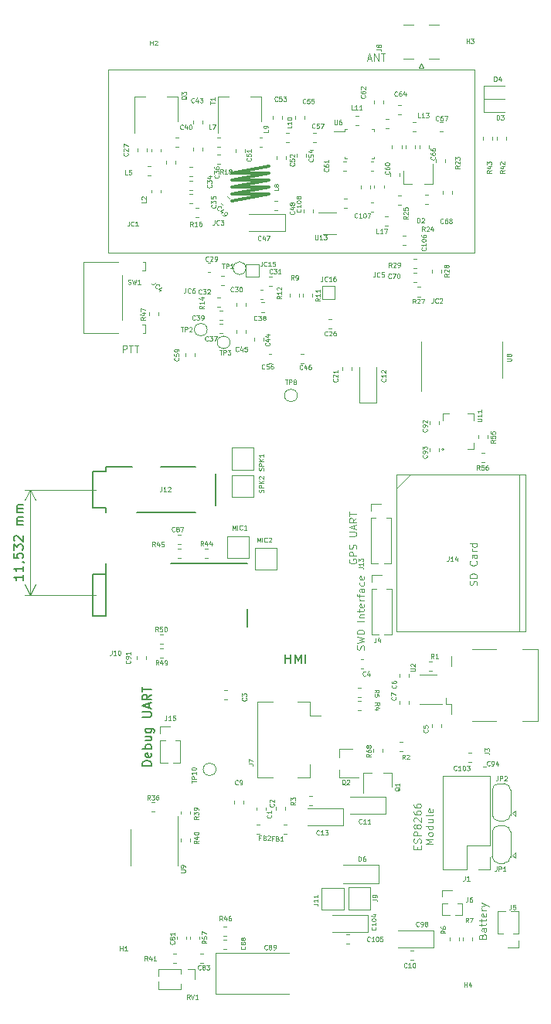
<source format=gbr>
G04 #@! TF.GenerationSoftware,KiCad,Pcbnew,5.1.6-c6e7f7d~87~ubuntu18.04.1*
G04 #@! TF.CreationDate,2020-07-23T00:25:39+02:00*
G04 #@! TF.ProjectId,Mainboard,4d61696e-626f-4617-9264-2e6b69636164,rev?*
G04 #@! TF.SameCoordinates,Original*
G04 #@! TF.FileFunction,Legend,Top*
G04 #@! TF.FilePolarity,Positive*
%FSLAX46Y46*%
G04 Gerber Fmt 4.6, Leading zero omitted, Abs format (unit mm)*
G04 Created by KiCad (PCBNEW 5.1.6-c6e7f7d~87~ubuntu18.04.1) date 2020-07-23 00:25:39*
%MOMM*%
%LPD*%
G01*
G04 APERTURE LIST*
%ADD10C,0.150000*%
%ADD11C,0.125000*%
%ADD12C,0.120000*%
%ADD13C,0.300000*%
%ADD14C,0.200000*%
%ADD15C,0.254000*%
G04 APERTURE END LIST*
D10*
X24892260Y-150311904D02*
X23892260Y-150311904D01*
X23892260Y-150073809D01*
X23939880Y-149930952D01*
X24035118Y-149835714D01*
X24130356Y-149788095D01*
X24320832Y-149740476D01*
X24463689Y-149740476D01*
X24654165Y-149788095D01*
X24749403Y-149835714D01*
X24844641Y-149930952D01*
X24892260Y-150073809D01*
X24892260Y-150311904D01*
X24844641Y-148930952D02*
X24892260Y-149026190D01*
X24892260Y-149216666D01*
X24844641Y-149311904D01*
X24749403Y-149359523D01*
X24368451Y-149359523D01*
X24273213Y-149311904D01*
X24225594Y-149216666D01*
X24225594Y-149026190D01*
X24273213Y-148930952D01*
X24368451Y-148883333D01*
X24463689Y-148883333D01*
X24558927Y-149359523D01*
X24892260Y-148454761D02*
X23892260Y-148454761D01*
X24273213Y-148454761D02*
X24225594Y-148359523D01*
X24225594Y-148169047D01*
X24273213Y-148073809D01*
X24320832Y-148026190D01*
X24416070Y-147978571D01*
X24701784Y-147978571D01*
X24797022Y-148026190D01*
X24844641Y-148073809D01*
X24892260Y-148169047D01*
X24892260Y-148359523D01*
X24844641Y-148454761D01*
X24225594Y-147121428D02*
X24892260Y-147121428D01*
X24225594Y-147550000D02*
X24749403Y-147550000D01*
X24844641Y-147502380D01*
X24892260Y-147407142D01*
X24892260Y-147264285D01*
X24844641Y-147169047D01*
X24797022Y-147121428D01*
X24225594Y-146216666D02*
X25035118Y-146216666D01*
X25130356Y-146264285D01*
X25177975Y-146311904D01*
X25225594Y-146407142D01*
X25225594Y-146550000D01*
X25177975Y-146645238D01*
X24844641Y-146216666D02*
X24892260Y-146311904D01*
X24892260Y-146502380D01*
X24844641Y-146597619D01*
X24797022Y-146645238D01*
X24701784Y-146692857D01*
X24416070Y-146692857D01*
X24320832Y-146645238D01*
X24273213Y-146597619D01*
X24225594Y-146502380D01*
X24225594Y-146311904D01*
X24273213Y-146216666D01*
X23892260Y-144978571D02*
X24701784Y-144978571D01*
X24797022Y-144930952D01*
X24844641Y-144883333D01*
X24892260Y-144788095D01*
X24892260Y-144597619D01*
X24844641Y-144502380D01*
X24797022Y-144454761D01*
X24701784Y-144407142D01*
X23892260Y-144407142D01*
X24606546Y-143978571D02*
X24606546Y-143502380D01*
X24892260Y-144073809D02*
X23892260Y-143740476D01*
X24892260Y-143407142D01*
X24892260Y-142502380D02*
X24416070Y-142835714D01*
X24892260Y-143073809D02*
X23892260Y-143073809D01*
X23892260Y-142692857D01*
X23939880Y-142597619D01*
X23987499Y-142550000D01*
X24082737Y-142502380D01*
X24225594Y-142502380D01*
X24320832Y-142550000D01*
X24368451Y-142597619D01*
X24416070Y-142692857D01*
X24416070Y-143073809D01*
X23892260Y-142216666D02*
X23892260Y-141645238D01*
X24892260Y-141930952D02*
X23892260Y-141930952D01*
X39575241Y-139085580D02*
X39575241Y-138085580D01*
X39575241Y-138561771D02*
X40146670Y-138561771D01*
X40146670Y-139085580D02*
X40146670Y-138085580D01*
X40622860Y-139085580D02*
X40622860Y-138085580D01*
X40956194Y-138799866D01*
X41289527Y-138085580D01*
X41289527Y-139085580D01*
X41765718Y-139085580D02*
X41765718Y-138085580D01*
D11*
X61172097Y-168997422D02*
X61210192Y-168883137D01*
X61248287Y-168845041D01*
X61324478Y-168806946D01*
X61438763Y-168806946D01*
X61514954Y-168845041D01*
X61553049Y-168883137D01*
X61591144Y-168959327D01*
X61591144Y-169264089D01*
X60791144Y-169264089D01*
X60791144Y-168997422D01*
X60829240Y-168921232D01*
X60867335Y-168883137D01*
X60943525Y-168845041D01*
X61019716Y-168845041D01*
X61095906Y-168883137D01*
X61134001Y-168921232D01*
X61172097Y-168997422D01*
X61172097Y-169264089D01*
X61591144Y-168121232D02*
X61172097Y-168121232D01*
X61095906Y-168159327D01*
X61057811Y-168235518D01*
X61057811Y-168387899D01*
X61095906Y-168464089D01*
X61553049Y-168121232D02*
X61591144Y-168197422D01*
X61591144Y-168387899D01*
X61553049Y-168464089D01*
X61476859Y-168502184D01*
X61400668Y-168502184D01*
X61324478Y-168464089D01*
X61286382Y-168387899D01*
X61286382Y-168197422D01*
X61248287Y-168121232D01*
X61057811Y-167854565D02*
X61057811Y-167549803D01*
X60791144Y-167740280D02*
X61476859Y-167740280D01*
X61553049Y-167702184D01*
X61591144Y-167625994D01*
X61591144Y-167549803D01*
X61057811Y-167397422D02*
X61057811Y-167092660D01*
X60791144Y-167283137D02*
X61476859Y-167283137D01*
X61553049Y-167245041D01*
X61591144Y-167168851D01*
X61591144Y-167092660D01*
X61553049Y-166521232D02*
X61591144Y-166597422D01*
X61591144Y-166749803D01*
X61553049Y-166825994D01*
X61476859Y-166864089D01*
X61172097Y-166864089D01*
X61095906Y-166825994D01*
X61057811Y-166749803D01*
X61057811Y-166597422D01*
X61095906Y-166521232D01*
X61172097Y-166483137D01*
X61248287Y-166483137D01*
X61324478Y-166864089D01*
X61591144Y-166140280D02*
X61057811Y-166140280D01*
X61210192Y-166140280D02*
X61134001Y-166102184D01*
X61095906Y-166064089D01*
X61057811Y-165987899D01*
X61057811Y-165911708D01*
X61057811Y-165721232D02*
X61591144Y-165530756D01*
X61057811Y-165340280D02*
X61591144Y-165530756D01*
X61781620Y-165606946D01*
X61819716Y-165645041D01*
X61857811Y-165721232D01*
X48585234Y-72843373D02*
X48966186Y-72843373D01*
X48509043Y-73071944D02*
X48775710Y-72271944D01*
X49042377Y-73071944D01*
X49309043Y-73071944D02*
X49309043Y-72271944D01*
X49766186Y-73071944D01*
X49766186Y-72271944D01*
X50032853Y-72271944D02*
X50489996Y-72271944D01*
X50261424Y-73071944D02*
X50261424Y-72271944D01*
X21736152Y-105022604D02*
X21736152Y-104222604D01*
X22040914Y-104222604D01*
X22117104Y-104260700D01*
X22155200Y-104298795D01*
X22193295Y-104374985D01*
X22193295Y-104489271D01*
X22155200Y-104565461D01*
X22117104Y-104603557D01*
X22040914Y-104641652D01*
X21736152Y-104641652D01*
X22421866Y-104222604D02*
X22879009Y-104222604D01*
X22650438Y-105022604D02*
X22650438Y-104222604D01*
X23031390Y-104222604D02*
X23488533Y-104222604D01*
X23259961Y-105022604D02*
X23259961Y-104222604D01*
X46577300Y-127704557D02*
X46539204Y-127780747D01*
X46539204Y-127895033D01*
X46577300Y-128009319D01*
X46653490Y-128085509D01*
X46729680Y-128123604D01*
X46882061Y-128161700D01*
X46996347Y-128161700D01*
X47148728Y-128123604D01*
X47224919Y-128085509D01*
X47301109Y-128009319D01*
X47339204Y-127895033D01*
X47339204Y-127818842D01*
X47301109Y-127704557D01*
X47263014Y-127666461D01*
X46996347Y-127666461D01*
X46996347Y-127818842D01*
X47339204Y-127323604D02*
X46539204Y-127323604D01*
X46539204Y-127018842D01*
X46577300Y-126942652D01*
X46615395Y-126904557D01*
X46691585Y-126866461D01*
X46805871Y-126866461D01*
X46882061Y-126904557D01*
X46920157Y-126942652D01*
X46958252Y-127018842D01*
X46958252Y-127323604D01*
X47301109Y-126561700D02*
X47339204Y-126447414D01*
X47339204Y-126256938D01*
X47301109Y-126180747D01*
X47263014Y-126142652D01*
X47186823Y-126104557D01*
X47110633Y-126104557D01*
X47034442Y-126142652D01*
X46996347Y-126180747D01*
X46958252Y-126256938D01*
X46920157Y-126409319D01*
X46882061Y-126485509D01*
X46843966Y-126523604D01*
X46767776Y-126561700D01*
X46691585Y-126561700D01*
X46615395Y-126523604D01*
X46577300Y-126485509D01*
X46539204Y-126409319D01*
X46539204Y-126218842D01*
X46577300Y-126104557D01*
X46539204Y-125152176D02*
X47186823Y-125152176D01*
X47263014Y-125114080D01*
X47301109Y-125075985D01*
X47339204Y-124999795D01*
X47339204Y-124847414D01*
X47301109Y-124771223D01*
X47263014Y-124733128D01*
X47186823Y-124695033D01*
X46539204Y-124695033D01*
X47110633Y-124352176D02*
X47110633Y-123971223D01*
X47339204Y-124428366D02*
X46539204Y-124161700D01*
X47339204Y-123895033D01*
X47339204Y-123171223D02*
X46958252Y-123437890D01*
X47339204Y-123628366D02*
X46539204Y-123628366D01*
X46539204Y-123323604D01*
X46577300Y-123247414D01*
X46615395Y-123209319D01*
X46691585Y-123171223D01*
X46805871Y-123171223D01*
X46882061Y-123209319D01*
X46920157Y-123247414D01*
X46958252Y-123323604D01*
X46958252Y-123628366D01*
X46539204Y-122942652D02*
X46539204Y-122485509D01*
X47339204Y-122714080D02*
X46539204Y-122714080D01*
X48177409Y-137591295D02*
X48215504Y-137477009D01*
X48215504Y-137286533D01*
X48177409Y-137210342D01*
X48139314Y-137172247D01*
X48063123Y-137134152D01*
X47986933Y-137134152D01*
X47910742Y-137172247D01*
X47872647Y-137210342D01*
X47834552Y-137286533D01*
X47796457Y-137438914D01*
X47758361Y-137515104D01*
X47720266Y-137553200D01*
X47644076Y-137591295D01*
X47567885Y-137591295D01*
X47491695Y-137553200D01*
X47453600Y-137515104D01*
X47415504Y-137438914D01*
X47415504Y-137248438D01*
X47453600Y-137134152D01*
X47415504Y-136867485D02*
X48215504Y-136677009D01*
X47644076Y-136524628D01*
X48215504Y-136372247D01*
X47415504Y-136181771D01*
X48215504Y-135877009D02*
X47415504Y-135877009D01*
X47415504Y-135686533D01*
X47453600Y-135572247D01*
X47529790Y-135496057D01*
X47605980Y-135457961D01*
X47758361Y-135419866D01*
X47872647Y-135419866D01*
X48025028Y-135457961D01*
X48101219Y-135496057D01*
X48177409Y-135572247D01*
X48215504Y-135686533D01*
X48215504Y-135877009D01*
X48215504Y-134467485D02*
X47415504Y-134467485D01*
X47682171Y-134086533D02*
X48215504Y-134086533D01*
X47758361Y-134086533D02*
X47720266Y-134048438D01*
X47682171Y-133972247D01*
X47682171Y-133857961D01*
X47720266Y-133781771D01*
X47796457Y-133743676D01*
X48215504Y-133743676D01*
X47682171Y-133477009D02*
X47682171Y-133172247D01*
X47415504Y-133362723D02*
X48101219Y-133362723D01*
X48177409Y-133324628D01*
X48215504Y-133248438D01*
X48215504Y-133172247D01*
X48177409Y-132600819D02*
X48215504Y-132677009D01*
X48215504Y-132829390D01*
X48177409Y-132905580D01*
X48101219Y-132943676D01*
X47796457Y-132943676D01*
X47720266Y-132905580D01*
X47682171Y-132829390D01*
X47682171Y-132677009D01*
X47720266Y-132600819D01*
X47796457Y-132562723D01*
X47872647Y-132562723D01*
X47948838Y-132943676D01*
X48215504Y-132219866D02*
X47682171Y-132219866D01*
X47834552Y-132219866D02*
X47758361Y-132181771D01*
X47720266Y-132143676D01*
X47682171Y-132067485D01*
X47682171Y-131991295D01*
X47682171Y-131838914D02*
X47682171Y-131534152D01*
X48215504Y-131724628D02*
X47529790Y-131724628D01*
X47453600Y-131686533D01*
X47415504Y-131610342D01*
X47415504Y-131534152D01*
X48215504Y-130924628D02*
X47796457Y-130924628D01*
X47720266Y-130962723D01*
X47682171Y-131038914D01*
X47682171Y-131191295D01*
X47720266Y-131267485D01*
X48177409Y-130924628D02*
X48215504Y-131000819D01*
X48215504Y-131191295D01*
X48177409Y-131267485D01*
X48101219Y-131305580D01*
X48025028Y-131305580D01*
X47948838Y-131267485D01*
X47910742Y-131191295D01*
X47910742Y-131000819D01*
X47872647Y-130924628D01*
X48177409Y-130200819D02*
X48215504Y-130277009D01*
X48215504Y-130429390D01*
X48177409Y-130505580D01*
X48139314Y-130543676D01*
X48063123Y-130581771D01*
X47834552Y-130581771D01*
X47758361Y-130543676D01*
X47720266Y-130505580D01*
X47682171Y-130429390D01*
X47682171Y-130277009D01*
X47720266Y-130200819D01*
X48177409Y-129553200D02*
X48215504Y-129629390D01*
X48215504Y-129781771D01*
X48177409Y-129857961D01*
X48101219Y-129896057D01*
X47796457Y-129896057D01*
X47720266Y-129857961D01*
X47682171Y-129781771D01*
X47682171Y-129629390D01*
X47720266Y-129553200D01*
X47796457Y-129515104D01*
X47872647Y-129515104D01*
X47948838Y-129896057D01*
X60509109Y-130523961D02*
X60547204Y-130409676D01*
X60547204Y-130219200D01*
X60509109Y-130143009D01*
X60471014Y-130104914D01*
X60394823Y-130066819D01*
X60318633Y-130066819D01*
X60242442Y-130104914D01*
X60204347Y-130143009D01*
X60166252Y-130219200D01*
X60128157Y-130371580D01*
X60090061Y-130447771D01*
X60051966Y-130485866D01*
X59975776Y-130523961D01*
X59899585Y-130523961D01*
X59823395Y-130485866D01*
X59785300Y-130447771D01*
X59747204Y-130371580D01*
X59747204Y-130181104D01*
X59785300Y-130066819D01*
X60547204Y-129723961D02*
X59747204Y-129723961D01*
X59747204Y-129533485D01*
X59785300Y-129419200D01*
X59861490Y-129343009D01*
X59937680Y-129304914D01*
X60090061Y-129266819D01*
X60204347Y-129266819D01*
X60356728Y-129304914D01*
X60432919Y-129343009D01*
X60509109Y-129419200D01*
X60547204Y-129533485D01*
X60547204Y-129723961D01*
X60471014Y-127857295D02*
X60509109Y-127895390D01*
X60547204Y-128009676D01*
X60547204Y-128085866D01*
X60509109Y-128200152D01*
X60432919Y-128276342D01*
X60356728Y-128314438D01*
X60204347Y-128352533D01*
X60090061Y-128352533D01*
X59937680Y-128314438D01*
X59861490Y-128276342D01*
X59785300Y-128200152D01*
X59747204Y-128085866D01*
X59747204Y-128009676D01*
X59785300Y-127895390D01*
X59823395Y-127857295D01*
X60547204Y-127171580D02*
X60128157Y-127171580D01*
X60051966Y-127209676D01*
X60013871Y-127285866D01*
X60013871Y-127438247D01*
X60051966Y-127514438D01*
X60509109Y-127171580D02*
X60547204Y-127247771D01*
X60547204Y-127438247D01*
X60509109Y-127514438D01*
X60432919Y-127552533D01*
X60356728Y-127552533D01*
X60280538Y-127514438D01*
X60242442Y-127438247D01*
X60242442Y-127247771D01*
X60204347Y-127171580D01*
X60547204Y-126790628D02*
X60013871Y-126790628D01*
X60166252Y-126790628D02*
X60090061Y-126752533D01*
X60051966Y-126714438D01*
X60013871Y-126638247D01*
X60013871Y-126562057D01*
X60547204Y-125952533D02*
X59747204Y-125952533D01*
X60509109Y-125952533D02*
X60547204Y-126028723D01*
X60547204Y-126181104D01*
X60509109Y-126257295D01*
X60471014Y-126295390D01*
X60394823Y-126333485D01*
X60166252Y-126333485D01*
X60090061Y-126295390D01*
X60051966Y-126257295D01*
X60013871Y-126181104D01*
X60013871Y-126028723D01*
X60051966Y-125952533D01*
X54004657Y-159435490D02*
X54004657Y-159168823D01*
X54423704Y-159054538D02*
X54423704Y-159435490D01*
X53623704Y-159435490D01*
X53623704Y-159054538D01*
X54385609Y-158749776D02*
X54423704Y-158635490D01*
X54423704Y-158445014D01*
X54385609Y-158368823D01*
X54347514Y-158330728D01*
X54271323Y-158292633D01*
X54195133Y-158292633D01*
X54118942Y-158330728D01*
X54080847Y-158368823D01*
X54042752Y-158445014D01*
X54004657Y-158597395D01*
X53966561Y-158673585D01*
X53928466Y-158711680D01*
X53852276Y-158749776D01*
X53776085Y-158749776D01*
X53699895Y-158711680D01*
X53661800Y-158673585D01*
X53623704Y-158597395D01*
X53623704Y-158406919D01*
X53661800Y-158292633D01*
X54423704Y-157949776D02*
X53623704Y-157949776D01*
X53623704Y-157645014D01*
X53661800Y-157568823D01*
X53699895Y-157530728D01*
X53776085Y-157492633D01*
X53890371Y-157492633D01*
X53966561Y-157530728D01*
X54004657Y-157568823D01*
X54042752Y-157645014D01*
X54042752Y-157949776D01*
X53966561Y-157035490D02*
X53928466Y-157111680D01*
X53890371Y-157149776D01*
X53814180Y-157187871D01*
X53776085Y-157187871D01*
X53699895Y-157149776D01*
X53661800Y-157111680D01*
X53623704Y-157035490D01*
X53623704Y-156883109D01*
X53661800Y-156806919D01*
X53699895Y-156768823D01*
X53776085Y-156730728D01*
X53814180Y-156730728D01*
X53890371Y-156768823D01*
X53928466Y-156806919D01*
X53966561Y-156883109D01*
X53966561Y-157035490D01*
X54004657Y-157111680D01*
X54042752Y-157149776D01*
X54118942Y-157187871D01*
X54271323Y-157187871D01*
X54347514Y-157149776D01*
X54385609Y-157111680D01*
X54423704Y-157035490D01*
X54423704Y-156883109D01*
X54385609Y-156806919D01*
X54347514Y-156768823D01*
X54271323Y-156730728D01*
X54118942Y-156730728D01*
X54042752Y-156768823D01*
X54004657Y-156806919D01*
X53966561Y-156883109D01*
X53699895Y-156425966D02*
X53661800Y-156387871D01*
X53623704Y-156311680D01*
X53623704Y-156121204D01*
X53661800Y-156045014D01*
X53699895Y-156006919D01*
X53776085Y-155968823D01*
X53852276Y-155968823D01*
X53966561Y-156006919D01*
X54423704Y-156464061D01*
X54423704Y-155968823D01*
X53623704Y-155283109D02*
X53623704Y-155435490D01*
X53661800Y-155511680D01*
X53699895Y-155549776D01*
X53814180Y-155625966D01*
X53966561Y-155664061D01*
X54271323Y-155664061D01*
X54347514Y-155625966D01*
X54385609Y-155587871D01*
X54423704Y-155511680D01*
X54423704Y-155359300D01*
X54385609Y-155283109D01*
X54347514Y-155245014D01*
X54271323Y-155206919D01*
X54080847Y-155206919D01*
X54004657Y-155245014D01*
X53966561Y-155283109D01*
X53928466Y-155359300D01*
X53928466Y-155511680D01*
X53966561Y-155587871D01*
X54004657Y-155625966D01*
X54080847Y-155664061D01*
X53623704Y-154521204D02*
X53623704Y-154673585D01*
X53661800Y-154749776D01*
X53699895Y-154787871D01*
X53814180Y-154864061D01*
X53966561Y-154902157D01*
X54271323Y-154902157D01*
X54347514Y-154864061D01*
X54385609Y-154825966D01*
X54423704Y-154749776D01*
X54423704Y-154597395D01*
X54385609Y-154521204D01*
X54347514Y-154483109D01*
X54271323Y-154445014D01*
X54080847Y-154445014D01*
X54004657Y-154483109D01*
X53966561Y-154521204D01*
X53928466Y-154597395D01*
X53928466Y-154749776D01*
X53966561Y-154825966D01*
X54004657Y-154864061D01*
X54080847Y-154902157D01*
X55748704Y-158864061D02*
X54948704Y-158864061D01*
X55520133Y-158597395D01*
X54948704Y-158330728D01*
X55748704Y-158330728D01*
X55748704Y-157835490D02*
X55710609Y-157911680D01*
X55672514Y-157949776D01*
X55596323Y-157987871D01*
X55367752Y-157987871D01*
X55291561Y-157949776D01*
X55253466Y-157911680D01*
X55215371Y-157835490D01*
X55215371Y-157721204D01*
X55253466Y-157645014D01*
X55291561Y-157606919D01*
X55367752Y-157568823D01*
X55596323Y-157568823D01*
X55672514Y-157606919D01*
X55710609Y-157645014D01*
X55748704Y-157721204D01*
X55748704Y-157835490D01*
X55748704Y-156883109D02*
X54948704Y-156883109D01*
X55710609Y-156883109D02*
X55748704Y-156959300D01*
X55748704Y-157111680D01*
X55710609Y-157187871D01*
X55672514Y-157225966D01*
X55596323Y-157264061D01*
X55367752Y-157264061D01*
X55291561Y-157225966D01*
X55253466Y-157187871D01*
X55215371Y-157111680D01*
X55215371Y-156959300D01*
X55253466Y-156883109D01*
X55215371Y-156159300D02*
X55748704Y-156159300D01*
X55215371Y-156502157D02*
X55634419Y-156502157D01*
X55710609Y-156464061D01*
X55748704Y-156387871D01*
X55748704Y-156273585D01*
X55710609Y-156197395D01*
X55672514Y-156159300D01*
X55748704Y-155664061D02*
X55710609Y-155740252D01*
X55634419Y-155778347D01*
X54948704Y-155778347D01*
X55710609Y-155054538D02*
X55748704Y-155130728D01*
X55748704Y-155283109D01*
X55710609Y-155359300D01*
X55634419Y-155397395D01*
X55329657Y-155397395D01*
X55253466Y-155359300D01*
X55215371Y-155283109D01*
X55215371Y-155130728D01*
X55253466Y-155054538D01*
X55329657Y-155016442D01*
X55405847Y-155016442D01*
X55482038Y-155397395D01*
D12*
X60325000Y-94107000D02*
X60325000Y-90043000D01*
X58864500Y-94107000D02*
X60325000Y-94107000D01*
X20193000Y-74041000D02*
X22225000Y-74041000D01*
X20193000Y-76136500D02*
X20193000Y-74041000D01*
X20193000Y-94107000D02*
X20193000Y-76136500D01*
X58864500Y-94107000D02*
X20193000Y-94107000D01*
X60325000Y-74041000D02*
X60325000Y-90043000D01*
X53022500Y-74041000D02*
X60325000Y-74041000D01*
X38608000Y-74041000D02*
X53022500Y-74041000D01*
X22225000Y-74041000D02*
X38608000Y-74041000D01*
D10*
X10815580Y-129390328D02*
X10815580Y-129961757D01*
X10815580Y-129676042D02*
X9815580Y-129676042D01*
X9958438Y-129771280D01*
X10053676Y-129866519D01*
X10101295Y-129961757D01*
X10815580Y-128437947D02*
X10815580Y-129009376D01*
X10815580Y-128723661D02*
X9815580Y-128723661D01*
X9958438Y-128818900D01*
X10053676Y-128914138D01*
X10101295Y-129009376D01*
X10767961Y-127961757D02*
X10815580Y-127961757D01*
X10910819Y-128009376D01*
X10958438Y-128056995D01*
X9815580Y-127056995D02*
X9815580Y-127533185D01*
X10291771Y-127580804D01*
X10244152Y-127533185D01*
X10196533Y-127437947D01*
X10196533Y-127199852D01*
X10244152Y-127104614D01*
X10291771Y-127056995D01*
X10387009Y-127009376D01*
X10625104Y-127009376D01*
X10720342Y-127056995D01*
X10767961Y-127104614D01*
X10815580Y-127199852D01*
X10815580Y-127437947D01*
X10767961Y-127533185D01*
X10720342Y-127580804D01*
X9815580Y-126676042D02*
X9815580Y-126056995D01*
X10196533Y-126390328D01*
X10196533Y-126247471D01*
X10244152Y-126152233D01*
X10291771Y-126104614D01*
X10387009Y-126056995D01*
X10625104Y-126056995D01*
X10720342Y-126104614D01*
X10767961Y-126152233D01*
X10815580Y-126247471D01*
X10815580Y-126533185D01*
X10767961Y-126628423D01*
X10720342Y-126676042D01*
X9910819Y-125676042D02*
X9863200Y-125628423D01*
X9815580Y-125533185D01*
X9815580Y-125295090D01*
X9863200Y-125199852D01*
X9910819Y-125152233D01*
X10006057Y-125104614D01*
X10101295Y-125104614D01*
X10244152Y-125152233D01*
X10815580Y-125723661D01*
X10815580Y-125104614D01*
X10815580Y-123914138D02*
X10148914Y-123914138D01*
X10244152Y-123914138D02*
X10196533Y-123866519D01*
X10148914Y-123771280D01*
X10148914Y-123628423D01*
X10196533Y-123533185D01*
X10291771Y-123485566D01*
X10815580Y-123485566D01*
X10291771Y-123485566D02*
X10196533Y-123437947D01*
X10148914Y-123342709D01*
X10148914Y-123199852D01*
X10196533Y-123104614D01*
X10291771Y-123056995D01*
X10815580Y-123056995D01*
X10815580Y-122580804D02*
X10148914Y-122580804D01*
X10244152Y-122580804D02*
X10196533Y-122533185D01*
X10148914Y-122437947D01*
X10148914Y-122295090D01*
X10196533Y-122199852D01*
X10291771Y-122152233D01*
X10815580Y-122152233D01*
X10291771Y-122152233D02*
X10196533Y-122104614D01*
X10148914Y-122009376D01*
X10148914Y-121866519D01*
X10196533Y-121771280D01*
X10291771Y-121723661D01*
X10815580Y-121723661D01*
D12*
X11633200Y-131584700D02*
X11633200Y-120053100D01*
X18821400Y-131584700D02*
X11046779Y-131584700D01*
X18821400Y-120053100D02*
X11046779Y-120053100D01*
X11633200Y-120053100D02*
X12219621Y-121179604D01*
X11633200Y-120053100D02*
X11046779Y-121179604D01*
X11633200Y-131584700D02*
X12219621Y-130458196D01*
X11633200Y-131584700D02*
X11046779Y-130458196D01*
X64433300Y-155505000D02*
X64733300Y-155205000D01*
X64733300Y-155805000D02*
X64733300Y-155205000D01*
X64433300Y-155505000D02*
X64733300Y-155805000D01*
X63533300Y-156355000D02*
X62933300Y-156355000D01*
X64233300Y-152905000D02*
X64233300Y-155705000D01*
X62933300Y-152255000D02*
X63533300Y-152255000D01*
X62233300Y-155705000D02*
X62233300Y-152905000D01*
X62933300Y-156355000D02*
G75*
G02*
X62233300Y-155655000I0J700000D01*
G01*
X64233300Y-155655000D02*
G75*
G02*
X63533300Y-156355000I-700000J0D01*
G01*
X63533300Y-152255000D02*
G75*
G02*
X64233300Y-152955000I0J-700000D01*
G01*
X62233300Y-152955000D02*
G75*
G02*
X62933300Y-152255000I700000J0D01*
G01*
X64433300Y-160115100D02*
X64733300Y-159815100D01*
X64733300Y-160415100D02*
X64733300Y-159815100D01*
X64433300Y-160115100D02*
X64733300Y-160415100D01*
X63533300Y-160965100D02*
X62933300Y-160965100D01*
X64233300Y-157515100D02*
X64233300Y-160315100D01*
X62933300Y-156865100D02*
X63533300Y-156865100D01*
X62233300Y-160315100D02*
X62233300Y-157515100D01*
X62933300Y-160965100D02*
G75*
G02*
X62233300Y-160265100I0J700000D01*
G01*
X64233300Y-160265100D02*
G75*
G02*
X63533300Y-160965100I-700000J0D01*
G01*
X63533300Y-156865100D02*
G75*
G02*
X64233300Y-157565100I0J-700000D01*
G01*
X62233300Y-157565100D02*
G75*
G02*
X62933300Y-156865100I700000J0D01*
G01*
X43597600Y-97737700D02*
X44997600Y-97737700D01*
X44997600Y-97737700D02*
X44997600Y-99137700D01*
X44997600Y-99137700D02*
X43597600Y-99137700D01*
X43597600Y-99137700D02*
X43597600Y-97737700D01*
X35253700Y-95362800D02*
X36653700Y-95362800D01*
X36653700Y-95362800D02*
X36653700Y-96762800D01*
X36653700Y-96762800D02*
X35253700Y-96762800D01*
X35253700Y-96762800D02*
X35253700Y-95362800D01*
X39664321Y-80947800D02*
X39989879Y-80947800D01*
X39664321Y-81967800D02*
X39989879Y-81967800D01*
X45439300Y-148470500D02*
X45439300Y-149400500D01*
X45439300Y-151630500D02*
X45439300Y-150700500D01*
X45439300Y-151630500D02*
X47599300Y-151630500D01*
X45439300Y-148470500D02*
X46899300Y-148470500D01*
X62010600Y-151387500D02*
X56810600Y-151387500D01*
X62010600Y-159067500D02*
X62010600Y-151387500D01*
X56810600Y-161667500D02*
X56810600Y-151387500D01*
X62010600Y-159067500D02*
X59410600Y-159067500D01*
X59410600Y-159067500D02*
X59410600Y-161667500D01*
X59410600Y-161667500D02*
X56810600Y-161667500D01*
X62010600Y-160337500D02*
X62010600Y-161667500D01*
X62010600Y-161667500D02*
X60680600Y-161667500D01*
X61229021Y-150391400D02*
X61554579Y-150391400D01*
X61229021Y-151411400D02*
X61554579Y-151411400D01*
D13*
X37769800Y-84632800D02*
X33705800Y-85394800D01*
X37769800Y-85394800D02*
X33705800Y-85394800D01*
X37769800Y-85394800D02*
X33705800Y-86156800D01*
X37769800Y-86156800D02*
X33705800Y-86156800D01*
X37769800Y-86156800D02*
X33705800Y-86918800D01*
X37769800Y-86918800D02*
X33705800Y-86918800D01*
X37769800Y-86918800D02*
X33705800Y-87680800D01*
X37769800Y-87680800D02*
X33705800Y-87680800D01*
X37769800Y-87680800D02*
X33705800Y-88442800D01*
D12*
X52072221Y-147686300D02*
X52397779Y-147686300D01*
X52072221Y-148706300D02*
X52397779Y-148706300D01*
X50294000Y-77434121D02*
X50294000Y-77759679D01*
X49274000Y-77434121D02*
X49274000Y-77759679D01*
X44587379Y-102389400D02*
X44261821Y-102389400D01*
X44587379Y-101369400D02*
X44261821Y-101369400D01*
X45768800Y-106944279D02*
X45768800Y-106618721D01*
X46788800Y-106944279D02*
X46788800Y-106618721D01*
X46643500Y-155608300D02*
X50553500Y-155608300D01*
X50553500Y-155608300D02*
X50553500Y-153738300D01*
X50553500Y-153738300D02*
X46643500Y-153738300D01*
X26172379Y-136971500D02*
X25846821Y-136971500D01*
X26172379Y-135951500D02*
X25846821Y-135951500D01*
X26172479Y-138457400D02*
X25846921Y-138457400D01*
X26172479Y-137437400D02*
X25846921Y-137437400D01*
X27777121Y-126490000D02*
X28102679Y-126490000D01*
X27777121Y-127510000D02*
X28102679Y-127510000D01*
X30761821Y-126490000D02*
X31087379Y-126490000D01*
X30761821Y-127510000D02*
X31087379Y-127510000D01*
D14*
X19926300Y-122565800D02*
X19926300Y-122065800D01*
X19926300Y-122065800D02*
X18426300Y-122065800D01*
X18426300Y-122065800D02*
X18426300Y-118065800D01*
X18426300Y-118065800D02*
X19926300Y-118065800D01*
X19926300Y-118065800D02*
X19926300Y-117565800D01*
X19926300Y-117565800D02*
X22790300Y-117565800D01*
X23276300Y-122565800D02*
X29686300Y-122565800D01*
X25926300Y-117565800D02*
X29726300Y-117565800D01*
X31926300Y-118324800D02*
X31926300Y-121806800D01*
X19923200Y-128118500D02*
X19923200Y-133308170D01*
X35423200Y-128118500D02*
X27002870Y-128118500D01*
X35423200Y-135118500D02*
X35423200Y-133117500D01*
X18423200Y-129318500D02*
X19923200Y-129318500D01*
X19923200Y-129318500D02*
X19923200Y-133855500D01*
X19923200Y-133855500D02*
X18423200Y-133855500D01*
X18423200Y-133855500D02*
X18423200Y-129318500D01*
D12*
X23264400Y-138630879D02*
X23264400Y-138305321D01*
X24284400Y-138630879D02*
X24284400Y-138305321D01*
X27789921Y-124978700D02*
X28115479Y-124978700D01*
X27789921Y-125998700D02*
X28115479Y-125998700D01*
X41539700Y-89659579D02*
X41539700Y-89334021D01*
X42559700Y-89659579D02*
X42559700Y-89334021D01*
X45096700Y-89718900D02*
X43196700Y-89718900D01*
X43696700Y-92038900D02*
X45096700Y-92038900D01*
X50484721Y-90079100D02*
X50810279Y-90079100D01*
X50484721Y-91099100D02*
X50810279Y-91099100D01*
X47838900Y-87043379D02*
X47838900Y-86717821D01*
X48858900Y-87043379D02*
X48858900Y-86717821D01*
X48909921Y-88593200D02*
X49235479Y-88593200D01*
X48909921Y-89613200D02*
X49235479Y-89613200D01*
X45951021Y-88161400D02*
X46276579Y-88161400D01*
X45951021Y-89181400D02*
X46276579Y-89181400D01*
X49053048Y-83794600D02*
X49301800Y-83794600D01*
X49301800Y-83794600D02*
X49301800Y-83594600D01*
X46330552Y-83794600D02*
X46081800Y-83794600D01*
X46081800Y-83794600D02*
X46081800Y-83594600D01*
X49053048Y-80574600D02*
X49301800Y-80574600D01*
X49301800Y-80574600D02*
X49301800Y-80774600D01*
X46330552Y-80574600D02*
X46081800Y-80574600D01*
X46081800Y-80574600D02*
X46081800Y-80774600D01*
X46081800Y-80774600D02*
X44841800Y-80774600D01*
X31967400Y-150698200D02*
G75*
G03*
X31967400Y-150698200I-700000J0D01*
G01*
X40870100Y-109740700D02*
G75*
G03*
X40870100Y-109740700I-700000J0D01*
G01*
X52415221Y-92200000D02*
X52740779Y-92200000D01*
X52415221Y-93220000D02*
X52740779Y-93220000D01*
X62232000Y-81396721D02*
X62232000Y-81722279D01*
X61212000Y-81396721D02*
X61212000Y-81722279D01*
X63730600Y-81396521D02*
X63730600Y-81722079D01*
X62710600Y-81396521D02*
X62710600Y-81722079D01*
X47680600Y-106604000D02*
X47680600Y-110514000D01*
X47680600Y-110514000D02*
X49550600Y-110514000D01*
X49550600Y-110514000D02*
X49550600Y-106604000D01*
X55598600Y-146111279D02*
X55598600Y-145785721D01*
X56618600Y-146111279D02*
X56618600Y-145785721D01*
X32857121Y-142009400D02*
X33182679Y-142009400D01*
X32857121Y-143029400D02*
X33182679Y-143029400D01*
X48940700Y-128164900D02*
X49743170Y-128164900D01*
X50358230Y-128164900D02*
X51160700Y-128164900D01*
X48940700Y-123149900D02*
X48940700Y-128164900D01*
X51160700Y-123149900D02*
X51160700Y-128164900D01*
X48940700Y-123149900D02*
X49487229Y-123149900D01*
X50614171Y-123149900D02*
X51160700Y-123149900D01*
X48940700Y-122389900D02*
X48940700Y-121629900D01*
X48940700Y-121629900D02*
X50050700Y-121629900D01*
X48991500Y-135962700D02*
X49793970Y-135962700D01*
X50409030Y-135962700D02*
X51211500Y-135962700D01*
X48991500Y-130947700D02*
X48991500Y-135962700D01*
X51211500Y-130947700D02*
X51211500Y-135962700D01*
X48991500Y-130947700D02*
X49538029Y-130947700D01*
X50664971Y-130947700D02*
X51211500Y-130947700D01*
X48991500Y-130187700D02*
X48991500Y-129427700D01*
X48991500Y-129427700D02*
X50101500Y-129427700D01*
X43542100Y-163696800D02*
X45942100Y-163696800D01*
X45942100Y-163696800D02*
X45942100Y-166096800D01*
X45942100Y-166096800D02*
X43542100Y-166096800D01*
X43542100Y-166096800D02*
X43542100Y-163696800D01*
X46475800Y-163633300D02*
X48875800Y-163633300D01*
X48875800Y-163633300D02*
X48875800Y-166033300D01*
X48875800Y-166033300D02*
X46475800Y-166033300D01*
X46475800Y-166033300D02*
X46475800Y-163633300D01*
X56751200Y-166633200D02*
X57553670Y-166633200D01*
X58168730Y-166633200D02*
X58971200Y-166633200D01*
X56751200Y-165428200D02*
X56751200Y-166633200D01*
X58971200Y-165428200D02*
X58971200Y-166633200D01*
X56751200Y-165428200D02*
X57297729Y-165428200D01*
X58424671Y-165428200D02*
X58971200Y-165428200D01*
X56751200Y-164668200D02*
X56751200Y-163908200D01*
X56751200Y-163908200D02*
X57861200Y-163908200D01*
X33504100Y-103924100D02*
G75*
G03*
X33504100Y-103924100I-700000J0D01*
G01*
X31002200Y-102527100D02*
G75*
G03*
X31002200Y-102527100I-700000J0D01*
G01*
X35244000Y-95796100D02*
G75*
G03*
X35244000Y-95796100I-700000J0D01*
G01*
X32095321Y-98981800D02*
X32420879Y-98981800D01*
X32095321Y-100001800D02*
X32420879Y-100001800D01*
X37119679Y-99163600D02*
X36794121Y-99163600D01*
X37119679Y-98143600D02*
X36794121Y-98143600D01*
X41527000Y-98943379D02*
X41527000Y-98617821D01*
X42547000Y-98943379D02*
X42547000Y-98617821D01*
X40053800Y-98943379D02*
X40053800Y-98617821D01*
X41073800Y-98943379D02*
X41073800Y-98617821D01*
X28585700Y-105445879D02*
X28585700Y-105120321D01*
X29605700Y-105445879D02*
X29605700Y-105120321D01*
X38059679Y-106224800D02*
X37734121Y-106224800D01*
X38059679Y-105204800D02*
X37734121Y-105204800D01*
X41590279Y-106224800D02*
X41264721Y-106224800D01*
X41590279Y-105204800D02*
X41264721Y-105204800D01*
X34237200Y-102918379D02*
X34237200Y-102592821D01*
X35257200Y-102918379D02*
X35257200Y-102592821D01*
X37162200Y-103405621D02*
X37162200Y-103731179D01*
X36142200Y-103405621D02*
X36142200Y-103731179D01*
X32349321Y-100442300D02*
X32674879Y-100442300D01*
X32349321Y-101462300D02*
X32674879Y-101462300D01*
X36893381Y-99558380D02*
X37218939Y-99558380D01*
X36893381Y-100578380D02*
X37218939Y-100578380D01*
X32349321Y-101902800D02*
X32674879Y-101902800D01*
X32349321Y-102922800D02*
X32674879Y-102922800D01*
X32852679Y-97677700D02*
X32527121Y-97677700D01*
X32852679Y-96657700D02*
X32527121Y-96657700D01*
X37746821Y-96708500D02*
X38072379Y-96708500D01*
X37746821Y-97728500D02*
X38072379Y-97728500D01*
X35257200Y-99608321D02*
X35257200Y-99933879D01*
X34237200Y-99608321D02*
X34237200Y-99933879D01*
X31041221Y-95184500D02*
X31366779Y-95184500D01*
X31041221Y-96204500D02*
X31366779Y-96204500D01*
X56102000Y-140287100D02*
X54302000Y-140287100D01*
X54302000Y-143507100D02*
X56752000Y-143507100D01*
X46594079Y-169775600D02*
X46268521Y-169775600D01*
X46594079Y-168755600D02*
X46268521Y-168755600D01*
X44695300Y-168536900D02*
X48605300Y-168536900D01*
X48605300Y-168536900D02*
X48605300Y-166666900D01*
X48605300Y-166666900D02*
X44695300Y-166666900D01*
X65072280Y-166203320D02*
X64269810Y-166203320D01*
X63654750Y-166203320D02*
X62852280Y-166203320D01*
X65072280Y-168678320D02*
X65072280Y-166203320D01*
X62852280Y-168678320D02*
X62852280Y-166203320D01*
X65072280Y-168678320D02*
X64525751Y-168678320D01*
X63398809Y-168678320D02*
X62852280Y-168678320D01*
X65072280Y-169438320D02*
X65072280Y-170198320D01*
X65072280Y-170198320D02*
X63962280Y-170198320D01*
X50179700Y-148478121D02*
X50179700Y-148803679D01*
X49159700Y-148478121D02*
X49159700Y-148803679D01*
X33661500Y-118484800D02*
X36061500Y-118484800D01*
X36061500Y-118484800D02*
X36061500Y-120884800D01*
X36061500Y-120884800D02*
X33661500Y-120884800D01*
X33661500Y-120884800D02*
X33661500Y-118484800D01*
X33661500Y-115462200D02*
X36061500Y-115462200D01*
X36061500Y-115462200D02*
X36061500Y-117862200D01*
X36061500Y-117862200D02*
X33661500Y-117862200D01*
X33661500Y-117862200D02*
X33661500Y-115462200D01*
X36201500Y-128822300D02*
X36201500Y-126422300D01*
X36201500Y-126422300D02*
X38601500Y-126422300D01*
X38601500Y-126422300D02*
X38601500Y-128822300D01*
X38601500Y-128822300D02*
X36201500Y-128822300D01*
X33178900Y-125139600D02*
X35578900Y-125139600D01*
X35578900Y-125139600D02*
X35578900Y-127539600D01*
X35578900Y-127539600D02*
X33178900Y-127539600D01*
X33178900Y-127539600D02*
X33178900Y-125139600D01*
X49825200Y-163153600D02*
X49825200Y-161153600D01*
X49825200Y-161153600D02*
X45925200Y-161153600D01*
X49825200Y-163153600D02*
X45925200Y-163153600D01*
X59941679Y-149887400D02*
X59616121Y-149887400D01*
X59941679Y-148867400D02*
X59616121Y-148867400D01*
X53579079Y-171604400D02*
X53253521Y-171604400D01*
X53579079Y-170584400D02*
X53253521Y-170584400D01*
X34952400Y-154167621D02*
X34952400Y-154493179D01*
X33932400Y-154167621D02*
X33932400Y-154493179D01*
X59027600Y-169479279D02*
X59027600Y-169153721D01*
X60047600Y-169479279D02*
X60047600Y-169153721D01*
X58561700Y-169153721D02*
X58561700Y-169479279D01*
X57541700Y-169153721D02*
X57541700Y-169479279D01*
X42274400Y-144792400D02*
X42274400Y-143302400D01*
X42274400Y-143302400D02*
X40934400Y-143302400D01*
X42274400Y-150112400D02*
X42274400Y-151602400D01*
X42274400Y-151602400D02*
X40934400Y-151602400D01*
X38214400Y-143302400D02*
X36474400Y-143302400D01*
X36474400Y-143302400D02*
X36474400Y-151602400D01*
X36474400Y-151602400D02*
X38214400Y-151602400D01*
X42274400Y-144792400D02*
X43474400Y-144792400D01*
X52001340Y-135554300D02*
X65209340Y-135554300D01*
X65209340Y-135554300D02*
X65209340Y-118409300D01*
X65209340Y-118409300D02*
X52763340Y-118409300D01*
X52763340Y-118409300D02*
X51747340Y-118409300D01*
X51747340Y-118409300D02*
X51747340Y-135554300D01*
X51747340Y-135554300D02*
X52001340Y-135554300D01*
X65209340Y-135554300D02*
X65844340Y-135554300D01*
X65844340Y-135554300D02*
X65844340Y-118409300D01*
X65844340Y-118409300D02*
X65209340Y-118409300D01*
X53271340Y-118409300D02*
X51747340Y-119933300D01*
X25680360Y-172554880D02*
X25680360Y-173357350D01*
X25680360Y-173972410D02*
X25680360Y-174774880D01*
X28155360Y-172554880D02*
X25680360Y-172554880D01*
X28155360Y-174774880D02*
X25680360Y-174774880D01*
X28155360Y-172554880D02*
X28155360Y-173101409D01*
X28155360Y-174228351D02*
X28155360Y-174774880D01*
X28915360Y-172554880D02*
X29675360Y-172554880D01*
X29675360Y-172554880D02*
X29675360Y-173664880D01*
X25839400Y-150021600D02*
X26641870Y-150021600D01*
X27256930Y-150021600D02*
X28059400Y-150021600D01*
X25839400Y-147546600D02*
X25839400Y-150021600D01*
X28059400Y-147546600D02*
X28059400Y-150021600D01*
X25839400Y-147546600D02*
X26385929Y-147546600D01*
X27512871Y-147546600D02*
X28059400Y-147546600D01*
X25839400Y-146786600D02*
X25839400Y-146026600D01*
X25839400Y-146026600D02*
X26949400Y-146026600D01*
X32154160Y-77001460D02*
X33354160Y-77001460D01*
X32154160Y-81001460D02*
X32154160Y-77001460D01*
X36954160Y-77001460D02*
X36954160Y-79701460D01*
X35754160Y-77001460D02*
X36954160Y-77001460D01*
X27810160Y-76970160D02*
X27810160Y-79670160D01*
X23010160Y-76970160D02*
X24210160Y-76970160D01*
X23010160Y-80970160D02*
X23010160Y-76970160D01*
X26610160Y-76970160D02*
X27810160Y-76970160D01*
X51863200Y-170251400D02*
X55773200Y-170251400D01*
X55773200Y-170251400D02*
X55773200Y-168381400D01*
X55773200Y-168381400D02*
X51863200Y-168381400D01*
X56872800Y-115638800D02*
G75*
G03*
X56872800Y-115638800I-60000J0D01*
G01*
X56962800Y-115638800D02*
G75*
G03*
X56962800Y-115638800I-150000J0D01*
G01*
X60212800Y-115638800D02*
X59512800Y-115638800D01*
X60212800Y-111738800D02*
X60212800Y-112488800D01*
X56812800Y-111738800D02*
X57512800Y-111738800D01*
X56812800Y-112488800D02*
X56812800Y-111738800D01*
X59512800Y-111738800D02*
X60212800Y-111738800D01*
X60212800Y-114888800D02*
X60212800Y-115638800D01*
X22636800Y-159250380D02*
X22636800Y-161200380D01*
X22636800Y-159250380D02*
X22636800Y-157300380D01*
X27756800Y-159250380D02*
X27756800Y-161200380D01*
X27756800Y-159250380D02*
X27756800Y-155800380D01*
X63350300Y-105827600D02*
X63350300Y-103877600D01*
X63350300Y-105827600D02*
X63350300Y-107777600D01*
X54480300Y-105827600D02*
X54480300Y-103877600D01*
X54480300Y-105827600D02*
X54480300Y-109277600D01*
X24226000Y-96024000D02*
X23876000Y-96024000D01*
X24226000Y-95134000D02*
X24226000Y-96024000D01*
X23926000Y-95134000D02*
X24226000Y-95134000D01*
X21286000Y-95134000D02*
X17436000Y-95134000D01*
X17436000Y-95134000D02*
X17436000Y-102874000D01*
X17436000Y-102874000D02*
X21286000Y-102874000D01*
X21676000Y-101494000D02*
X21676000Y-96514000D01*
X24226000Y-101984000D02*
X24226000Y-102874000D01*
X24226000Y-101984000D02*
X23876000Y-101984000D01*
X23926000Y-102874000D02*
X24226000Y-102874000D01*
X29149580Y-169319159D02*
X29149580Y-168993601D01*
X30169580Y-169319159D02*
X30169580Y-168993601D01*
X61376879Y-117045200D02*
X61051321Y-117045200D01*
X61376879Y-116025200D02*
X61051321Y-116025200D01*
X61724000Y-114111721D02*
X61724000Y-114437279D01*
X60704000Y-114111721D02*
X60704000Y-114437279D01*
X25643300Y-100611621D02*
X25643300Y-100937179D01*
X24623300Y-100611621D02*
X24623300Y-100937179D01*
X33106679Y-168962800D02*
X32781121Y-168962800D01*
X33106679Y-167942800D02*
X32781121Y-167942800D01*
X27599759Y-171888880D02*
X27274201Y-171888880D01*
X27599759Y-170868880D02*
X27274201Y-170868880D01*
X28141200Y-158574959D02*
X28141200Y-158249401D01*
X29161200Y-158574959D02*
X29161200Y-158249401D01*
X29161200Y-155277501D02*
X29161200Y-155603059D01*
X28141200Y-155277501D02*
X28141200Y-155603059D01*
X25232579Y-155315380D02*
X24907021Y-155315380D01*
X25232579Y-154295380D02*
X24907021Y-154295380D01*
X53634321Y-94790800D02*
X53959879Y-94790800D01*
X53634321Y-95810800D02*
X53959879Y-95810800D01*
X56631300Y-96001521D02*
X56631300Y-96327079D01*
X55611300Y-96001521D02*
X55611300Y-96327079D01*
X54341079Y-98884200D02*
X54015521Y-98884200D01*
X54341079Y-97864200D02*
X54015521Y-97864200D01*
X51932621Y-87793100D02*
X52258179Y-87793100D01*
X51932621Y-88813100D02*
X52258179Y-88813100D01*
X54904421Y-87767700D02*
X55229979Y-87767700D01*
X54904421Y-88787700D02*
X55229979Y-88787700D01*
X57101200Y-83885921D02*
X57101200Y-84211479D01*
X56081200Y-83885921D02*
X56081200Y-84211479D01*
X51064700Y-85722779D02*
X51064700Y-85397221D01*
X52084700Y-85722779D02*
X52084700Y-85397221D01*
X32079981Y-83332860D02*
X32405539Y-83332860D01*
X32079981Y-84352860D02*
X32405539Y-84352860D01*
X29733121Y-89215500D02*
X30058679Y-89215500D01*
X29733121Y-90235500D02*
X30058679Y-90235500D01*
X47525821Y-141742700D02*
X47851379Y-141742700D01*
X47525821Y-142762700D02*
X47851379Y-142762700D01*
X47525821Y-143215900D02*
X47851379Y-143215900D01*
X47525821Y-144235900D02*
X47851379Y-144235900D01*
X42479179Y-154637200D02*
X42153621Y-154637200D01*
X42479179Y-153617200D02*
X42153621Y-153617200D01*
X55298221Y-138847100D02*
X55623779Y-138847100D01*
X55298221Y-139867100D02*
X55623779Y-139867100D01*
X51239500Y-151109900D02*
X50309500Y-151109900D01*
X48079500Y-151109900D02*
X49009500Y-151109900D01*
X48079500Y-151109900D02*
X48079500Y-153269900D01*
X51239500Y-151109900D02*
X51239500Y-152569900D01*
X53507521Y-79766700D02*
X53833079Y-79766700D01*
X53507521Y-80786700D02*
X53833079Y-80786700D01*
X51267900Y-82674779D02*
X51267900Y-82349221D01*
X52287900Y-82674779D02*
X52287900Y-82349221D01*
X47220921Y-79111380D02*
X47546479Y-79111380D01*
X47220921Y-80131380D02*
X47546479Y-80131380D01*
X36718021Y-81493900D02*
X37043579Y-81493900D01*
X36718021Y-82513900D02*
X37043579Y-82513900D01*
X32079981Y-81504060D02*
X32405539Y-81504060D01*
X32079981Y-82524060D02*
X32405539Y-82524060D01*
X26474960Y-84386639D02*
X26474960Y-84061081D01*
X27494960Y-84386639D02*
X27494960Y-84061081D01*
X24790619Y-85643180D02*
X24465061Y-85643180D01*
X24790619Y-84623180D02*
X24465061Y-84623180D01*
X24854440Y-87536239D02*
X24854440Y-87210681D01*
X25874440Y-87536239D02*
X25874440Y-87210681D01*
X54702000Y-73880000D02*
X54452000Y-73380000D01*
X54202000Y-73880000D02*
X54702000Y-73880000D01*
X54452000Y-73380000D02*
X54202000Y-73880000D01*
X56402000Y-69120000D02*
X55292000Y-69120000D01*
X53612000Y-69120000D02*
X52502000Y-69120000D01*
X56402000Y-72830000D02*
X55292000Y-72830000D01*
X53612000Y-72830000D02*
X52502000Y-72830000D01*
X62635100Y-145443800D02*
X60035100Y-145443800D01*
X60035100Y-137523800D02*
X62635100Y-137523800D01*
X57725100Y-144683800D02*
X57725100Y-143533800D01*
X57725100Y-143533800D02*
X57135100Y-143533800D01*
X57135100Y-143533800D02*
X57135100Y-142833800D01*
X57725100Y-139433800D02*
X57725100Y-138283800D01*
X65535100Y-145443800D02*
X67195100Y-145443800D01*
X67195100Y-145443800D02*
X67195100Y-137523800D01*
X67195100Y-137523800D02*
X65535100Y-137523800D01*
X36713279Y-157736000D02*
X36387721Y-157736000D01*
X36713279Y-156716000D02*
X36387721Y-156716000D01*
X39385121Y-156716000D02*
X39710679Y-156716000D01*
X39385121Y-157736000D02*
X39710679Y-157736000D01*
X63614100Y-75769800D02*
X61329100Y-75769800D01*
X61329100Y-75769800D02*
X61329100Y-77239800D01*
X61329100Y-77239800D02*
X63614100Y-77239800D01*
X63614100Y-77243000D02*
X61329100Y-77243000D01*
X61329100Y-77243000D02*
X61329100Y-78713000D01*
X61329100Y-78713000D02*
X63614100Y-78713000D01*
X52524540Y-86548500D02*
X53454540Y-86548500D01*
X55684540Y-86548500D02*
X54754540Y-86548500D01*
X55684540Y-86548500D02*
X55684540Y-84388500D01*
X52524540Y-86548500D02*
X52524540Y-85088500D01*
X56415400Y-115534321D02*
X56415400Y-115859879D01*
X55395400Y-115534321D02*
X55395400Y-115859879D01*
X55395400Y-112887879D02*
X55395400Y-112562321D01*
X56415400Y-112887879D02*
X56415400Y-112562321D01*
X39960300Y-170774960D02*
X31900300Y-170774960D01*
X31900300Y-170774960D02*
X31900300Y-175294960D01*
X31900300Y-175294960D02*
X39960300Y-175294960D01*
X32780921Y-169365200D02*
X33106479Y-169365200D01*
X32780921Y-170385200D02*
X33106479Y-170385200D01*
X30246201Y-170868880D02*
X30571759Y-170868880D01*
X30246201Y-171888880D02*
X30571759Y-171888880D01*
X27676380Y-169319259D02*
X27676380Y-168993701D01*
X28696380Y-169319259D02*
X28696380Y-168993701D01*
X53959879Y-97334800D02*
X53634321Y-97334800D01*
X53959879Y-96314800D02*
X53634321Y-96314800D01*
X56792400Y-87678479D02*
X56792400Y-87352921D01*
X57812400Y-87678479D02*
X57812400Y-87352921D01*
X56792079Y-80786700D02*
X56466521Y-80786700D01*
X56792079Y-79766700D02*
X56466521Y-79766700D01*
X54290500Y-82662079D02*
X54290500Y-82336521D01*
X55310500Y-82662079D02*
X55310500Y-82336521D01*
X52741100Y-82649379D02*
X52741100Y-82323821D01*
X53761100Y-82649379D02*
X53761100Y-82323821D01*
X51881721Y-77950600D02*
X52207279Y-77950600D01*
X51881721Y-78970600D02*
X52207279Y-78970600D01*
X50861079Y-80469200D02*
X50535521Y-80469200D01*
X50861079Y-79449200D02*
X50535521Y-79449200D01*
X45887521Y-84140580D02*
X46213079Y-84140580D01*
X45887521Y-85160580D02*
X46213079Y-85160580D01*
X48910021Y-84140580D02*
X49235579Y-84140580D01*
X48910021Y-85160580D02*
X49235579Y-85160580D01*
X50339720Y-86697601D02*
X50339720Y-87023159D01*
X49319720Y-86697601D02*
X49319720Y-87023159D01*
X42948979Y-81967800D02*
X42623421Y-81967800D01*
X42948979Y-80947800D02*
X42623421Y-80947800D01*
X40650700Y-79410679D02*
X40650700Y-79085121D01*
X41670700Y-79410679D02*
X41670700Y-79085121D01*
X40790400Y-83576479D02*
X40790400Y-83250921D01*
X41810400Y-83576479D02*
X41810400Y-83250921D01*
X38148800Y-79410679D02*
X38148800Y-79085121D01*
X39168800Y-79410679D02*
X39168800Y-79085121D01*
X38606000Y-83843179D02*
X38606000Y-83517621D01*
X39626000Y-83843179D02*
X39626000Y-83517621D01*
X35104800Y-82730121D02*
X35104800Y-83055679D01*
X34084800Y-82730121D02*
X34084800Y-83055679D01*
X33212769Y-87939720D02*
X33442974Y-88169925D01*
X32491520Y-88660969D02*
X32721725Y-88891174D01*
X38679339Y-89483660D02*
X38353781Y-89483660D01*
X38679339Y-88463660D02*
X38353781Y-88463660D01*
X35595760Y-91712060D02*
X39505760Y-91712060D01*
X39505760Y-91712060D02*
X39505760Y-89842060D01*
X39505760Y-89842060D02*
X35595760Y-89842060D01*
X29446760Y-79941639D02*
X29446760Y-79616081D01*
X30466760Y-79941639D02*
X30466760Y-79616081D01*
X30466760Y-82587881D02*
X30466760Y-82913439D01*
X29446760Y-82587881D02*
X29446760Y-82913439D01*
X27884339Y-82524060D02*
X27558781Y-82524060D01*
X27884339Y-81504060D02*
X27558781Y-81504060D01*
X29057481Y-84704460D02*
X29383039Y-84704460D01*
X29057481Y-85724460D02*
X29383039Y-85724460D01*
X29062361Y-87655940D02*
X29387919Y-87655940D01*
X29062361Y-88675940D02*
X29387919Y-88675940D01*
X29052301Y-86197980D02*
X29377859Y-86197980D01*
X29052301Y-87217980D02*
X29377859Y-87217980D01*
X24401240Y-82709801D02*
X24401240Y-83035359D01*
X23381240Y-82709801D02*
X23381240Y-83035359D01*
X24874760Y-83040439D02*
X24874760Y-82714881D01*
X25894760Y-83040439D02*
X25894760Y-82714881D01*
X41995300Y-156840200D02*
X45905300Y-156840200D01*
X45905300Y-156840200D02*
X45905300Y-154970200D01*
X45905300Y-154970200D02*
X41995300Y-154970200D01*
X52055300Y-143545879D02*
X52055300Y-143220321D01*
X53075300Y-143545879D02*
X53075300Y-143220321D01*
X53075300Y-140248321D02*
X53075300Y-140573879D01*
X52055300Y-140248321D02*
X52055300Y-140573879D01*
X48135659Y-139656280D02*
X47810101Y-139656280D01*
X48135659Y-138636280D02*
X47810101Y-138636280D01*
X39575200Y-154828121D02*
X39575200Y-155153679D01*
X38555200Y-154828121D02*
X38555200Y-155153679D01*
X37390800Y-154853521D02*
X37390800Y-155179079D01*
X36370800Y-154853521D02*
X36370800Y-155179079D01*
D11*
X62842033Y-151427690D02*
X62842033Y-151784833D01*
X62818223Y-151856261D01*
X62770604Y-151903880D01*
X62699176Y-151927690D01*
X62651557Y-151927690D01*
X63080128Y-151927690D02*
X63080128Y-151427690D01*
X63270604Y-151427690D01*
X63318223Y-151451500D01*
X63342033Y-151475309D01*
X63365842Y-151522928D01*
X63365842Y-151594357D01*
X63342033Y-151641976D01*
X63318223Y-151665785D01*
X63270604Y-151689595D01*
X63080128Y-151689595D01*
X63556319Y-151475309D02*
X63580128Y-151451500D01*
X63627747Y-151427690D01*
X63746795Y-151427690D01*
X63794414Y-151451500D01*
X63818223Y-151475309D01*
X63842033Y-151522928D01*
X63842033Y-151570547D01*
X63818223Y-151641976D01*
X63532509Y-151927690D01*
X63842033Y-151927690D01*
X62715033Y-161346390D02*
X62715033Y-161703533D01*
X62691223Y-161774961D01*
X62643604Y-161822580D01*
X62572176Y-161846390D01*
X62524557Y-161846390D01*
X62953128Y-161846390D02*
X62953128Y-161346390D01*
X63143604Y-161346390D01*
X63191223Y-161370200D01*
X63215033Y-161394009D01*
X63238842Y-161441628D01*
X63238842Y-161513057D01*
X63215033Y-161560676D01*
X63191223Y-161584485D01*
X63143604Y-161608295D01*
X62953128Y-161608295D01*
X63715033Y-161846390D02*
X63429319Y-161846390D01*
X63572176Y-161846390D02*
X63572176Y-161346390D01*
X63524557Y-161417819D01*
X63476938Y-161465438D01*
X63429319Y-161489247D01*
X49372413Y-96256350D02*
X49372413Y-96613493D01*
X49348603Y-96684921D01*
X49300984Y-96732540D01*
X49229556Y-96756350D01*
X49181937Y-96756350D01*
X49896222Y-96708731D02*
X49872413Y-96732540D01*
X49800984Y-96756350D01*
X49753365Y-96756350D01*
X49681937Y-96732540D01*
X49634318Y-96684921D01*
X49610508Y-96637302D01*
X49586699Y-96542064D01*
X49586699Y-96470636D01*
X49610508Y-96375398D01*
X49634318Y-96327779D01*
X49681937Y-96280160D01*
X49753365Y-96256350D01*
X49800984Y-96256350D01*
X49872413Y-96280160D01*
X49896222Y-96303969D01*
X50348603Y-96256350D02*
X50110508Y-96256350D01*
X50086699Y-96494445D01*
X50110508Y-96470636D01*
X50158127Y-96446826D01*
X50277175Y-96446826D01*
X50324794Y-96470636D01*
X50348603Y-96494445D01*
X50372413Y-96542064D01*
X50372413Y-96661112D01*
X50348603Y-96708731D01*
X50324794Y-96732540D01*
X50277175Y-96756350D01*
X50158127Y-96756350D01*
X50110508Y-96732540D01*
X50086699Y-96708731D01*
X43642838Y-96715890D02*
X43642838Y-97073033D01*
X43619028Y-97144461D01*
X43571409Y-97192080D01*
X43499980Y-97215890D01*
X43452361Y-97215890D01*
X44166647Y-97168271D02*
X44142838Y-97192080D01*
X44071409Y-97215890D01*
X44023790Y-97215890D01*
X43952361Y-97192080D01*
X43904742Y-97144461D01*
X43880933Y-97096842D01*
X43857123Y-97001604D01*
X43857123Y-96930176D01*
X43880933Y-96834938D01*
X43904742Y-96787319D01*
X43952361Y-96739700D01*
X44023790Y-96715890D01*
X44071409Y-96715890D01*
X44142838Y-96739700D01*
X44166647Y-96763509D01*
X44642838Y-97215890D02*
X44357123Y-97215890D01*
X44499980Y-97215890D02*
X44499980Y-96715890D01*
X44452361Y-96787319D01*
X44404742Y-96834938D01*
X44357123Y-96858747D01*
X45071409Y-96715890D02*
X44976171Y-96715890D01*
X44928552Y-96739700D01*
X44904742Y-96763509D01*
X44857123Y-96834938D01*
X44833314Y-96930176D01*
X44833314Y-97120652D01*
X44857123Y-97168271D01*
X44880933Y-97192080D01*
X44928552Y-97215890D01*
X45023790Y-97215890D01*
X45071409Y-97192080D01*
X45095219Y-97168271D01*
X45119028Y-97120652D01*
X45119028Y-97001604D01*
X45095219Y-96953985D01*
X45071409Y-96930176D01*
X45023790Y-96906366D01*
X44928552Y-96906366D01*
X44880933Y-96930176D01*
X44857123Y-96953985D01*
X44833314Y-97001604D01*
D10*
D11*
X37000738Y-95077790D02*
X37000738Y-95434933D01*
X36976928Y-95506361D01*
X36929309Y-95553980D01*
X36857880Y-95577790D01*
X36810261Y-95577790D01*
X37524547Y-95530171D02*
X37500738Y-95553980D01*
X37429309Y-95577790D01*
X37381690Y-95577790D01*
X37310261Y-95553980D01*
X37262642Y-95506361D01*
X37238833Y-95458742D01*
X37215023Y-95363504D01*
X37215023Y-95292076D01*
X37238833Y-95196838D01*
X37262642Y-95149219D01*
X37310261Y-95101600D01*
X37381690Y-95077790D01*
X37429309Y-95077790D01*
X37500738Y-95101600D01*
X37524547Y-95125409D01*
X38000738Y-95577790D02*
X37715023Y-95577790D01*
X37857880Y-95577790D02*
X37857880Y-95077790D01*
X37810261Y-95149219D01*
X37762642Y-95196838D01*
X37715023Y-95220647D01*
X38453119Y-95077790D02*
X38215023Y-95077790D01*
X38191214Y-95315885D01*
X38215023Y-95292076D01*
X38262642Y-95268266D01*
X38381690Y-95268266D01*
X38429309Y-95292076D01*
X38453119Y-95315885D01*
X38476928Y-95363504D01*
X38476928Y-95482552D01*
X38453119Y-95530171D01*
X38429309Y-95553980D01*
X38381690Y-95577790D01*
X38262642Y-95577790D01*
X38215023Y-95553980D01*
X38191214Y-95530171D01*
D10*
D11*
X40256490Y-80179028D02*
X40256490Y-80417123D01*
X39756490Y-80417123D01*
X40256490Y-79750457D02*
X40256490Y-80036171D01*
X40256490Y-79893314D02*
X39756490Y-79893314D01*
X39827919Y-79940933D01*
X39875538Y-79988552D01*
X39899347Y-80036171D01*
X39756490Y-79440933D02*
X39756490Y-79393314D01*
X39780300Y-79345695D01*
X39804109Y-79321885D01*
X39851728Y-79298076D01*
X39946966Y-79274266D01*
X40066014Y-79274266D01*
X40161252Y-79298076D01*
X40208871Y-79321885D01*
X40232680Y-79345695D01*
X40256490Y-79393314D01*
X40256490Y-79440933D01*
X40232680Y-79488552D01*
X40208871Y-79512361D01*
X40161252Y-79536171D01*
X40066014Y-79559980D01*
X39946966Y-79559980D01*
X39851728Y-79536171D01*
X39804109Y-79512361D01*
X39780300Y-79488552D01*
X39756490Y-79440933D01*
D10*
D11*
X46129580Y-152407109D02*
X46081961Y-152383300D01*
X46034342Y-152335680D01*
X45962914Y-152264252D01*
X45915295Y-152240442D01*
X45867676Y-152240442D01*
X45891485Y-152359490D02*
X45843866Y-152335680D01*
X45796247Y-152288061D01*
X45772438Y-152192823D01*
X45772438Y-152026157D01*
X45796247Y-151930919D01*
X45843866Y-151883300D01*
X45891485Y-151859490D01*
X45986723Y-151859490D01*
X46034342Y-151883300D01*
X46081961Y-151930919D01*
X46105771Y-152026157D01*
X46105771Y-152192823D01*
X46081961Y-152288061D01*
X46034342Y-152335680D01*
X45986723Y-152359490D01*
X45891485Y-152359490D01*
X46296247Y-151907109D02*
X46320057Y-151883300D01*
X46367676Y-151859490D01*
X46486723Y-151859490D01*
X46534342Y-151883300D01*
X46558152Y-151907109D01*
X46581961Y-151954728D01*
X46581961Y-152002347D01*
X46558152Y-152073776D01*
X46272438Y-152359490D01*
X46581961Y-152359490D01*
D10*
D11*
X59243933Y-162393690D02*
X59243933Y-162750833D01*
X59220123Y-162822261D01*
X59172504Y-162869880D01*
X59101076Y-162893690D01*
X59053457Y-162893690D01*
X59743933Y-162893690D02*
X59458219Y-162893690D01*
X59601076Y-162893690D02*
X59601076Y-162393690D01*
X59553457Y-162465119D01*
X59505838Y-162512738D01*
X59458219Y-162536547D01*
D10*
D11*
X61954291Y-150251931D02*
X61930481Y-150275740D01*
X61859053Y-150299550D01*
X61811434Y-150299550D01*
X61740005Y-150275740D01*
X61692386Y-150228121D01*
X61668577Y-150180502D01*
X61644767Y-150085264D01*
X61644767Y-150013836D01*
X61668577Y-149918598D01*
X61692386Y-149870979D01*
X61740005Y-149823360D01*
X61811434Y-149799550D01*
X61859053Y-149799550D01*
X61930481Y-149823360D01*
X61954291Y-149847169D01*
X62192386Y-150299550D02*
X62287624Y-150299550D01*
X62335243Y-150275740D01*
X62359053Y-150251931D01*
X62406672Y-150180502D01*
X62430481Y-150085264D01*
X62430481Y-149894788D01*
X62406672Y-149847169D01*
X62382862Y-149823360D01*
X62335243Y-149799550D01*
X62240005Y-149799550D01*
X62192386Y-149823360D01*
X62168577Y-149847169D01*
X62144767Y-149894788D01*
X62144767Y-150013836D01*
X62168577Y-150061455D01*
X62192386Y-150085264D01*
X62240005Y-150109074D01*
X62335243Y-150109074D01*
X62382862Y-150085264D01*
X62406672Y-150061455D01*
X62430481Y-150013836D01*
X62859053Y-149966217D02*
X62859053Y-150299550D01*
X62740005Y-149775740D02*
X62620958Y-150132883D01*
X62930481Y-150132883D01*
D10*
D11*
X28651093Y-98003870D02*
X28651093Y-98361013D01*
X28627283Y-98432441D01*
X28579664Y-98480060D01*
X28508236Y-98503870D01*
X28460617Y-98503870D01*
X29174902Y-98456251D02*
X29151093Y-98480060D01*
X29079664Y-98503870D01*
X29032045Y-98503870D01*
X28960617Y-98480060D01*
X28912998Y-98432441D01*
X28889188Y-98384822D01*
X28865379Y-98289584D01*
X28865379Y-98218156D01*
X28889188Y-98122918D01*
X28912998Y-98075299D01*
X28960617Y-98027680D01*
X29032045Y-98003870D01*
X29079664Y-98003870D01*
X29151093Y-98027680D01*
X29174902Y-98051489D01*
X29603474Y-98003870D02*
X29508236Y-98003870D01*
X29460617Y-98027680D01*
X29436807Y-98051489D01*
X29389188Y-98122918D01*
X29365379Y-98218156D01*
X29365379Y-98408632D01*
X29389188Y-98456251D01*
X29412998Y-98480060D01*
X29460617Y-98503870D01*
X29555855Y-98503870D01*
X29603474Y-98480060D01*
X29627283Y-98456251D01*
X29651093Y-98408632D01*
X29651093Y-98289584D01*
X29627283Y-98241965D01*
X29603474Y-98218156D01*
X29555855Y-98194346D01*
X29460617Y-98194346D01*
X29412998Y-98218156D01*
X29389188Y-98241965D01*
X29365379Y-98289584D01*
D10*
D11*
X25413284Y-97301759D02*
X25160746Y-97554297D01*
X25093403Y-97587969D01*
X25026059Y-97587969D01*
X24958716Y-97554297D01*
X24925044Y-97520625D01*
X25463792Y-97992030D02*
X25430120Y-97992030D01*
X25362777Y-97958358D01*
X25329105Y-97924687D01*
X25295433Y-97857343D01*
X25295433Y-97790000D01*
X25312269Y-97739492D01*
X25362777Y-97655312D01*
X25413284Y-97604805D01*
X25497464Y-97554297D01*
X25547971Y-97537461D01*
X25615315Y-97537461D01*
X25682658Y-97571133D01*
X25716330Y-97604805D01*
X25750002Y-97672148D01*
X25750002Y-97705820D01*
X25968868Y-98093045D02*
X25733166Y-98328748D01*
X26019376Y-97874179D02*
X25682658Y-98042538D01*
X25901525Y-98261404D01*
D10*
D11*
X31800693Y-90536270D02*
X31800693Y-90893413D01*
X31776883Y-90964841D01*
X31729264Y-91012460D01*
X31657836Y-91036270D01*
X31610217Y-91036270D01*
X32324502Y-90988651D02*
X32300693Y-91012460D01*
X32229264Y-91036270D01*
X32181645Y-91036270D01*
X32110217Y-91012460D01*
X32062598Y-90964841D01*
X32038788Y-90917222D01*
X32014979Y-90821984D01*
X32014979Y-90750556D01*
X32038788Y-90655318D01*
X32062598Y-90607699D01*
X32110217Y-90560080D01*
X32181645Y-90536270D01*
X32229264Y-90536270D01*
X32300693Y-90560080D01*
X32324502Y-90583889D01*
X32491169Y-90536270D02*
X32800693Y-90536270D01*
X32634026Y-90726746D01*
X32705455Y-90726746D01*
X32753074Y-90750556D01*
X32776883Y-90774365D01*
X32800693Y-90821984D01*
X32800693Y-90941032D01*
X32776883Y-90988651D01*
X32753074Y-91012460D01*
X32705455Y-91036270D01*
X32562598Y-91036270D01*
X32514979Y-91012460D01*
X32491169Y-90988651D01*
D10*
D11*
X55773213Y-99096070D02*
X55773213Y-99453213D01*
X55749403Y-99524641D01*
X55701784Y-99572260D01*
X55630356Y-99596070D01*
X55582737Y-99596070D01*
X56297022Y-99548451D02*
X56273213Y-99572260D01*
X56201784Y-99596070D01*
X56154165Y-99596070D01*
X56082737Y-99572260D01*
X56035118Y-99524641D01*
X56011308Y-99477022D01*
X55987499Y-99381784D01*
X55987499Y-99310356D01*
X56011308Y-99215118D01*
X56035118Y-99167499D01*
X56082737Y-99119880D01*
X56154165Y-99096070D01*
X56201784Y-99096070D01*
X56273213Y-99119880D01*
X56297022Y-99143689D01*
X56487499Y-99143689D02*
X56511308Y-99119880D01*
X56558927Y-99096070D01*
X56677975Y-99096070D01*
X56725594Y-99119880D01*
X56749403Y-99143689D01*
X56773213Y-99191308D01*
X56773213Y-99238927D01*
X56749403Y-99310356D01*
X56463689Y-99596070D01*
X56773213Y-99596070D01*
D10*
D11*
X22430633Y-90670890D02*
X22430633Y-91028033D01*
X22406823Y-91099461D01*
X22359204Y-91147080D01*
X22287776Y-91170890D01*
X22240157Y-91170890D01*
X22954442Y-91123271D02*
X22930633Y-91147080D01*
X22859204Y-91170890D01*
X22811585Y-91170890D01*
X22740157Y-91147080D01*
X22692538Y-91099461D01*
X22668728Y-91051842D01*
X22644919Y-90956604D01*
X22644919Y-90885176D01*
X22668728Y-90789938D01*
X22692538Y-90742319D01*
X22740157Y-90694700D01*
X22811585Y-90670890D01*
X22859204Y-90670890D01*
X22930633Y-90694700D01*
X22954442Y-90718509D01*
X23430633Y-91170890D02*
X23144919Y-91170890D01*
X23287776Y-91170890D02*
X23287776Y-90670890D01*
X23240157Y-90742319D01*
X23192538Y-90789938D01*
X23144919Y-90813747D01*
D10*
D11*
X38824030Y-87022453D02*
X38824030Y-87260548D01*
X38324030Y-87260548D01*
X38538316Y-86784358D02*
X38514506Y-86831977D01*
X38490697Y-86855786D01*
X38443078Y-86879596D01*
X38419268Y-86879596D01*
X38371649Y-86855786D01*
X38347840Y-86831977D01*
X38324030Y-86784358D01*
X38324030Y-86689120D01*
X38347840Y-86641500D01*
X38371649Y-86617691D01*
X38419268Y-86593881D01*
X38443078Y-86593881D01*
X38490697Y-86617691D01*
X38514506Y-86641500D01*
X38538316Y-86689120D01*
X38538316Y-86784358D01*
X38562125Y-86831977D01*
X38585935Y-86855786D01*
X38633554Y-86879596D01*
X38728792Y-86879596D01*
X38776411Y-86855786D01*
X38800220Y-86831977D01*
X38824030Y-86784358D01*
X38824030Y-86689120D01*
X38800220Y-86641500D01*
X38776411Y-86617691D01*
X38728792Y-86593881D01*
X38633554Y-86593881D01*
X38585935Y-86617691D01*
X38562125Y-86641500D01*
X38538316Y-86689120D01*
D10*
D11*
X59156647Y-174520990D02*
X59156647Y-174020990D01*
X59156647Y-174259085D02*
X59442361Y-174259085D01*
X59442361Y-174520990D02*
X59442361Y-174020990D01*
X59894742Y-174187657D02*
X59894742Y-174520990D01*
X59775695Y-173997180D02*
X59656647Y-174354323D01*
X59966171Y-174354323D01*
D10*
D11*
X21463047Y-170554190D02*
X21463047Y-170054190D01*
X21463047Y-170292285D02*
X21748761Y-170292285D01*
X21748761Y-170554190D02*
X21748761Y-170054190D01*
X22248761Y-170554190D02*
X21963047Y-170554190D01*
X22105904Y-170554190D02*
X22105904Y-170054190D01*
X22058285Y-170125619D01*
X22010666Y-170173238D01*
X21963047Y-170197047D01*
D10*
D11*
X52659766Y-149590890D02*
X52493100Y-149352795D01*
X52374052Y-149590890D02*
X52374052Y-149090890D01*
X52564528Y-149090890D01*
X52612147Y-149114700D01*
X52635957Y-149138509D01*
X52659766Y-149186128D01*
X52659766Y-149257557D01*
X52635957Y-149305176D01*
X52612147Y-149328985D01*
X52564528Y-149352795D01*
X52374052Y-149352795D01*
X52850242Y-149138509D02*
X52874052Y-149114700D01*
X52921671Y-149090890D01*
X53040719Y-149090890D01*
X53088338Y-149114700D01*
X53112147Y-149138509D01*
X53135957Y-149186128D01*
X53135957Y-149233747D01*
X53112147Y-149305176D01*
X52826433Y-149590890D01*
X53135957Y-149590890D01*
D10*
D11*
X48276011Y-76861788D02*
X48299820Y-76885598D01*
X48323630Y-76957026D01*
X48323630Y-77004645D01*
X48299820Y-77076074D01*
X48252201Y-77123693D01*
X48204582Y-77147502D01*
X48109344Y-77171312D01*
X48037916Y-77171312D01*
X47942678Y-77147502D01*
X47895059Y-77123693D01*
X47847440Y-77076074D01*
X47823630Y-77004645D01*
X47823630Y-76957026D01*
X47847440Y-76885598D01*
X47871249Y-76861788D01*
X47823630Y-76433217D02*
X47823630Y-76528455D01*
X47847440Y-76576074D01*
X47871249Y-76599883D01*
X47942678Y-76647502D01*
X48037916Y-76671312D01*
X48228392Y-76671312D01*
X48276011Y-76647502D01*
X48299820Y-76623693D01*
X48323630Y-76576074D01*
X48323630Y-76480836D01*
X48299820Y-76433217D01*
X48276011Y-76409407D01*
X48228392Y-76385598D01*
X48109344Y-76385598D01*
X48061725Y-76409407D01*
X48037916Y-76433217D01*
X48014106Y-76480836D01*
X48014106Y-76576074D01*
X48037916Y-76623693D01*
X48061725Y-76647502D01*
X48109344Y-76671312D01*
X47871249Y-76195121D02*
X47847440Y-76171312D01*
X47823630Y-76123693D01*
X47823630Y-76004645D01*
X47847440Y-75957026D01*
X47871249Y-75933217D01*
X47918868Y-75909407D01*
X47966487Y-75909407D01*
X48037916Y-75933217D01*
X48323630Y-76218931D01*
X48323630Y-75909407D01*
D10*
D11*
X44166671Y-103150171D02*
X44142861Y-103173980D01*
X44071433Y-103197790D01*
X44023814Y-103197790D01*
X43952385Y-103173980D01*
X43904766Y-103126361D01*
X43880957Y-103078742D01*
X43857147Y-102983504D01*
X43857147Y-102912076D01*
X43880957Y-102816838D01*
X43904766Y-102769219D01*
X43952385Y-102721600D01*
X44023814Y-102697790D01*
X44071433Y-102697790D01*
X44142861Y-102721600D01*
X44166671Y-102745409D01*
X44357147Y-102745409D02*
X44380957Y-102721600D01*
X44428576Y-102697790D01*
X44547623Y-102697790D01*
X44595242Y-102721600D01*
X44619052Y-102745409D01*
X44642861Y-102793028D01*
X44642861Y-102840647D01*
X44619052Y-102912076D01*
X44333338Y-103197790D01*
X44642861Y-103197790D01*
X45071433Y-102697790D02*
X44976195Y-102697790D01*
X44928576Y-102721600D01*
X44904766Y-102745409D01*
X44857147Y-102816838D01*
X44833338Y-102912076D01*
X44833338Y-103102552D01*
X44857147Y-103150171D01*
X44880957Y-103173980D01*
X44928576Y-103197790D01*
X45023814Y-103197790D01*
X45071433Y-103173980D01*
X45095242Y-103150171D01*
X45119052Y-103102552D01*
X45119052Y-102983504D01*
X45095242Y-102935885D01*
X45071433Y-102912076D01*
X45023814Y-102888266D01*
X44928576Y-102888266D01*
X44880957Y-102912076D01*
X44857147Y-102935885D01*
X44833338Y-102983504D01*
D10*
D11*
X45238171Y-107915628D02*
X45261980Y-107939438D01*
X45285790Y-108010866D01*
X45285790Y-108058485D01*
X45261980Y-108129914D01*
X45214361Y-108177533D01*
X45166742Y-108201342D01*
X45071504Y-108225152D01*
X45000076Y-108225152D01*
X44904838Y-108201342D01*
X44857219Y-108177533D01*
X44809600Y-108129914D01*
X44785790Y-108058485D01*
X44785790Y-108010866D01*
X44809600Y-107939438D01*
X44833409Y-107915628D01*
X44833409Y-107725152D02*
X44809600Y-107701342D01*
X44785790Y-107653723D01*
X44785790Y-107534676D01*
X44809600Y-107487057D01*
X44833409Y-107463247D01*
X44881028Y-107439438D01*
X44928647Y-107439438D01*
X45000076Y-107463247D01*
X45285790Y-107748961D01*
X45285790Y-107439438D01*
X45285790Y-106963247D02*
X45285790Y-107248961D01*
X45285790Y-107106104D02*
X44785790Y-107106104D01*
X44857219Y-107153723D01*
X44904838Y-107201342D01*
X44928647Y-107248961D01*
D10*
D11*
X47922071Y-156601871D02*
X47898261Y-156625680D01*
X47826833Y-156649490D01*
X47779214Y-156649490D01*
X47707785Y-156625680D01*
X47660166Y-156578061D01*
X47636357Y-156530442D01*
X47612547Y-156435204D01*
X47612547Y-156363776D01*
X47636357Y-156268538D01*
X47660166Y-156220919D01*
X47707785Y-156173300D01*
X47779214Y-156149490D01*
X47826833Y-156149490D01*
X47898261Y-156173300D01*
X47922071Y-156197109D01*
X48398261Y-156649490D02*
X48112547Y-156649490D01*
X48255404Y-156649490D02*
X48255404Y-156149490D01*
X48207785Y-156220919D01*
X48160166Y-156268538D01*
X48112547Y-156292347D01*
X48874452Y-156649490D02*
X48588738Y-156649490D01*
X48731595Y-156649490D02*
X48731595Y-156149490D01*
X48683976Y-156220919D01*
X48636357Y-156268538D01*
X48588738Y-156292347D01*
D10*
D11*
X25637371Y-135595490D02*
X25470704Y-135357395D01*
X25351657Y-135595490D02*
X25351657Y-135095490D01*
X25542133Y-135095490D01*
X25589752Y-135119300D01*
X25613561Y-135143109D01*
X25637371Y-135190728D01*
X25637371Y-135262157D01*
X25613561Y-135309776D01*
X25589752Y-135333585D01*
X25542133Y-135357395D01*
X25351657Y-135357395D01*
X26089752Y-135095490D02*
X25851657Y-135095490D01*
X25827847Y-135333585D01*
X25851657Y-135309776D01*
X25899276Y-135285966D01*
X26018323Y-135285966D01*
X26065942Y-135309776D01*
X26089752Y-135333585D01*
X26113561Y-135381204D01*
X26113561Y-135500252D01*
X26089752Y-135547871D01*
X26065942Y-135571680D01*
X26018323Y-135595490D01*
X25899276Y-135595490D01*
X25851657Y-135571680D01*
X25827847Y-135547871D01*
X26423085Y-135095490D02*
X26470704Y-135095490D01*
X26518323Y-135119300D01*
X26542133Y-135143109D01*
X26565942Y-135190728D01*
X26589752Y-135285966D01*
X26589752Y-135405014D01*
X26565942Y-135500252D01*
X26542133Y-135547871D01*
X26518323Y-135571680D01*
X26470704Y-135595490D01*
X26423085Y-135595490D01*
X26375466Y-135571680D01*
X26351657Y-135547871D01*
X26327847Y-135500252D01*
X26304038Y-135405014D01*
X26304038Y-135285966D01*
X26327847Y-135190728D01*
X26351657Y-135143109D01*
X26375466Y-135119300D01*
X26423085Y-135095490D01*
D10*
D11*
X25675471Y-139253090D02*
X25508804Y-139014995D01*
X25389757Y-139253090D02*
X25389757Y-138753090D01*
X25580233Y-138753090D01*
X25627852Y-138776900D01*
X25651661Y-138800709D01*
X25675471Y-138848328D01*
X25675471Y-138919757D01*
X25651661Y-138967376D01*
X25627852Y-138991185D01*
X25580233Y-139014995D01*
X25389757Y-139014995D01*
X26104042Y-138919757D02*
X26104042Y-139253090D01*
X25984995Y-138729280D02*
X25865947Y-139086423D01*
X26175471Y-139086423D01*
X26389757Y-139253090D02*
X26484995Y-139253090D01*
X26532614Y-139229280D01*
X26556423Y-139205471D01*
X26604042Y-139134042D01*
X26627852Y-139038804D01*
X26627852Y-138848328D01*
X26604042Y-138800709D01*
X26580233Y-138776900D01*
X26532614Y-138753090D01*
X26437376Y-138753090D01*
X26389757Y-138776900D01*
X26365947Y-138800709D01*
X26342138Y-138848328D01*
X26342138Y-138967376D01*
X26365947Y-139014995D01*
X26389757Y-139038804D01*
X26437376Y-139062614D01*
X26532614Y-139062614D01*
X26580233Y-139038804D01*
X26604042Y-139014995D01*
X26627852Y-138967376D01*
D10*
D11*
X25294471Y-126286390D02*
X25127804Y-126048295D01*
X25008757Y-126286390D02*
X25008757Y-125786390D01*
X25199233Y-125786390D01*
X25246852Y-125810200D01*
X25270661Y-125834009D01*
X25294471Y-125881628D01*
X25294471Y-125953057D01*
X25270661Y-126000676D01*
X25246852Y-126024485D01*
X25199233Y-126048295D01*
X25008757Y-126048295D01*
X25723042Y-125953057D02*
X25723042Y-126286390D01*
X25603995Y-125762580D02*
X25484947Y-126119723D01*
X25794471Y-126119723D01*
X26223042Y-125786390D02*
X25984947Y-125786390D01*
X25961138Y-126024485D01*
X25984947Y-126000676D01*
X26032566Y-125976866D01*
X26151614Y-125976866D01*
X26199233Y-126000676D01*
X26223042Y-126024485D01*
X26246852Y-126072104D01*
X26246852Y-126191152D01*
X26223042Y-126238771D01*
X26199233Y-126262580D01*
X26151614Y-126286390D01*
X26032566Y-126286390D01*
X25984947Y-126262580D01*
X25961138Y-126238771D01*
D10*
D11*
X30577671Y-126210190D02*
X30411004Y-125972095D01*
X30291957Y-126210190D02*
X30291957Y-125710190D01*
X30482433Y-125710190D01*
X30530052Y-125734000D01*
X30553861Y-125757809D01*
X30577671Y-125805428D01*
X30577671Y-125876857D01*
X30553861Y-125924476D01*
X30530052Y-125948285D01*
X30482433Y-125972095D01*
X30291957Y-125972095D01*
X31006242Y-125876857D02*
X31006242Y-126210190D01*
X30887195Y-125686380D02*
X30768147Y-126043523D01*
X31077671Y-126043523D01*
X31482433Y-125876857D02*
X31482433Y-126210190D01*
X31363385Y-125686380D02*
X31244338Y-126043523D01*
X31553861Y-126043523D01*
D10*
D11*
X26012538Y-119760990D02*
X26012538Y-120118133D01*
X25988728Y-120189561D01*
X25941109Y-120237180D01*
X25869680Y-120260990D01*
X25822061Y-120260990D01*
X26512538Y-120260990D02*
X26226823Y-120260990D01*
X26369680Y-120260990D02*
X26369680Y-119760990D01*
X26322061Y-119832419D01*
X26274442Y-119880038D01*
X26226823Y-119903847D01*
X26703014Y-119808609D02*
X26726823Y-119784800D01*
X26774442Y-119760990D01*
X26893490Y-119760990D01*
X26941109Y-119784800D01*
X26964919Y-119808609D01*
X26988728Y-119856228D01*
X26988728Y-119903847D01*
X26964919Y-119975276D01*
X26679204Y-120260990D01*
X26988728Y-120260990D01*
D15*
D11*
X20537538Y-137673590D02*
X20537538Y-138030733D01*
X20513728Y-138102161D01*
X20466109Y-138149780D01*
X20394680Y-138173590D01*
X20347061Y-138173590D01*
X21037538Y-138173590D02*
X20751823Y-138173590D01*
X20894680Y-138173590D02*
X20894680Y-137673590D01*
X20847061Y-137745019D01*
X20799442Y-137792638D01*
X20751823Y-137816447D01*
X21347061Y-137673590D02*
X21394680Y-137673590D01*
X21442300Y-137697400D01*
X21466109Y-137721209D01*
X21489919Y-137768828D01*
X21513728Y-137864066D01*
X21513728Y-137983114D01*
X21489919Y-138078352D01*
X21466109Y-138125971D01*
X21442300Y-138149780D01*
X21394680Y-138173590D01*
X21347061Y-138173590D01*
X21299442Y-138149780D01*
X21275633Y-138125971D01*
X21251823Y-138078352D01*
X21228014Y-137983114D01*
X21228014Y-137864066D01*
X21251823Y-137768828D01*
X21275633Y-137721209D01*
X21299442Y-137697400D01*
X21347061Y-137673590D01*
D15*
D11*
X22522971Y-138789528D02*
X22546780Y-138813338D01*
X22570590Y-138884766D01*
X22570590Y-138932385D01*
X22546780Y-139003814D01*
X22499161Y-139051433D01*
X22451542Y-139075242D01*
X22356304Y-139099052D01*
X22284876Y-139099052D01*
X22189638Y-139075242D01*
X22142019Y-139051433D01*
X22094400Y-139003814D01*
X22070590Y-138932385D01*
X22070590Y-138884766D01*
X22094400Y-138813338D01*
X22118209Y-138789528D01*
X22570590Y-138551433D02*
X22570590Y-138456195D01*
X22546780Y-138408576D01*
X22522971Y-138384766D01*
X22451542Y-138337147D01*
X22356304Y-138313338D01*
X22165828Y-138313338D01*
X22118209Y-138337147D01*
X22094400Y-138360957D01*
X22070590Y-138408576D01*
X22070590Y-138503814D01*
X22094400Y-138551433D01*
X22118209Y-138575242D01*
X22165828Y-138599052D01*
X22284876Y-138599052D01*
X22332495Y-138575242D01*
X22356304Y-138551433D01*
X22380114Y-138503814D01*
X22380114Y-138408576D01*
X22356304Y-138360957D01*
X22332495Y-138337147D01*
X22284876Y-138313338D01*
X22570590Y-137837147D02*
X22570590Y-138122861D01*
X22570590Y-137980004D02*
X22070590Y-137980004D01*
X22142019Y-138027623D01*
X22189638Y-138075242D01*
X22213447Y-138122861D01*
D10*
D11*
X27428071Y-124587771D02*
X27404261Y-124611580D01*
X27332833Y-124635390D01*
X27285214Y-124635390D01*
X27213785Y-124611580D01*
X27166166Y-124563961D01*
X27142357Y-124516342D01*
X27118547Y-124421104D01*
X27118547Y-124349676D01*
X27142357Y-124254438D01*
X27166166Y-124206819D01*
X27213785Y-124159200D01*
X27285214Y-124135390D01*
X27332833Y-124135390D01*
X27404261Y-124159200D01*
X27428071Y-124183009D01*
X27713785Y-124349676D02*
X27666166Y-124325866D01*
X27642357Y-124302057D01*
X27618547Y-124254438D01*
X27618547Y-124230628D01*
X27642357Y-124183009D01*
X27666166Y-124159200D01*
X27713785Y-124135390D01*
X27809023Y-124135390D01*
X27856642Y-124159200D01*
X27880452Y-124183009D01*
X27904261Y-124230628D01*
X27904261Y-124254438D01*
X27880452Y-124302057D01*
X27856642Y-124325866D01*
X27809023Y-124349676D01*
X27713785Y-124349676D01*
X27666166Y-124373485D01*
X27642357Y-124397295D01*
X27618547Y-124444914D01*
X27618547Y-124540152D01*
X27642357Y-124587771D01*
X27666166Y-124611580D01*
X27713785Y-124635390D01*
X27809023Y-124635390D01*
X27856642Y-124611580D01*
X27880452Y-124587771D01*
X27904261Y-124540152D01*
X27904261Y-124444914D01*
X27880452Y-124397295D01*
X27856642Y-124373485D01*
X27809023Y-124349676D01*
X28070928Y-124135390D02*
X28404261Y-124135390D01*
X28189976Y-124635390D01*
D10*
D11*
X41224971Y-89332423D02*
X41248780Y-89356233D01*
X41272590Y-89427661D01*
X41272590Y-89475280D01*
X41248780Y-89546709D01*
X41201161Y-89594328D01*
X41153542Y-89618138D01*
X41058304Y-89641947D01*
X40986876Y-89641947D01*
X40891638Y-89618138D01*
X40844019Y-89594328D01*
X40796400Y-89546709D01*
X40772590Y-89475280D01*
X40772590Y-89427661D01*
X40796400Y-89356233D01*
X40820209Y-89332423D01*
X41272590Y-88856233D02*
X41272590Y-89141947D01*
X41272590Y-88999090D02*
X40772590Y-88999090D01*
X40844019Y-89046709D01*
X40891638Y-89094328D01*
X40915447Y-89141947D01*
X40772590Y-88546709D02*
X40772590Y-88499090D01*
X40796400Y-88451471D01*
X40820209Y-88427661D01*
X40867828Y-88403852D01*
X40963066Y-88380042D01*
X41082114Y-88380042D01*
X41177352Y-88403852D01*
X41224971Y-88427661D01*
X41248780Y-88451471D01*
X41272590Y-88499090D01*
X41272590Y-88546709D01*
X41248780Y-88594328D01*
X41224971Y-88618138D01*
X41177352Y-88641947D01*
X41082114Y-88665757D01*
X40963066Y-88665757D01*
X40867828Y-88641947D01*
X40820209Y-88618138D01*
X40796400Y-88594328D01*
X40772590Y-88546709D01*
X40986876Y-88094328D02*
X40963066Y-88141947D01*
X40939257Y-88165757D01*
X40891638Y-88189566D01*
X40867828Y-88189566D01*
X40820209Y-88165757D01*
X40796400Y-88141947D01*
X40772590Y-88094328D01*
X40772590Y-87999090D01*
X40796400Y-87951471D01*
X40820209Y-87927661D01*
X40867828Y-87903852D01*
X40891638Y-87903852D01*
X40939257Y-87927661D01*
X40963066Y-87951471D01*
X40986876Y-87999090D01*
X40986876Y-88094328D01*
X41010685Y-88141947D01*
X41034495Y-88165757D01*
X41082114Y-88189566D01*
X41177352Y-88189566D01*
X41224971Y-88165757D01*
X41248780Y-88141947D01*
X41272590Y-88094328D01*
X41272590Y-87999090D01*
X41248780Y-87951471D01*
X41224971Y-87927661D01*
X41177352Y-87903852D01*
X41082114Y-87903852D01*
X41034495Y-87927661D01*
X41010685Y-87951471D01*
X40986876Y-87999090D01*
D10*
D11*
X42835272Y-92151710D02*
X42835272Y-92556472D01*
X42859081Y-92604091D01*
X42882891Y-92627900D01*
X42930510Y-92651710D01*
X43025748Y-92651710D01*
X43073367Y-92627900D01*
X43097177Y-92604091D01*
X43120986Y-92556472D01*
X43120986Y-92151710D01*
X43620986Y-92651710D02*
X43335272Y-92651710D01*
X43478129Y-92651710D02*
X43478129Y-92151710D01*
X43430510Y-92223139D01*
X43382891Y-92270758D01*
X43335272Y-92294567D01*
X43787653Y-92151710D02*
X44097177Y-92151710D01*
X43930510Y-92342186D01*
X44001939Y-92342186D01*
X44049558Y-92365996D01*
X44073367Y-92389805D01*
X44097177Y-92437424D01*
X44097177Y-92556472D01*
X44073367Y-92604091D01*
X44049558Y-92627900D01*
X44001939Y-92651710D01*
X43859081Y-92651710D01*
X43811462Y-92627900D01*
X43787653Y-92604091D01*
D10*
D11*
X49805471Y-91996390D02*
X49567376Y-91996390D01*
X49567376Y-91496390D01*
X50234042Y-91996390D02*
X49948328Y-91996390D01*
X50091185Y-91996390D02*
X50091185Y-91496390D01*
X50043566Y-91567819D01*
X49995947Y-91615438D01*
X49948328Y-91639247D01*
X50400709Y-91496390D02*
X50734042Y-91496390D01*
X50519757Y-91996390D01*
D10*
D11*
X47446476Y-90216491D02*
X47422666Y-90240300D01*
X47351238Y-90264110D01*
X47303619Y-90264110D01*
X47232190Y-90240300D01*
X47184571Y-90192681D01*
X47160761Y-90145062D01*
X47136952Y-90049824D01*
X47136952Y-89978396D01*
X47160761Y-89883158D01*
X47184571Y-89835539D01*
X47232190Y-89787920D01*
X47303619Y-89764110D01*
X47351238Y-89764110D01*
X47422666Y-89787920D01*
X47446476Y-89811729D01*
X47922666Y-90264110D02*
X47636952Y-90264110D01*
X47779809Y-90264110D02*
X47779809Y-89764110D01*
X47732190Y-89835539D01*
X47684571Y-89883158D01*
X47636952Y-89906967D01*
X48232190Y-89764110D02*
X48279809Y-89764110D01*
X48327428Y-89787920D01*
X48351238Y-89811729D01*
X48375047Y-89859348D01*
X48398857Y-89954586D01*
X48398857Y-90073634D01*
X48375047Y-90168872D01*
X48351238Y-90216491D01*
X48327428Y-90240300D01*
X48279809Y-90264110D01*
X48232190Y-90264110D01*
X48184571Y-90240300D01*
X48160761Y-90216491D01*
X48136952Y-90168872D01*
X48113142Y-90073634D01*
X48113142Y-89954586D01*
X48136952Y-89859348D01*
X48160761Y-89811729D01*
X48184571Y-89787920D01*
X48232190Y-89764110D01*
X48565523Y-89764110D02*
X48898857Y-89764110D01*
X48684571Y-90264110D01*
D10*
D11*
X44932647Y-79553310D02*
X44932647Y-79958072D01*
X44956457Y-80005691D01*
X44980266Y-80029500D01*
X45027885Y-80053310D01*
X45123123Y-80053310D01*
X45170742Y-80029500D01*
X45194552Y-80005691D01*
X45218361Y-79958072D01*
X45218361Y-79553310D01*
X45670742Y-79553310D02*
X45575504Y-79553310D01*
X45527885Y-79577120D01*
X45504076Y-79600929D01*
X45456457Y-79672358D01*
X45432647Y-79767596D01*
X45432647Y-79958072D01*
X45456457Y-80005691D01*
X45480266Y-80029500D01*
X45527885Y-80053310D01*
X45623123Y-80053310D01*
X45670742Y-80029500D01*
X45694552Y-80005691D01*
X45718361Y-79958072D01*
X45718361Y-79839024D01*
X45694552Y-79791405D01*
X45670742Y-79767596D01*
X45623123Y-79743786D01*
X45527885Y-79743786D01*
X45480266Y-79767596D01*
X45456457Y-79791405D01*
X45432647Y-79839024D01*
D10*
D11*
X29266390Y-152176847D02*
X29266390Y-151891133D01*
X29766390Y-152033990D02*
X29266390Y-152033990D01*
X29766390Y-151724466D02*
X29266390Y-151724466D01*
X29266390Y-151533990D01*
X29290200Y-151486371D01*
X29314009Y-151462561D01*
X29361628Y-151438752D01*
X29433057Y-151438752D01*
X29480676Y-151462561D01*
X29504485Y-151486371D01*
X29528295Y-151533990D01*
X29528295Y-151724466D01*
X29766390Y-150962561D02*
X29766390Y-151248276D01*
X29766390Y-151105419D02*
X29266390Y-151105419D01*
X29337819Y-151153038D01*
X29385438Y-151200657D01*
X29409247Y-151248276D01*
X29266390Y-150653038D02*
X29266390Y-150605419D01*
X29290200Y-150557800D01*
X29314009Y-150533990D01*
X29361628Y-150510180D01*
X29456866Y-150486371D01*
X29575914Y-150486371D01*
X29671152Y-150510180D01*
X29718771Y-150533990D01*
X29742580Y-150557800D01*
X29766390Y-150605419D01*
X29766390Y-150653038D01*
X29742580Y-150700657D01*
X29718771Y-150724466D01*
X29671152Y-150748276D01*
X29575914Y-150772085D01*
X29456866Y-150772085D01*
X29361628Y-150748276D01*
X29314009Y-150724466D01*
X29290200Y-150700657D01*
X29266390Y-150653038D01*
D10*
D11*
X39539147Y-108018890D02*
X39824861Y-108018890D01*
X39682004Y-108518890D02*
X39682004Y-108018890D01*
X39991528Y-108518890D02*
X39991528Y-108018890D01*
X40182004Y-108018890D01*
X40229623Y-108042700D01*
X40253433Y-108066509D01*
X40277242Y-108114128D01*
X40277242Y-108185557D01*
X40253433Y-108233176D01*
X40229623Y-108256985D01*
X40182004Y-108280795D01*
X39991528Y-108280795D01*
X40562957Y-108233176D02*
X40515338Y-108209366D01*
X40491528Y-108185557D01*
X40467719Y-108137938D01*
X40467719Y-108114128D01*
X40491528Y-108066509D01*
X40515338Y-108042700D01*
X40562957Y-108018890D01*
X40658195Y-108018890D01*
X40705814Y-108042700D01*
X40729623Y-108066509D01*
X40753433Y-108114128D01*
X40753433Y-108137938D01*
X40729623Y-108185557D01*
X40705814Y-108209366D01*
X40658195Y-108233176D01*
X40562957Y-108233176D01*
X40515338Y-108256985D01*
X40491528Y-108280795D01*
X40467719Y-108328414D01*
X40467719Y-108423652D01*
X40491528Y-108471271D01*
X40515338Y-108495080D01*
X40562957Y-108518890D01*
X40658195Y-108518890D01*
X40705814Y-108495080D01*
X40729623Y-108471271D01*
X40753433Y-108423652D01*
X40753433Y-108328414D01*
X40729623Y-108280795D01*
X40705814Y-108256985D01*
X40658195Y-108233176D01*
D10*
D11*
X54928271Y-93548923D02*
X54952080Y-93572733D01*
X54975890Y-93644161D01*
X54975890Y-93691780D01*
X54952080Y-93763209D01*
X54904461Y-93810828D01*
X54856842Y-93834638D01*
X54761604Y-93858447D01*
X54690176Y-93858447D01*
X54594938Y-93834638D01*
X54547319Y-93810828D01*
X54499700Y-93763209D01*
X54475890Y-93691780D01*
X54475890Y-93644161D01*
X54499700Y-93572733D01*
X54523509Y-93548923D01*
X54975890Y-93072733D02*
X54975890Y-93358447D01*
X54975890Y-93215590D02*
X54475890Y-93215590D01*
X54547319Y-93263209D01*
X54594938Y-93310828D01*
X54618747Y-93358447D01*
X54475890Y-92763209D02*
X54475890Y-92715590D01*
X54499700Y-92667971D01*
X54523509Y-92644161D01*
X54571128Y-92620352D01*
X54666366Y-92596542D01*
X54785414Y-92596542D01*
X54880652Y-92620352D01*
X54928271Y-92644161D01*
X54952080Y-92667971D01*
X54975890Y-92715590D01*
X54975890Y-92763209D01*
X54952080Y-92810828D01*
X54928271Y-92834638D01*
X54880652Y-92858447D01*
X54785414Y-92882257D01*
X54666366Y-92882257D01*
X54571128Y-92858447D01*
X54523509Y-92834638D01*
X54499700Y-92810828D01*
X54475890Y-92763209D01*
X54475890Y-92167971D02*
X54475890Y-92263209D01*
X54499700Y-92310828D01*
X54523509Y-92334638D01*
X54594938Y-92382257D01*
X54690176Y-92406066D01*
X54880652Y-92406066D01*
X54928271Y-92382257D01*
X54952080Y-92358447D01*
X54975890Y-92310828D01*
X54975890Y-92215590D01*
X54952080Y-92167971D01*
X54928271Y-92144161D01*
X54880652Y-92120352D01*
X54761604Y-92120352D01*
X54713985Y-92144161D01*
X54690176Y-92167971D01*
X54666366Y-92215590D01*
X54666366Y-92310828D01*
X54690176Y-92358447D01*
X54713985Y-92382257D01*
X54761604Y-92406066D01*
D10*
D11*
X62151390Y-85081228D02*
X61913295Y-85247895D01*
X62151390Y-85366942D02*
X61651390Y-85366942D01*
X61651390Y-85176466D01*
X61675200Y-85128847D01*
X61699009Y-85105038D01*
X61746628Y-85081228D01*
X61818057Y-85081228D01*
X61865676Y-85105038D01*
X61889485Y-85128847D01*
X61913295Y-85176466D01*
X61913295Y-85366942D01*
X61818057Y-84652657D02*
X62151390Y-84652657D01*
X61627580Y-84771704D02*
X61984723Y-84890752D01*
X61984723Y-84581228D01*
X61651390Y-84438371D02*
X61651390Y-84128847D01*
X61841866Y-84295514D01*
X61841866Y-84224085D01*
X61865676Y-84176466D01*
X61889485Y-84152657D01*
X61937104Y-84128847D01*
X62056152Y-84128847D01*
X62103771Y-84152657D01*
X62127580Y-84176466D01*
X62151390Y-84224085D01*
X62151390Y-84366942D01*
X62127580Y-84414561D01*
X62103771Y-84438371D01*
D10*
D11*
X63573790Y-85081228D02*
X63335695Y-85247895D01*
X63573790Y-85366942D02*
X63073790Y-85366942D01*
X63073790Y-85176466D01*
X63097600Y-85128847D01*
X63121409Y-85105038D01*
X63169028Y-85081228D01*
X63240457Y-85081228D01*
X63288076Y-85105038D01*
X63311885Y-85128847D01*
X63335695Y-85176466D01*
X63335695Y-85366942D01*
X63240457Y-84652657D02*
X63573790Y-84652657D01*
X63049980Y-84771704D02*
X63407123Y-84890752D01*
X63407123Y-84581228D01*
X63121409Y-84414561D02*
X63097600Y-84390752D01*
X63073790Y-84343133D01*
X63073790Y-84224085D01*
X63097600Y-84176466D01*
X63121409Y-84152657D01*
X63169028Y-84128847D01*
X63216647Y-84128847D01*
X63288076Y-84152657D01*
X63573790Y-84438371D01*
X63573790Y-84128847D01*
D10*
D11*
X50526451Y-107910748D02*
X50550260Y-107934558D01*
X50574070Y-108005986D01*
X50574070Y-108053605D01*
X50550260Y-108125034D01*
X50502641Y-108172653D01*
X50455022Y-108196462D01*
X50359784Y-108220272D01*
X50288356Y-108220272D01*
X50193118Y-108196462D01*
X50145499Y-108172653D01*
X50097880Y-108125034D01*
X50074070Y-108053605D01*
X50074070Y-108005986D01*
X50097880Y-107934558D01*
X50121689Y-107910748D01*
X50574070Y-107434558D02*
X50574070Y-107720272D01*
X50574070Y-107577415D02*
X50074070Y-107577415D01*
X50145499Y-107625034D01*
X50193118Y-107672653D01*
X50216927Y-107720272D01*
X50121689Y-107244081D02*
X50097880Y-107220272D01*
X50074070Y-107172653D01*
X50074070Y-107053605D01*
X50097880Y-107005986D01*
X50121689Y-106982177D01*
X50169308Y-106958367D01*
X50216927Y-106958367D01*
X50288356Y-106982177D01*
X50574070Y-107267891D01*
X50574070Y-106958367D01*
D10*
D11*
X55118771Y-146349233D02*
X55142580Y-146373042D01*
X55166390Y-146444471D01*
X55166390Y-146492090D01*
X55142580Y-146563519D01*
X55094961Y-146611138D01*
X55047342Y-146634947D01*
X54952104Y-146658757D01*
X54880676Y-146658757D01*
X54785438Y-146634947D01*
X54737819Y-146611138D01*
X54690200Y-146563519D01*
X54666390Y-146492090D01*
X54666390Y-146444471D01*
X54690200Y-146373042D01*
X54714009Y-146349233D01*
X54666390Y-145896852D02*
X54666390Y-146134947D01*
X54904485Y-146158757D01*
X54880676Y-146134947D01*
X54856866Y-146087328D01*
X54856866Y-145968280D01*
X54880676Y-145920661D01*
X54904485Y-145896852D01*
X54952104Y-145873042D01*
X55071152Y-145873042D01*
X55118771Y-145896852D01*
X55142580Y-145920661D01*
X55166390Y-145968280D01*
X55166390Y-146087328D01*
X55142580Y-146134947D01*
X55118771Y-146158757D01*
D10*
D11*
X35255971Y-142877053D02*
X35279780Y-142900862D01*
X35303590Y-142972291D01*
X35303590Y-143019910D01*
X35279780Y-143091339D01*
X35232161Y-143138958D01*
X35184542Y-143162767D01*
X35089304Y-143186577D01*
X35017876Y-143186577D01*
X34922638Y-143162767D01*
X34875019Y-143138958D01*
X34827400Y-143091339D01*
X34803590Y-143019910D01*
X34803590Y-142972291D01*
X34827400Y-142900862D01*
X34851209Y-142877053D01*
X34803590Y-142710386D02*
X34803590Y-142400862D01*
X34994066Y-142567529D01*
X34994066Y-142496100D01*
X35017876Y-142448481D01*
X35041685Y-142424672D01*
X35089304Y-142400862D01*
X35208352Y-142400862D01*
X35255971Y-142424672D01*
X35279780Y-142448481D01*
X35303590Y-142496100D01*
X35303590Y-142638958D01*
X35279780Y-142686577D01*
X35255971Y-142710386D01*
D10*
D11*
X47589950Y-128568081D02*
X47947093Y-128568081D01*
X48018521Y-128591891D01*
X48066140Y-128639510D01*
X48089950Y-128710939D01*
X48089950Y-128758558D01*
X48089950Y-128068081D02*
X48089950Y-128353796D01*
X48089950Y-128210939D02*
X47589950Y-128210939D01*
X47661379Y-128258558D01*
X47708998Y-128306177D01*
X47732807Y-128353796D01*
X47589950Y-127901415D02*
X47589950Y-127591891D01*
X47780426Y-127758558D01*
X47780426Y-127687129D01*
X47804236Y-127639510D01*
X47828045Y-127615700D01*
X47875664Y-127591891D01*
X47994712Y-127591891D01*
X48042331Y-127615700D01*
X48066140Y-127639510D01*
X48089950Y-127687129D01*
X48089950Y-127829986D01*
X48066140Y-127877605D01*
X48042331Y-127901415D01*
D10*
D11*
X49470013Y-136307070D02*
X49470013Y-136664213D01*
X49446203Y-136735641D01*
X49398584Y-136783260D01*
X49327156Y-136807070D01*
X49279537Y-136807070D01*
X49922394Y-136473737D02*
X49922394Y-136807070D01*
X49803346Y-136283260D02*
X49684299Y-136640403D01*
X49993822Y-136640403D01*
D10*
D11*
X42642030Y-165443801D02*
X42999173Y-165443801D01*
X43070601Y-165467611D01*
X43118220Y-165515230D01*
X43142030Y-165586659D01*
X43142030Y-165634278D01*
X43142030Y-164943801D02*
X43142030Y-165229516D01*
X43142030Y-165086659D02*
X42642030Y-165086659D01*
X42713459Y-165134278D01*
X42761078Y-165181897D01*
X42784887Y-165229516D01*
X43142030Y-164467611D02*
X43142030Y-164753325D01*
X43142030Y-164610468D02*
X42642030Y-164610468D01*
X42713459Y-164658087D01*
X42761078Y-164705706D01*
X42784887Y-164753325D01*
D10*
D11*
X49129190Y-164951706D02*
X49486333Y-164951706D01*
X49557761Y-164975516D01*
X49605380Y-165023135D01*
X49629190Y-165094563D01*
X49629190Y-165142182D01*
X49629190Y-164689801D02*
X49629190Y-164594563D01*
X49605380Y-164546944D01*
X49581571Y-164523135D01*
X49510142Y-164475516D01*
X49414904Y-164451706D01*
X49224428Y-164451706D01*
X49176809Y-164475516D01*
X49153000Y-164499325D01*
X49129190Y-164546944D01*
X49129190Y-164642182D01*
X49153000Y-164689801D01*
X49176809Y-164713611D01*
X49224428Y-164737420D01*
X49343476Y-164737420D01*
X49391095Y-164713611D01*
X49414904Y-164689801D01*
X49438714Y-164642182D01*
X49438714Y-164546944D01*
X49414904Y-164499325D01*
X49391095Y-164475516D01*
X49343476Y-164451706D01*
D10*
D11*
X59548733Y-164711890D02*
X59548733Y-165069033D01*
X59524923Y-165140461D01*
X59477304Y-165188080D01*
X59405876Y-165211890D01*
X59358257Y-165211890D01*
X60001114Y-164711890D02*
X59905876Y-164711890D01*
X59858257Y-164735700D01*
X59834447Y-164759509D01*
X59786828Y-164830938D01*
X59763019Y-164926176D01*
X59763019Y-165116652D01*
X59786828Y-165164271D01*
X59810638Y-165188080D01*
X59858257Y-165211890D01*
X59953495Y-165211890D01*
X60001114Y-165188080D01*
X60024923Y-165164271D01*
X60048733Y-165116652D01*
X60048733Y-164997604D01*
X60024923Y-164949985D01*
X60001114Y-164926176D01*
X59953495Y-164902366D01*
X59858257Y-164902366D01*
X59810638Y-164926176D01*
X59786828Y-164949985D01*
X59763019Y-164997604D01*
D10*
D11*
X32350947Y-104780590D02*
X32636661Y-104780590D01*
X32493804Y-105280590D02*
X32493804Y-104780590D01*
X32803328Y-105280590D02*
X32803328Y-104780590D01*
X32993804Y-104780590D01*
X33041423Y-104804400D01*
X33065233Y-104828209D01*
X33089042Y-104875828D01*
X33089042Y-104947257D01*
X33065233Y-104994876D01*
X33041423Y-105018685D01*
X32993804Y-105042495D01*
X32803328Y-105042495D01*
X33255709Y-104780590D02*
X33565233Y-104780590D01*
X33398566Y-104971066D01*
X33469995Y-104971066D01*
X33517614Y-104994876D01*
X33541423Y-105018685D01*
X33565233Y-105066304D01*
X33565233Y-105185352D01*
X33541423Y-105232971D01*
X33517614Y-105256780D01*
X33469995Y-105280590D01*
X33327138Y-105280590D01*
X33279519Y-105256780D01*
X33255709Y-105232971D01*
D10*
D11*
X28109147Y-102253290D02*
X28394861Y-102253290D01*
X28252004Y-102753290D02*
X28252004Y-102253290D01*
X28561528Y-102753290D02*
X28561528Y-102253290D01*
X28752004Y-102253290D01*
X28799623Y-102277100D01*
X28823433Y-102300909D01*
X28847242Y-102348528D01*
X28847242Y-102419957D01*
X28823433Y-102467576D01*
X28799623Y-102491385D01*
X28752004Y-102515195D01*
X28561528Y-102515195D01*
X29037719Y-102300909D02*
X29061528Y-102277100D01*
X29109147Y-102253290D01*
X29228195Y-102253290D01*
X29275814Y-102277100D01*
X29299623Y-102300909D01*
X29323433Y-102348528D01*
X29323433Y-102396147D01*
X29299623Y-102467576D01*
X29013909Y-102753290D01*
X29323433Y-102753290D01*
D10*
D11*
X32617647Y-95319090D02*
X32903361Y-95319090D01*
X32760504Y-95819090D02*
X32760504Y-95319090D01*
X33070028Y-95819090D02*
X33070028Y-95319090D01*
X33260504Y-95319090D01*
X33308123Y-95342900D01*
X33331933Y-95366709D01*
X33355742Y-95414328D01*
X33355742Y-95485757D01*
X33331933Y-95533376D01*
X33308123Y-95557185D01*
X33260504Y-95580995D01*
X33070028Y-95580995D01*
X33831933Y-95819090D02*
X33546219Y-95819090D01*
X33689076Y-95819090D02*
X33689076Y-95319090D01*
X33641457Y-95390519D01*
X33593838Y-95438138D01*
X33546219Y-95461947D01*
D10*
D11*
X30617290Y-99902128D02*
X30379195Y-100068795D01*
X30617290Y-100187842D02*
X30117290Y-100187842D01*
X30117290Y-99997366D01*
X30141100Y-99949747D01*
X30164909Y-99925938D01*
X30212528Y-99902128D01*
X30283957Y-99902128D01*
X30331576Y-99925938D01*
X30355385Y-99949747D01*
X30379195Y-99997366D01*
X30379195Y-100187842D01*
X30617290Y-99425938D02*
X30617290Y-99711652D01*
X30617290Y-99568795D02*
X30117290Y-99568795D01*
X30188719Y-99616414D01*
X30236338Y-99664033D01*
X30260147Y-99711652D01*
X30283957Y-98997366D02*
X30617290Y-98997366D01*
X30093480Y-99116414D02*
X30450623Y-99235461D01*
X30450623Y-98925938D01*
D10*
D11*
X39138990Y-98848028D02*
X38900895Y-99014695D01*
X39138990Y-99133742D02*
X38638990Y-99133742D01*
X38638990Y-98943266D01*
X38662800Y-98895647D01*
X38686609Y-98871838D01*
X38734228Y-98848028D01*
X38805657Y-98848028D01*
X38853276Y-98871838D01*
X38877085Y-98895647D01*
X38900895Y-98943266D01*
X38900895Y-99133742D01*
X39138990Y-98371838D02*
X39138990Y-98657552D01*
X39138990Y-98514695D02*
X38638990Y-98514695D01*
X38710419Y-98562314D01*
X38758038Y-98609933D01*
X38781847Y-98657552D01*
X38686609Y-98181361D02*
X38662800Y-98157552D01*
X38638990Y-98109933D01*
X38638990Y-97990885D01*
X38662800Y-97943266D01*
X38686609Y-97919457D01*
X38734228Y-97895647D01*
X38781847Y-97895647D01*
X38853276Y-97919457D01*
X39138990Y-98205171D01*
X39138990Y-97895647D01*
D10*
D11*
X43368090Y-99089328D02*
X43129995Y-99255995D01*
X43368090Y-99375042D02*
X42868090Y-99375042D01*
X42868090Y-99184566D01*
X42891900Y-99136947D01*
X42915709Y-99113138D01*
X42963328Y-99089328D01*
X43034757Y-99089328D01*
X43082376Y-99113138D01*
X43106185Y-99136947D01*
X43129995Y-99184566D01*
X43129995Y-99375042D01*
X43368090Y-98613138D02*
X43368090Y-98898852D01*
X43368090Y-98755995D02*
X42868090Y-98755995D01*
X42939519Y-98803614D01*
X42987138Y-98851233D01*
X43010947Y-98898852D01*
X43368090Y-98136947D02*
X43368090Y-98422661D01*
X43368090Y-98279804D02*
X42868090Y-98279804D01*
X42939519Y-98327423D01*
X42987138Y-98375042D01*
X43010947Y-98422661D01*
D10*
D11*
X40493166Y-97063690D02*
X40326500Y-96825595D01*
X40207452Y-97063690D02*
X40207452Y-96563690D01*
X40397928Y-96563690D01*
X40445547Y-96587500D01*
X40469357Y-96611309D01*
X40493166Y-96658928D01*
X40493166Y-96730357D01*
X40469357Y-96777976D01*
X40445547Y-96801785D01*
X40397928Y-96825595D01*
X40207452Y-96825595D01*
X40731261Y-97063690D02*
X40826500Y-97063690D01*
X40874119Y-97039880D01*
X40897928Y-97016071D01*
X40945547Y-96944642D01*
X40969357Y-96849404D01*
X40969357Y-96658928D01*
X40945547Y-96611309D01*
X40921738Y-96587500D01*
X40874119Y-96563690D01*
X40778880Y-96563690D01*
X40731261Y-96587500D01*
X40707452Y-96611309D01*
X40683642Y-96658928D01*
X40683642Y-96777976D01*
X40707452Y-96825595D01*
X40731261Y-96849404D01*
X40778880Y-96873214D01*
X40874119Y-96873214D01*
X40921738Y-96849404D01*
X40945547Y-96825595D01*
X40969357Y-96777976D01*
D10*
D11*
X27844271Y-105604528D02*
X27868080Y-105628338D01*
X27891890Y-105699766D01*
X27891890Y-105747385D01*
X27868080Y-105818814D01*
X27820461Y-105866433D01*
X27772842Y-105890242D01*
X27677604Y-105914052D01*
X27606176Y-105914052D01*
X27510938Y-105890242D01*
X27463319Y-105866433D01*
X27415700Y-105818814D01*
X27391890Y-105747385D01*
X27391890Y-105699766D01*
X27415700Y-105628338D01*
X27439509Y-105604528D01*
X27391890Y-105152147D02*
X27391890Y-105390242D01*
X27629985Y-105414052D01*
X27606176Y-105390242D01*
X27582366Y-105342623D01*
X27582366Y-105223576D01*
X27606176Y-105175957D01*
X27629985Y-105152147D01*
X27677604Y-105128338D01*
X27796652Y-105128338D01*
X27844271Y-105152147D01*
X27868080Y-105175957D01*
X27891890Y-105223576D01*
X27891890Y-105342623D01*
X27868080Y-105390242D01*
X27844271Y-105414052D01*
X27891890Y-104890242D02*
X27891890Y-104795004D01*
X27868080Y-104747385D01*
X27844271Y-104723576D01*
X27772842Y-104675957D01*
X27677604Y-104652147D01*
X27487128Y-104652147D01*
X27439509Y-104675957D01*
X27415700Y-104699766D01*
X27391890Y-104747385D01*
X27391890Y-104842623D01*
X27415700Y-104890242D01*
X27439509Y-104914052D01*
X27487128Y-104937861D01*
X27606176Y-104937861D01*
X27653795Y-104914052D01*
X27677604Y-104890242D01*
X27701414Y-104842623D01*
X27701414Y-104747385D01*
X27677604Y-104699766D01*
X27653795Y-104675957D01*
X27606176Y-104652147D01*
D10*
D11*
X37295971Y-106782371D02*
X37272161Y-106806180D01*
X37200733Y-106829990D01*
X37153114Y-106829990D01*
X37081685Y-106806180D01*
X37034066Y-106758561D01*
X37010257Y-106710942D01*
X36986447Y-106615704D01*
X36986447Y-106544276D01*
X37010257Y-106449038D01*
X37034066Y-106401419D01*
X37081685Y-106353800D01*
X37153114Y-106329990D01*
X37200733Y-106329990D01*
X37272161Y-106353800D01*
X37295971Y-106377609D01*
X37748352Y-106329990D02*
X37510257Y-106329990D01*
X37486447Y-106568085D01*
X37510257Y-106544276D01*
X37557876Y-106520466D01*
X37676923Y-106520466D01*
X37724542Y-106544276D01*
X37748352Y-106568085D01*
X37772161Y-106615704D01*
X37772161Y-106734752D01*
X37748352Y-106782371D01*
X37724542Y-106806180D01*
X37676923Y-106829990D01*
X37557876Y-106829990D01*
X37510257Y-106806180D01*
X37486447Y-106782371D01*
X38200733Y-106329990D02*
X38105495Y-106329990D01*
X38057876Y-106353800D01*
X38034066Y-106377609D01*
X37986447Y-106449038D01*
X37962638Y-106544276D01*
X37962638Y-106734752D01*
X37986447Y-106782371D01*
X38010257Y-106806180D01*
X38057876Y-106829990D01*
X38153114Y-106829990D01*
X38200733Y-106806180D01*
X38224542Y-106782371D01*
X38248352Y-106734752D01*
X38248352Y-106615704D01*
X38224542Y-106568085D01*
X38200733Y-106544276D01*
X38153114Y-106520466D01*
X38057876Y-106520466D01*
X38010257Y-106544276D01*
X37986447Y-106568085D01*
X37962638Y-106615704D01*
D10*
D11*
X41436171Y-106833171D02*
X41412361Y-106856980D01*
X41340933Y-106880790D01*
X41293314Y-106880790D01*
X41221885Y-106856980D01*
X41174266Y-106809361D01*
X41150457Y-106761742D01*
X41126647Y-106666504D01*
X41126647Y-106595076D01*
X41150457Y-106499838D01*
X41174266Y-106452219D01*
X41221885Y-106404600D01*
X41293314Y-106380790D01*
X41340933Y-106380790D01*
X41412361Y-106404600D01*
X41436171Y-106428409D01*
X41864742Y-106547457D02*
X41864742Y-106880790D01*
X41745695Y-106356980D02*
X41626647Y-106714123D01*
X41936171Y-106714123D01*
X42340933Y-106380790D02*
X42245695Y-106380790D01*
X42198076Y-106404600D01*
X42174266Y-106428409D01*
X42126647Y-106499838D01*
X42102838Y-106595076D01*
X42102838Y-106785552D01*
X42126647Y-106833171D01*
X42150457Y-106856980D01*
X42198076Y-106880790D01*
X42293314Y-106880790D01*
X42340933Y-106856980D01*
X42364742Y-106833171D01*
X42388552Y-106785552D01*
X42388552Y-106666504D01*
X42364742Y-106618885D01*
X42340933Y-106595076D01*
X42293314Y-106571266D01*
X42198076Y-106571266D01*
X42150457Y-106595076D01*
X42126647Y-106618885D01*
X42102838Y-106666504D01*
D10*
D11*
X34425771Y-104851971D02*
X34401961Y-104875780D01*
X34330533Y-104899590D01*
X34282914Y-104899590D01*
X34211485Y-104875780D01*
X34163866Y-104828161D01*
X34140057Y-104780542D01*
X34116247Y-104685304D01*
X34116247Y-104613876D01*
X34140057Y-104518638D01*
X34163866Y-104471019D01*
X34211485Y-104423400D01*
X34282914Y-104399590D01*
X34330533Y-104399590D01*
X34401961Y-104423400D01*
X34425771Y-104447209D01*
X34854342Y-104566257D02*
X34854342Y-104899590D01*
X34735295Y-104375780D02*
X34616247Y-104732923D01*
X34925771Y-104732923D01*
X35354342Y-104399590D02*
X35116247Y-104399590D01*
X35092438Y-104637685D01*
X35116247Y-104613876D01*
X35163866Y-104590066D01*
X35282914Y-104590066D01*
X35330533Y-104613876D01*
X35354342Y-104637685D01*
X35378152Y-104685304D01*
X35378152Y-104804352D01*
X35354342Y-104851971D01*
X35330533Y-104875780D01*
X35282914Y-104899590D01*
X35163866Y-104899590D01*
X35116247Y-104875780D01*
X35092438Y-104851971D01*
D10*
D11*
X37795971Y-103991528D02*
X37819780Y-104015338D01*
X37843590Y-104086766D01*
X37843590Y-104134385D01*
X37819780Y-104205814D01*
X37772161Y-104253433D01*
X37724542Y-104277242D01*
X37629304Y-104301052D01*
X37557876Y-104301052D01*
X37462638Y-104277242D01*
X37415019Y-104253433D01*
X37367400Y-104205814D01*
X37343590Y-104134385D01*
X37343590Y-104086766D01*
X37367400Y-104015338D01*
X37391209Y-103991528D01*
X37510257Y-103562957D02*
X37843590Y-103562957D01*
X37319780Y-103682004D02*
X37676923Y-103801052D01*
X37676923Y-103491528D01*
X37510257Y-103086766D02*
X37843590Y-103086766D01*
X37319780Y-103205814D02*
X37676923Y-103324861D01*
X37676923Y-103015338D01*
D10*
D11*
X29663271Y-101422971D02*
X29639461Y-101446780D01*
X29568033Y-101470590D01*
X29520414Y-101470590D01*
X29448985Y-101446780D01*
X29401366Y-101399161D01*
X29377557Y-101351542D01*
X29353747Y-101256304D01*
X29353747Y-101184876D01*
X29377557Y-101089638D01*
X29401366Y-101042019D01*
X29448985Y-100994400D01*
X29520414Y-100970590D01*
X29568033Y-100970590D01*
X29639461Y-100994400D01*
X29663271Y-101018209D01*
X29829938Y-100970590D02*
X30139461Y-100970590D01*
X29972795Y-101161066D01*
X30044223Y-101161066D01*
X30091842Y-101184876D01*
X30115652Y-101208685D01*
X30139461Y-101256304D01*
X30139461Y-101375352D01*
X30115652Y-101422971D01*
X30091842Y-101446780D01*
X30044223Y-101470590D01*
X29901366Y-101470590D01*
X29853747Y-101446780D01*
X29829938Y-101422971D01*
X30377557Y-101470590D02*
X30472795Y-101470590D01*
X30520414Y-101446780D01*
X30544223Y-101422971D01*
X30591842Y-101351542D01*
X30615652Y-101256304D01*
X30615652Y-101065828D01*
X30591842Y-101018209D01*
X30568033Y-100994400D01*
X30520414Y-100970590D01*
X30425176Y-100970590D01*
X30377557Y-100994400D01*
X30353747Y-101018209D01*
X30329938Y-101065828D01*
X30329938Y-101184876D01*
X30353747Y-101232495D01*
X30377557Y-101256304D01*
X30425176Y-101280114D01*
X30520414Y-101280114D01*
X30568033Y-101256304D01*
X30591842Y-101232495D01*
X30615652Y-101184876D01*
D10*
D11*
X36442731Y-101453451D02*
X36418921Y-101477260D01*
X36347493Y-101501070D01*
X36299874Y-101501070D01*
X36228445Y-101477260D01*
X36180826Y-101429641D01*
X36157017Y-101382022D01*
X36133207Y-101286784D01*
X36133207Y-101215356D01*
X36157017Y-101120118D01*
X36180826Y-101072499D01*
X36228445Y-101024880D01*
X36299874Y-101001070D01*
X36347493Y-101001070D01*
X36418921Y-101024880D01*
X36442731Y-101048689D01*
X36609398Y-101001070D02*
X36918921Y-101001070D01*
X36752255Y-101191546D01*
X36823683Y-101191546D01*
X36871302Y-101215356D01*
X36895112Y-101239165D01*
X36918921Y-101286784D01*
X36918921Y-101405832D01*
X36895112Y-101453451D01*
X36871302Y-101477260D01*
X36823683Y-101501070D01*
X36680826Y-101501070D01*
X36633207Y-101477260D01*
X36609398Y-101453451D01*
X37204636Y-101215356D02*
X37157017Y-101191546D01*
X37133207Y-101167737D01*
X37109398Y-101120118D01*
X37109398Y-101096308D01*
X37133207Y-101048689D01*
X37157017Y-101024880D01*
X37204636Y-101001070D01*
X37299874Y-101001070D01*
X37347493Y-101024880D01*
X37371302Y-101048689D01*
X37395112Y-101096308D01*
X37395112Y-101120118D01*
X37371302Y-101167737D01*
X37347493Y-101191546D01*
X37299874Y-101215356D01*
X37204636Y-101215356D01*
X37157017Y-101239165D01*
X37133207Y-101262975D01*
X37109398Y-101310594D01*
X37109398Y-101405832D01*
X37133207Y-101453451D01*
X37157017Y-101477260D01*
X37204636Y-101501070D01*
X37299874Y-101501070D01*
X37347493Y-101477260D01*
X37371302Y-101453451D01*
X37395112Y-101405832D01*
X37395112Y-101310594D01*
X37371302Y-101262975D01*
X37347493Y-101239165D01*
X37299874Y-101215356D01*
D10*
D11*
X31085671Y-103696271D02*
X31061861Y-103720080D01*
X30990433Y-103743890D01*
X30942814Y-103743890D01*
X30871385Y-103720080D01*
X30823766Y-103672461D01*
X30799957Y-103624842D01*
X30776147Y-103529604D01*
X30776147Y-103458176D01*
X30799957Y-103362938D01*
X30823766Y-103315319D01*
X30871385Y-103267700D01*
X30942814Y-103243890D01*
X30990433Y-103243890D01*
X31061861Y-103267700D01*
X31085671Y-103291509D01*
X31252338Y-103243890D02*
X31561861Y-103243890D01*
X31395195Y-103434366D01*
X31466623Y-103434366D01*
X31514242Y-103458176D01*
X31538052Y-103481985D01*
X31561861Y-103529604D01*
X31561861Y-103648652D01*
X31538052Y-103696271D01*
X31514242Y-103720080D01*
X31466623Y-103743890D01*
X31323766Y-103743890D01*
X31276147Y-103720080D01*
X31252338Y-103696271D01*
X31728528Y-103243890D02*
X32061861Y-103243890D01*
X31847576Y-103743890D01*
D10*
D11*
X30361771Y-98552771D02*
X30337961Y-98576580D01*
X30266533Y-98600390D01*
X30218914Y-98600390D01*
X30147485Y-98576580D01*
X30099866Y-98528961D01*
X30076057Y-98481342D01*
X30052247Y-98386104D01*
X30052247Y-98314676D01*
X30076057Y-98219438D01*
X30099866Y-98171819D01*
X30147485Y-98124200D01*
X30218914Y-98100390D01*
X30266533Y-98100390D01*
X30337961Y-98124200D01*
X30361771Y-98148009D01*
X30528438Y-98100390D02*
X30837961Y-98100390D01*
X30671295Y-98290866D01*
X30742723Y-98290866D01*
X30790342Y-98314676D01*
X30814152Y-98338485D01*
X30837961Y-98386104D01*
X30837961Y-98505152D01*
X30814152Y-98552771D01*
X30790342Y-98576580D01*
X30742723Y-98600390D01*
X30599866Y-98600390D01*
X30552247Y-98576580D01*
X30528438Y-98552771D01*
X31028438Y-98148009D02*
X31052247Y-98124200D01*
X31099866Y-98100390D01*
X31218914Y-98100390D01*
X31266533Y-98124200D01*
X31290342Y-98148009D01*
X31314152Y-98195628D01*
X31314152Y-98243247D01*
X31290342Y-98314676D01*
X31004628Y-98600390D01*
X31314152Y-98600390D01*
D10*
D11*
X38121471Y-96330271D02*
X38097661Y-96354080D01*
X38026233Y-96377890D01*
X37978614Y-96377890D01*
X37907185Y-96354080D01*
X37859566Y-96306461D01*
X37835757Y-96258842D01*
X37811947Y-96163604D01*
X37811947Y-96092176D01*
X37835757Y-95996938D01*
X37859566Y-95949319D01*
X37907185Y-95901700D01*
X37978614Y-95877890D01*
X38026233Y-95877890D01*
X38097661Y-95901700D01*
X38121471Y-95925509D01*
X38288138Y-95877890D02*
X38597661Y-95877890D01*
X38430995Y-96068366D01*
X38502423Y-96068366D01*
X38550042Y-96092176D01*
X38573852Y-96115985D01*
X38597661Y-96163604D01*
X38597661Y-96282652D01*
X38573852Y-96330271D01*
X38550042Y-96354080D01*
X38502423Y-96377890D01*
X38359566Y-96377890D01*
X38311947Y-96354080D01*
X38288138Y-96330271D01*
X39073852Y-96377890D02*
X38788138Y-96377890D01*
X38930995Y-96377890D02*
X38930995Y-95877890D01*
X38883376Y-95949319D01*
X38835757Y-95996938D01*
X38788138Y-96020747D01*
D10*
D11*
X33866971Y-98314011D02*
X33843161Y-98337820D01*
X33771733Y-98361630D01*
X33724114Y-98361630D01*
X33652685Y-98337820D01*
X33605066Y-98290201D01*
X33581257Y-98242582D01*
X33557447Y-98147344D01*
X33557447Y-98075916D01*
X33581257Y-97980678D01*
X33605066Y-97933059D01*
X33652685Y-97885440D01*
X33724114Y-97861630D01*
X33771733Y-97861630D01*
X33843161Y-97885440D01*
X33866971Y-97909249D01*
X34033638Y-97861630D02*
X34343161Y-97861630D01*
X34176495Y-98052106D01*
X34247923Y-98052106D01*
X34295542Y-98075916D01*
X34319352Y-98099725D01*
X34343161Y-98147344D01*
X34343161Y-98266392D01*
X34319352Y-98314011D01*
X34295542Y-98337820D01*
X34247923Y-98361630D01*
X34105066Y-98361630D01*
X34057447Y-98337820D01*
X34033638Y-98314011D01*
X34652685Y-97861630D02*
X34700304Y-97861630D01*
X34747923Y-97885440D01*
X34771733Y-97909249D01*
X34795542Y-97956868D01*
X34819352Y-98052106D01*
X34819352Y-98171154D01*
X34795542Y-98266392D01*
X34771733Y-98314011D01*
X34747923Y-98337820D01*
X34700304Y-98361630D01*
X34652685Y-98361630D01*
X34605066Y-98337820D01*
X34581257Y-98314011D01*
X34557447Y-98266392D01*
X34533638Y-98171154D01*
X34533638Y-98052106D01*
X34557447Y-97956868D01*
X34581257Y-97909249D01*
X34605066Y-97885440D01*
X34652685Y-97861630D01*
D10*
D11*
X31139011Y-94966291D02*
X31115201Y-94990100D01*
X31043773Y-95013910D01*
X30996154Y-95013910D01*
X30924725Y-94990100D01*
X30877106Y-94942481D01*
X30853297Y-94894862D01*
X30829487Y-94799624D01*
X30829487Y-94728196D01*
X30853297Y-94632958D01*
X30877106Y-94585339D01*
X30924725Y-94537720D01*
X30996154Y-94513910D01*
X31043773Y-94513910D01*
X31115201Y-94537720D01*
X31139011Y-94561529D01*
X31329487Y-94561529D02*
X31353297Y-94537720D01*
X31400916Y-94513910D01*
X31519963Y-94513910D01*
X31567582Y-94537720D01*
X31591392Y-94561529D01*
X31615201Y-94609148D01*
X31615201Y-94656767D01*
X31591392Y-94728196D01*
X31305678Y-95013910D01*
X31615201Y-95013910D01*
X31853297Y-95013910D02*
X31948535Y-95013910D01*
X31996154Y-94990100D01*
X32019963Y-94966291D01*
X32067582Y-94894862D01*
X32091392Y-94799624D01*
X32091392Y-94609148D01*
X32067582Y-94561529D01*
X32043773Y-94537720D01*
X31996154Y-94513910D01*
X31900916Y-94513910D01*
X31853297Y-94537720D01*
X31829487Y-94561529D01*
X31805678Y-94609148D01*
X31805678Y-94728196D01*
X31829487Y-94775815D01*
X31853297Y-94799624D01*
X31900916Y-94823434D01*
X31996154Y-94823434D01*
X32043773Y-94799624D01*
X32067582Y-94775815D01*
X32091392Y-94728196D01*
D10*
D11*
X53294790Y-139915852D02*
X53699552Y-139915852D01*
X53747171Y-139892042D01*
X53770980Y-139868233D01*
X53794790Y-139820614D01*
X53794790Y-139725376D01*
X53770980Y-139677757D01*
X53747171Y-139653947D01*
X53699552Y-139630138D01*
X53294790Y-139630138D01*
X53342409Y-139415852D02*
X53318600Y-139392042D01*
X53294790Y-139344423D01*
X53294790Y-139225376D01*
X53318600Y-139177757D01*
X53342409Y-139153947D01*
X53390028Y-139130138D01*
X53437647Y-139130138D01*
X53509076Y-139153947D01*
X53794790Y-139439661D01*
X53794790Y-139130138D01*
D10*
D11*
X48823156Y-169494971D02*
X48799346Y-169518780D01*
X48727918Y-169542590D01*
X48680299Y-169542590D01*
X48608870Y-169518780D01*
X48561251Y-169471161D01*
X48537441Y-169423542D01*
X48513632Y-169328304D01*
X48513632Y-169256876D01*
X48537441Y-169161638D01*
X48561251Y-169114019D01*
X48608870Y-169066400D01*
X48680299Y-169042590D01*
X48727918Y-169042590D01*
X48799346Y-169066400D01*
X48823156Y-169090209D01*
X49299346Y-169542590D02*
X49013632Y-169542590D01*
X49156489Y-169542590D02*
X49156489Y-169042590D01*
X49108870Y-169114019D01*
X49061251Y-169161638D01*
X49013632Y-169185447D01*
X49608870Y-169042590D02*
X49656489Y-169042590D01*
X49704108Y-169066400D01*
X49727918Y-169090209D01*
X49751727Y-169137828D01*
X49775537Y-169233066D01*
X49775537Y-169352114D01*
X49751727Y-169447352D01*
X49727918Y-169494971D01*
X49704108Y-169518780D01*
X49656489Y-169542590D01*
X49608870Y-169542590D01*
X49561251Y-169518780D01*
X49537441Y-169494971D01*
X49513632Y-169447352D01*
X49489822Y-169352114D01*
X49489822Y-169233066D01*
X49513632Y-169137828D01*
X49537441Y-169090209D01*
X49561251Y-169066400D01*
X49608870Y-169042590D01*
X50227918Y-169042590D02*
X49989822Y-169042590D01*
X49966013Y-169280685D01*
X49989822Y-169256876D01*
X50037441Y-169233066D01*
X50156489Y-169233066D01*
X50204108Y-169256876D01*
X50227918Y-169280685D01*
X50251727Y-169328304D01*
X50251727Y-169447352D01*
X50227918Y-169494971D01*
X50204108Y-169518780D01*
X50156489Y-169542590D01*
X50037441Y-169542590D01*
X49989822Y-169518780D01*
X49966013Y-169494971D01*
D10*
D11*
X49444411Y-167991243D02*
X49468220Y-168015053D01*
X49492030Y-168086481D01*
X49492030Y-168134100D01*
X49468220Y-168205529D01*
X49420601Y-168253148D01*
X49372982Y-168276958D01*
X49277744Y-168300767D01*
X49206316Y-168300767D01*
X49111078Y-168276958D01*
X49063459Y-168253148D01*
X49015840Y-168205529D01*
X48992030Y-168134100D01*
X48992030Y-168086481D01*
X49015840Y-168015053D01*
X49039649Y-167991243D01*
X49492030Y-167515053D02*
X49492030Y-167800767D01*
X49492030Y-167657910D02*
X48992030Y-167657910D01*
X49063459Y-167705529D01*
X49111078Y-167753148D01*
X49134887Y-167800767D01*
X48992030Y-167205529D02*
X48992030Y-167157910D01*
X49015840Y-167110291D01*
X49039649Y-167086481D01*
X49087268Y-167062672D01*
X49182506Y-167038862D01*
X49301554Y-167038862D01*
X49396792Y-167062672D01*
X49444411Y-167086481D01*
X49468220Y-167110291D01*
X49492030Y-167157910D01*
X49492030Y-167205529D01*
X49468220Y-167253148D01*
X49444411Y-167276958D01*
X49396792Y-167300767D01*
X49301554Y-167324577D01*
X49182506Y-167324577D01*
X49087268Y-167300767D01*
X49039649Y-167276958D01*
X49015840Y-167253148D01*
X48992030Y-167205529D01*
X49158697Y-166610291D02*
X49492030Y-166610291D01*
X48968220Y-166729339D02*
X49325363Y-166848386D01*
X49325363Y-166538862D01*
D10*
D11*
X64303613Y-165537390D02*
X64303613Y-165894533D01*
X64279803Y-165965961D01*
X64232184Y-166013580D01*
X64160756Y-166037390D01*
X64113137Y-166037390D01*
X64779803Y-165537390D02*
X64541708Y-165537390D01*
X64517899Y-165775485D01*
X64541708Y-165751676D01*
X64589327Y-165727866D01*
X64708375Y-165727866D01*
X64755994Y-165751676D01*
X64779803Y-165775485D01*
X64803613Y-165823104D01*
X64803613Y-165942152D01*
X64779803Y-165989771D01*
X64755994Y-166013580D01*
X64708375Y-166037390D01*
X64589327Y-166037390D01*
X64541708Y-166013580D01*
X64517899Y-165989771D01*
D10*
D11*
X48943390Y-149013028D02*
X48705295Y-149179695D01*
X48943390Y-149298742D02*
X48443390Y-149298742D01*
X48443390Y-149108266D01*
X48467200Y-149060647D01*
X48491009Y-149036838D01*
X48538628Y-149013028D01*
X48610057Y-149013028D01*
X48657676Y-149036838D01*
X48681485Y-149060647D01*
X48705295Y-149108266D01*
X48705295Y-149298742D01*
X48443390Y-148584457D02*
X48443390Y-148679695D01*
X48467200Y-148727314D01*
X48491009Y-148751123D01*
X48562438Y-148798742D01*
X48657676Y-148822552D01*
X48848152Y-148822552D01*
X48895771Y-148798742D01*
X48919580Y-148774933D01*
X48943390Y-148727314D01*
X48943390Y-148632076D01*
X48919580Y-148584457D01*
X48895771Y-148560647D01*
X48848152Y-148536838D01*
X48729104Y-148536838D01*
X48681485Y-148560647D01*
X48657676Y-148584457D01*
X48633866Y-148632076D01*
X48633866Y-148727314D01*
X48657676Y-148774933D01*
X48681485Y-148798742D01*
X48729104Y-148822552D01*
X48657676Y-148251123D02*
X48633866Y-148298742D01*
X48610057Y-148322552D01*
X48562438Y-148346361D01*
X48538628Y-148346361D01*
X48491009Y-148322552D01*
X48467200Y-148298742D01*
X48443390Y-148251123D01*
X48443390Y-148155885D01*
X48467200Y-148108266D01*
X48491009Y-148084457D01*
X48538628Y-148060647D01*
X48562438Y-148060647D01*
X48610057Y-148084457D01*
X48633866Y-148108266D01*
X48657676Y-148155885D01*
X48657676Y-148251123D01*
X48681485Y-148298742D01*
X48705295Y-148322552D01*
X48752914Y-148346361D01*
X48848152Y-148346361D01*
X48895771Y-148322552D01*
X48919580Y-148298742D01*
X48943390Y-148251123D01*
X48943390Y-148155885D01*
X48919580Y-148108266D01*
X48895771Y-148084457D01*
X48848152Y-148060647D01*
X48752914Y-148060647D01*
X48705295Y-148084457D01*
X48681485Y-148108266D01*
X48657676Y-148155885D01*
D10*
D11*
X37146680Y-120349852D02*
X37170490Y-120278423D01*
X37170490Y-120159376D01*
X37146680Y-120111757D01*
X37122871Y-120087947D01*
X37075252Y-120064138D01*
X37027633Y-120064138D01*
X36980014Y-120087947D01*
X36956204Y-120111757D01*
X36932395Y-120159376D01*
X36908585Y-120254614D01*
X36884776Y-120302233D01*
X36860966Y-120326042D01*
X36813347Y-120349852D01*
X36765728Y-120349852D01*
X36718109Y-120326042D01*
X36694300Y-120302233D01*
X36670490Y-120254614D01*
X36670490Y-120135566D01*
X36694300Y-120064138D01*
X37170490Y-119849852D02*
X36670490Y-119849852D01*
X36670490Y-119659376D01*
X36694300Y-119611757D01*
X36718109Y-119587947D01*
X36765728Y-119564138D01*
X36837157Y-119564138D01*
X36884776Y-119587947D01*
X36908585Y-119611757D01*
X36932395Y-119659376D01*
X36932395Y-119849852D01*
X37170490Y-119349852D02*
X36670490Y-119349852D01*
X37170490Y-119064138D02*
X36884776Y-119278423D01*
X36670490Y-119064138D02*
X36956204Y-119349852D01*
X36718109Y-118873661D02*
X36694300Y-118849852D01*
X36670490Y-118802233D01*
X36670490Y-118683185D01*
X36694300Y-118635566D01*
X36718109Y-118611757D01*
X36765728Y-118587947D01*
X36813347Y-118587947D01*
X36884776Y-118611757D01*
X37170490Y-118897471D01*
X37170490Y-118587947D01*
D10*
D11*
X37146680Y-117936852D02*
X37170490Y-117865423D01*
X37170490Y-117746376D01*
X37146680Y-117698757D01*
X37122871Y-117674947D01*
X37075252Y-117651138D01*
X37027633Y-117651138D01*
X36980014Y-117674947D01*
X36956204Y-117698757D01*
X36932395Y-117746376D01*
X36908585Y-117841614D01*
X36884776Y-117889233D01*
X36860966Y-117913042D01*
X36813347Y-117936852D01*
X36765728Y-117936852D01*
X36718109Y-117913042D01*
X36694300Y-117889233D01*
X36670490Y-117841614D01*
X36670490Y-117722566D01*
X36694300Y-117651138D01*
X37170490Y-117436852D02*
X36670490Y-117436852D01*
X36670490Y-117246376D01*
X36694300Y-117198757D01*
X36718109Y-117174947D01*
X36765728Y-117151138D01*
X36837157Y-117151138D01*
X36884776Y-117174947D01*
X36908585Y-117198757D01*
X36932395Y-117246376D01*
X36932395Y-117436852D01*
X37170490Y-116936852D02*
X36670490Y-116936852D01*
X37170490Y-116651138D02*
X36884776Y-116865423D01*
X36670490Y-116651138D02*
X36956204Y-116936852D01*
X37170490Y-116174947D02*
X37170490Y-116460661D01*
X37170490Y-116317804D02*
X36670490Y-116317804D01*
X36741919Y-116365423D01*
X36789538Y-116413042D01*
X36813347Y-116460661D01*
D10*
D11*
X36462590Y-125803790D02*
X36462590Y-125303790D01*
X36629257Y-125660933D01*
X36795923Y-125303790D01*
X36795923Y-125803790D01*
X37034019Y-125803790D02*
X37034019Y-125303790D01*
X37557828Y-125756171D02*
X37534019Y-125779980D01*
X37462590Y-125803790D01*
X37414971Y-125803790D01*
X37343542Y-125779980D01*
X37295923Y-125732361D01*
X37272114Y-125684742D01*
X37248304Y-125589504D01*
X37248304Y-125518076D01*
X37272114Y-125422838D01*
X37295923Y-125375219D01*
X37343542Y-125327600D01*
X37414971Y-125303790D01*
X37462590Y-125303790D01*
X37534019Y-125327600D01*
X37557828Y-125351409D01*
X37748304Y-125351409D02*
X37772114Y-125327600D01*
X37819733Y-125303790D01*
X37938780Y-125303790D01*
X37986400Y-125327600D01*
X38010209Y-125351409D01*
X38034019Y-125399028D01*
X38034019Y-125446647D01*
X38010209Y-125518076D01*
X37724495Y-125803790D01*
X38034019Y-125803790D01*
D10*
D11*
X33757490Y-124457590D02*
X33757490Y-123957590D01*
X33924157Y-124314733D01*
X34090823Y-123957590D01*
X34090823Y-124457590D01*
X34328919Y-124457590D02*
X34328919Y-123957590D01*
X34852728Y-124409971D02*
X34828919Y-124433780D01*
X34757490Y-124457590D01*
X34709871Y-124457590D01*
X34638442Y-124433780D01*
X34590823Y-124386161D01*
X34567014Y-124338542D01*
X34543204Y-124243304D01*
X34543204Y-124171876D01*
X34567014Y-124076638D01*
X34590823Y-124029019D01*
X34638442Y-123981400D01*
X34709871Y-123957590D01*
X34757490Y-123957590D01*
X34828919Y-123981400D01*
X34852728Y-124005209D01*
X35328919Y-124457590D02*
X35043204Y-124457590D01*
X35186061Y-124457590D02*
X35186061Y-123957590D01*
X35138442Y-124029019D01*
X35090823Y-124076638D01*
X35043204Y-124100447D01*
D10*
D11*
X47586152Y-160754190D02*
X47586152Y-160254190D01*
X47705200Y-160254190D01*
X47776628Y-160278000D01*
X47824247Y-160325619D01*
X47848057Y-160373238D01*
X47871866Y-160468476D01*
X47871866Y-160539904D01*
X47848057Y-160635142D01*
X47824247Y-160682761D01*
X47776628Y-160730380D01*
X47705200Y-160754190D01*
X47586152Y-160754190D01*
X48300438Y-160254190D02*
X48205200Y-160254190D01*
X48157580Y-160278000D01*
X48133771Y-160301809D01*
X48086152Y-160373238D01*
X48062342Y-160468476D01*
X48062342Y-160658952D01*
X48086152Y-160706571D01*
X48109961Y-160730380D01*
X48157580Y-160754190D01*
X48252819Y-160754190D01*
X48300438Y-160730380D01*
X48324247Y-160706571D01*
X48348057Y-160658952D01*
X48348057Y-160539904D01*
X48324247Y-160492285D01*
X48300438Y-160468476D01*
X48252819Y-160444666D01*
X48157580Y-160444666D01*
X48109961Y-160468476D01*
X48086152Y-160492285D01*
X48062342Y-160539904D01*
D10*
D11*
X58312596Y-150754851D02*
X58288786Y-150778660D01*
X58217358Y-150802470D01*
X58169739Y-150802470D01*
X58098310Y-150778660D01*
X58050691Y-150731041D01*
X58026881Y-150683422D01*
X58003072Y-150588184D01*
X58003072Y-150516756D01*
X58026881Y-150421518D01*
X58050691Y-150373899D01*
X58098310Y-150326280D01*
X58169739Y-150302470D01*
X58217358Y-150302470D01*
X58288786Y-150326280D01*
X58312596Y-150350089D01*
X58788786Y-150802470D02*
X58503072Y-150802470D01*
X58645929Y-150802470D02*
X58645929Y-150302470D01*
X58598310Y-150373899D01*
X58550691Y-150421518D01*
X58503072Y-150445327D01*
X59098310Y-150302470D02*
X59145929Y-150302470D01*
X59193548Y-150326280D01*
X59217358Y-150350089D01*
X59241167Y-150397708D01*
X59264977Y-150492946D01*
X59264977Y-150611994D01*
X59241167Y-150707232D01*
X59217358Y-150754851D01*
X59193548Y-150778660D01*
X59145929Y-150802470D01*
X59098310Y-150802470D01*
X59050691Y-150778660D01*
X59026881Y-150754851D01*
X59003072Y-150707232D01*
X58979262Y-150611994D01*
X58979262Y-150492946D01*
X59003072Y-150397708D01*
X59026881Y-150350089D01*
X59050691Y-150326280D01*
X59098310Y-150302470D01*
X59431643Y-150302470D02*
X59741167Y-150302470D01*
X59574500Y-150492946D01*
X59645929Y-150492946D01*
X59693548Y-150516756D01*
X59717358Y-150540565D01*
X59741167Y-150588184D01*
X59741167Y-150707232D01*
X59717358Y-150754851D01*
X59693548Y-150778660D01*
X59645929Y-150802470D01*
X59503072Y-150802470D01*
X59455453Y-150778660D01*
X59431643Y-150754851D01*
D10*
D11*
X24749807Y-71366510D02*
X24749807Y-70866510D01*
X24749807Y-71104605D02*
X25035521Y-71104605D01*
X25035521Y-71366510D02*
X25035521Y-70866510D01*
X25249807Y-70914129D02*
X25273617Y-70890320D01*
X25321236Y-70866510D01*
X25440283Y-70866510D01*
X25487902Y-70890320D01*
X25511712Y-70914129D01*
X25535521Y-70961748D01*
X25535521Y-71009367D01*
X25511712Y-71080796D01*
X25225998Y-71366510D01*
X25535521Y-71366510D01*
D10*
D11*
X52856011Y-172360091D02*
X52832201Y-172383900D01*
X52760773Y-172407710D01*
X52713154Y-172407710D01*
X52641725Y-172383900D01*
X52594106Y-172336281D01*
X52570297Y-172288662D01*
X52546487Y-172193424D01*
X52546487Y-172121996D01*
X52570297Y-172026758D01*
X52594106Y-171979139D01*
X52641725Y-171931520D01*
X52713154Y-171907710D01*
X52760773Y-171907710D01*
X52832201Y-171931520D01*
X52856011Y-171955329D01*
X53332201Y-172407710D02*
X53046487Y-172407710D01*
X53189344Y-172407710D02*
X53189344Y-171907710D01*
X53141725Y-171979139D01*
X53094106Y-172026758D01*
X53046487Y-172050567D01*
X53641725Y-171907710D02*
X53689344Y-171907710D01*
X53736963Y-171931520D01*
X53760773Y-171955329D01*
X53784582Y-172002948D01*
X53808392Y-172098186D01*
X53808392Y-172217234D01*
X53784582Y-172312472D01*
X53760773Y-172360091D01*
X53736963Y-172383900D01*
X53689344Y-172407710D01*
X53641725Y-172407710D01*
X53594106Y-172383900D01*
X53570297Y-172360091D01*
X53546487Y-172312472D01*
X53522678Y-172217234D01*
X53522678Y-172098186D01*
X53546487Y-172002948D01*
X53570297Y-171955329D01*
X53594106Y-171931520D01*
X53641725Y-171907710D01*
D10*
D11*
X34359066Y-152324571D02*
X34335257Y-152348380D01*
X34263828Y-152372190D01*
X34216209Y-152372190D01*
X34144780Y-152348380D01*
X34097161Y-152300761D01*
X34073352Y-152253142D01*
X34049542Y-152157904D01*
X34049542Y-152086476D01*
X34073352Y-151991238D01*
X34097161Y-151943619D01*
X34144780Y-151896000D01*
X34216209Y-151872190D01*
X34263828Y-151872190D01*
X34335257Y-151896000D01*
X34359066Y-151919809D01*
X34597161Y-152372190D02*
X34692400Y-152372190D01*
X34740019Y-152348380D01*
X34763828Y-152324571D01*
X34811447Y-152253142D01*
X34835257Y-152157904D01*
X34835257Y-151967428D01*
X34811447Y-151919809D01*
X34787638Y-151896000D01*
X34740019Y-151872190D01*
X34644780Y-151872190D01*
X34597161Y-151896000D01*
X34573352Y-151919809D01*
X34549542Y-151967428D01*
X34549542Y-152086476D01*
X34573352Y-152134095D01*
X34597161Y-152157904D01*
X34644780Y-152181714D01*
X34740019Y-152181714D01*
X34787638Y-152157904D01*
X34811447Y-152134095D01*
X34835257Y-152086476D01*
D10*
D11*
X59606666Y-167459990D02*
X59440000Y-167221895D01*
X59320952Y-167459990D02*
X59320952Y-166959990D01*
X59511428Y-166959990D01*
X59559047Y-166983800D01*
X59582857Y-167007609D01*
X59606666Y-167055228D01*
X59606666Y-167126657D01*
X59582857Y-167174276D01*
X59559047Y-167198085D01*
X59511428Y-167221895D01*
X59320952Y-167221895D01*
X59773333Y-166959990D02*
X60106666Y-166959990D01*
X59892380Y-167459990D01*
D10*
D11*
X57096790Y-168358333D02*
X56858695Y-168525000D01*
X57096790Y-168644047D02*
X56596790Y-168644047D01*
X56596790Y-168453571D01*
X56620600Y-168405952D01*
X56644409Y-168382142D01*
X56692028Y-168358333D01*
X56763457Y-168358333D01*
X56811076Y-168382142D01*
X56834885Y-168405952D01*
X56858695Y-168453571D01*
X56858695Y-168644047D01*
X56596790Y-167929761D02*
X56596790Y-168025000D01*
X56620600Y-168072619D01*
X56644409Y-168096428D01*
X56715838Y-168144047D01*
X56811076Y-168167857D01*
X57001552Y-168167857D01*
X57049171Y-168144047D01*
X57072980Y-168120238D01*
X57096790Y-168072619D01*
X57096790Y-167977380D01*
X57072980Y-167929761D01*
X57049171Y-167905952D01*
X57001552Y-167882142D01*
X56882504Y-167882142D01*
X56834885Y-167905952D01*
X56811076Y-167929761D01*
X56787266Y-167977380D01*
X56787266Y-168072619D01*
X56811076Y-168120238D01*
X56834885Y-168144047D01*
X56882504Y-168167857D01*
D10*
D11*
X35530030Y-150087626D02*
X35887173Y-150087626D01*
X35958601Y-150111436D01*
X36006220Y-150159055D01*
X36030030Y-150230483D01*
X36030030Y-150278102D01*
X35530030Y-149897150D02*
X35530030Y-149563817D01*
X36030030Y-149778102D01*
D10*
D11*
X57456438Y-127386590D02*
X57456438Y-127743733D01*
X57432628Y-127815161D01*
X57385009Y-127862780D01*
X57313580Y-127886590D01*
X57265961Y-127886590D01*
X57956438Y-127886590D02*
X57670723Y-127886590D01*
X57813580Y-127886590D02*
X57813580Y-127386590D01*
X57765961Y-127458019D01*
X57718342Y-127505638D01*
X57670723Y-127529447D01*
X58385009Y-127553257D02*
X58385009Y-127886590D01*
X58265961Y-127362780D02*
X58146914Y-127719923D01*
X58456438Y-127719923D01*
D10*
D11*
X29110500Y-175862110D02*
X28943834Y-175624015D01*
X28824786Y-175862110D02*
X28824786Y-175362110D01*
X29015262Y-175362110D01*
X29062881Y-175385920D01*
X29086691Y-175409729D01*
X29110500Y-175457348D01*
X29110500Y-175528777D01*
X29086691Y-175576396D01*
X29062881Y-175600205D01*
X29015262Y-175624015D01*
X28824786Y-175624015D01*
X29253358Y-175362110D02*
X29420024Y-175862110D01*
X29586691Y-175362110D01*
X30015262Y-175862110D02*
X29729548Y-175862110D01*
X29872405Y-175862110D02*
X29872405Y-175362110D01*
X29824786Y-175433539D01*
X29777167Y-175481158D01*
X29729548Y-175504967D01*
D10*
D11*
X26544638Y-144817790D02*
X26544638Y-145174933D01*
X26520828Y-145246361D01*
X26473209Y-145293980D01*
X26401780Y-145317790D01*
X26354161Y-145317790D01*
X27044638Y-145317790D02*
X26758923Y-145317790D01*
X26901780Y-145317790D02*
X26901780Y-144817790D01*
X26854161Y-144889219D01*
X26806542Y-144936838D01*
X26758923Y-144960647D01*
X27497019Y-144817790D02*
X27258923Y-144817790D01*
X27235114Y-145055885D01*
X27258923Y-145032076D01*
X27306542Y-145008266D01*
X27425590Y-145008266D01*
X27473209Y-145032076D01*
X27497019Y-145055885D01*
X27520828Y-145103504D01*
X27520828Y-145222552D01*
X27497019Y-145270171D01*
X27473209Y-145293980D01*
X27425590Y-145317790D01*
X27306542Y-145317790D01*
X27258923Y-145293980D01*
X27235114Y-145270171D01*
D10*
D11*
X31323790Y-77815392D02*
X31323790Y-77529678D01*
X31823790Y-77672535D02*
X31323790Y-77672535D01*
X31823790Y-77101106D02*
X31823790Y-77386820D01*
X31823790Y-77243963D02*
X31323790Y-77243963D01*
X31395219Y-77291582D01*
X31442838Y-77339201D01*
X31466647Y-77386820D01*
D10*
D11*
X28757369Y-76928339D02*
X28733560Y-76975958D01*
X28685940Y-77023577D01*
X28614512Y-77095005D01*
X28590702Y-77142624D01*
X28590702Y-77190243D01*
X28709750Y-77166434D02*
X28685940Y-77214053D01*
X28638321Y-77261672D01*
X28543083Y-77285481D01*
X28376417Y-77285481D01*
X28281179Y-77261672D01*
X28233560Y-77214053D01*
X28209750Y-77166434D01*
X28209750Y-77071196D01*
X28233560Y-77023577D01*
X28281179Y-76975958D01*
X28376417Y-76952148D01*
X28543083Y-76952148D01*
X28638321Y-76975958D01*
X28685940Y-77023577D01*
X28709750Y-77071196D01*
X28709750Y-77166434D01*
X28209750Y-76785481D02*
X28209750Y-76475958D01*
X28400226Y-76642624D01*
X28400226Y-76571196D01*
X28424036Y-76523577D01*
X28447845Y-76499767D01*
X28495464Y-76475958D01*
X28614512Y-76475958D01*
X28662131Y-76499767D01*
X28685940Y-76523577D01*
X28709750Y-76571196D01*
X28709750Y-76714053D01*
X28685940Y-76761672D01*
X28662131Y-76785481D01*
D10*
D11*
X54202211Y-167843971D02*
X54178401Y-167867780D01*
X54106973Y-167891590D01*
X54059354Y-167891590D01*
X53987925Y-167867780D01*
X53940306Y-167820161D01*
X53916497Y-167772542D01*
X53892687Y-167677304D01*
X53892687Y-167605876D01*
X53916497Y-167510638D01*
X53940306Y-167463019D01*
X53987925Y-167415400D01*
X54059354Y-167391590D01*
X54106973Y-167391590D01*
X54178401Y-167415400D01*
X54202211Y-167439209D01*
X54440306Y-167891590D02*
X54535544Y-167891590D01*
X54583163Y-167867780D01*
X54606973Y-167843971D01*
X54654592Y-167772542D01*
X54678401Y-167677304D01*
X54678401Y-167486828D01*
X54654592Y-167439209D01*
X54630782Y-167415400D01*
X54583163Y-167391590D01*
X54487925Y-167391590D01*
X54440306Y-167415400D01*
X54416497Y-167439209D01*
X54392687Y-167486828D01*
X54392687Y-167605876D01*
X54416497Y-167653495D01*
X54440306Y-167677304D01*
X54487925Y-167701114D01*
X54583163Y-167701114D01*
X54630782Y-167677304D01*
X54654592Y-167653495D01*
X54678401Y-167605876D01*
X54964116Y-167605876D02*
X54916497Y-167582066D01*
X54892687Y-167558257D01*
X54868878Y-167510638D01*
X54868878Y-167486828D01*
X54892687Y-167439209D01*
X54916497Y-167415400D01*
X54964116Y-167391590D01*
X55059354Y-167391590D01*
X55106973Y-167415400D01*
X55130782Y-167439209D01*
X55154592Y-167486828D01*
X55154592Y-167510638D01*
X55130782Y-167558257D01*
X55106973Y-167582066D01*
X55059354Y-167605876D01*
X54964116Y-167605876D01*
X54916497Y-167629685D01*
X54892687Y-167653495D01*
X54868878Y-167701114D01*
X54868878Y-167796352D01*
X54892687Y-167843971D01*
X54916497Y-167867780D01*
X54964116Y-167891590D01*
X55059354Y-167891590D01*
X55106973Y-167867780D01*
X55130782Y-167843971D01*
X55154592Y-167796352D01*
X55154592Y-167701114D01*
X55130782Y-167653495D01*
X55106973Y-167629685D01*
X55059354Y-167605876D01*
D10*
D11*
X60584590Y-112569547D02*
X60989352Y-112569547D01*
X61036971Y-112545738D01*
X61060780Y-112521928D01*
X61084590Y-112474309D01*
X61084590Y-112379071D01*
X61060780Y-112331452D01*
X61036971Y-112307642D01*
X60989352Y-112283833D01*
X60584590Y-112283833D01*
X61084590Y-111783833D02*
X61084590Y-112069547D01*
X61084590Y-111926690D02*
X60584590Y-111926690D01*
X60656019Y-111974309D01*
X60703638Y-112021928D01*
X60727447Y-112069547D01*
X61084590Y-111307642D02*
X61084590Y-111593357D01*
X61084590Y-111450500D02*
X60584590Y-111450500D01*
X60656019Y-111498119D01*
X60703638Y-111545738D01*
X60727447Y-111593357D01*
D10*
D11*
X28097990Y-161980832D02*
X28502752Y-161980832D01*
X28550371Y-161957022D01*
X28574180Y-161933213D01*
X28597990Y-161885594D01*
X28597990Y-161790356D01*
X28574180Y-161742737D01*
X28550371Y-161718927D01*
X28502752Y-161695118D01*
X28097990Y-161695118D01*
X28597990Y-161433213D02*
X28597990Y-161337975D01*
X28574180Y-161290356D01*
X28550371Y-161266546D01*
X28478942Y-161218927D01*
X28383704Y-161195118D01*
X28193228Y-161195118D01*
X28145609Y-161218927D01*
X28121800Y-161242737D01*
X28097990Y-161290356D01*
X28097990Y-161385594D01*
X28121800Y-161433213D01*
X28145609Y-161457022D01*
X28193228Y-161480832D01*
X28312276Y-161480832D01*
X28359895Y-161457022D01*
X28383704Y-161433213D01*
X28407514Y-161385594D01*
X28407514Y-161290356D01*
X28383704Y-161242737D01*
X28359895Y-161218927D01*
X28312276Y-161195118D01*
D10*
D11*
X63810390Y-105943352D02*
X64215152Y-105943352D01*
X64262771Y-105919542D01*
X64286580Y-105895733D01*
X64310390Y-105848114D01*
X64310390Y-105752876D01*
X64286580Y-105705257D01*
X64262771Y-105681447D01*
X64215152Y-105657638D01*
X63810390Y-105657638D01*
X64024676Y-105348114D02*
X64000866Y-105395733D01*
X63977057Y-105419542D01*
X63929438Y-105443352D01*
X63905628Y-105443352D01*
X63858009Y-105419542D01*
X63834200Y-105395733D01*
X63810390Y-105348114D01*
X63810390Y-105252876D01*
X63834200Y-105205257D01*
X63858009Y-105181447D01*
X63905628Y-105157638D01*
X63929438Y-105157638D01*
X63977057Y-105181447D01*
X64000866Y-105205257D01*
X64024676Y-105252876D01*
X64024676Y-105348114D01*
X64048485Y-105395733D01*
X64072295Y-105419542D01*
X64119914Y-105443352D01*
X64215152Y-105443352D01*
X64262771Y-105419542D01*
X64286580Y-105395733D01*
X64310390Y-105348114D01*
X64310390Y-105252876D01*
X64286580Y-105205257D01*
X64262771Y-105181447D01*
X64215152Y-105157638D01*
X64119914Y-105157638D01*
X64072295Y-105181447D01*
X64048485Y-105205257D01*
X64024676Y-105252876D01*
D10*
D11*
X22345733Y-97522480D02*
X22417161Y-97546290D01*
X22536209Y-97546290D01*
X22583828Y-97522480D01*
X22607638Y-97498671D01*
X22631447Y-97451052D01*
X22631447Y-97403433D01*
X22607638Y-97355814D01*
X22583828Y-97332004D01*
X22536209Y-97308195D01*
X22440971Y-97284385D01*
X22393352Y-97260576D01*
X22369542Y-97236766D01*
X22345733Y-97189147D01*
X22345733Y-97141528D01*
X22369542Y-97093909D01*
X22393352Y-97070100D01*
X22440971Y-97046290D01*
X22560019Y-97046290D01*
X22631447Y-97070100D01*
X22798114Y-97046290D02*
X22917161Y-97546290D01*
X23012400Y-97189147D01*
X23107638Y-97546290D01*
X23226685Y-97046290D01*
X23679066Y-97546290D02*
X23393352Y-97546290D01*
X23536209Y-97546290D02*
X23536209Y-97046290D01*
X23488590Y-97117719D01*
X23440971Y-97165338D01*
X23393352Y-97189147D01*
D10*
D11*
X30939870Y-169452408D02*
X30701775Y-169619075D01*
X30939870Y-169738122D02*
X30439870Y-169738122D01*
X30439870Y-169547646D01*
X30463680Y-169500027D01*
X30487489Y-169476218D01*
X30535108Y-169452408D01*
X30606537Y-169452408D01*
X30654156Y-169476218D01*
X30677965Y-169500027D01*
X30701775Y-169547646D01*
X30701775Y-169738122D01*
X30439870Y-169000027D02*
X30439870Y-169238122D01*
X30677965Y-169261932D01*
X30654156Y-169238122D01*
X30630346Y-169190503D01*
X30630346Y-169071456D01*
X30654156Y-169023837D01*
X30677965Y-169000027D01*
X30725584Y-168976218D01*
X30844632Y-168976218D01*
X30892251Y-169000027D01*
X30916060Y-169023837D01*
X30939870Y-169071456D01*
X30939870Y-169190503D01*
X30916060Y-169238122D01*
X30892251Y-169261932D01*
X30439870Y-168809551D02*
X30439870Y-168476218D01*
X30939870Y-168690503D01*
D10*
D11*
X60841771Y-117878990D02*
X60675104Y-117640895D01*
X60556057Y-117878990D02*
X60556057Y-117378990D01*
X60746533Y-117378990D01*
X60794152Y-117402800D01*
X60817961Y-117426609D01*
X60841771Y-117474228D01*
X60841771Y-117545657D01*
X60817961Y-117593276D01*
X60794152Y-117617085D01*
X60746533Y-117640895D01*
X60556057Y-117640895D01*
X61294152Y-117378990D02*
X61056057Y-117378990D01*
X61032247Y-117617085D01*
X61056057Y-117593276D01*
X61103676Y-117569466D01*
X61222723Y-117569466D01*
X61270342Y-117593276D01*
X61294152Y-117617085D01*
X61317961Y-117664704D01*
X61317961Y-117783752D01*
X61294152Y-117831371D01*
X61270342Y-117855180D01*
X61222723Y-117878990D01*
X61103676Y-117878990D01*
X61056057Y-117855180D01*
X61032247Y-117831371D01*
X61746533Y-117378990D02*
X61651295Y-117378990D01*
X61603676Y-117402800D01*
X61579866Y-117426609D01*
X61532247Y-117498038D01*
X61508438Y-117593276D01*
X61508438Y-117783752D01*
X61532247Y-117831371D01*
X61556057Y-117855180D01*
X61603676Y-117878990D01*
X61698914Y-117878990D01*
X61746533Y-117855180D01*
X61770342Y-117831371D01*
X61794152Y-117783752D01*
X61794152Y-117664704D01*
X61770342Y-117617085D01*
X61746533Y-117593276D01*
X61698914Y-117569466D01*
X61603676Y-117569466D01*
X61556057Y-117593276D01*
X61532247Y-117617085D01*
X61508438Y-117664704D01*
D10*
D11*
X62557790Y-114621428D02*
X62319695Y-114788095D01*
X62557790Y-114907142D02*
X62057790Y-114907142D01*
X62057790Y-114716666D01*
X62081600Y-114669047D01*
X62105409Y-114645238D01*
X62153028Y-114621428D01*
X62224457Y-114621428D01*
X62272076Y-114645238D01*
X62295885Y-114669047D01*
X62319695Y-114716666D01*
X62319695Y-114907142D01*
X62057790Y-114169047D02*
X62057790Y-114407142D01*
X62295885Y-114430952D01*
X62272076Y-114407142D01*
X62248266Y-114359523D01*
X62248266Y-114240476D01*
X62272076Y-114192857D01*
X62295885Y-114169047D01*
X62343504Y-114145238D01*
X62462552Y-114145238D01*
X62510171Y-114169047D01*
X62533980Y-114192857D01*
X62557790Y-114240476D01*
X62557790Y-114359523D01*
X62533980Y-114407142D01*
X62510171Y-114430952D01*
X62057790Y-113692857D02*
X62057790Y-113930952D01*
X62295885Y-113954761D01*
X62272076Y-113930952D01*
X62248266Y-113883333D01*
X62248266Y-113764285D01*
X62272076Y-113716666D01*
X62295885Y-113692857D01*
X62343504Y-113669047D01*
X62462552Y-113669047D01*
X62510171Y-113692857D01*
X62533980Y-113716666D01*
X62557790Y-113764285D01*
X62557790Y-113883333D01*
X62533980Y-113930952D01*
X62510171Y-113954761D01*
D10*
D11*
X24191090Y-101146528D02*
X23952995Y-101313195D01*
X24191090Y-101432242D02*
X23691090Y-101432242D01*
X23691090Y-101241766D01*
X23714900Y-101194147D01*
X23738709Y-101170338D01*
X23786328Y-101146528D01*
X23857757Y-101146528D01*
X23905376Y-101170338D01*
X23929185Y-101194147D01*
X23952995Y-101241766D01*
X23952995Y-101432242D01*
X23857757Y-100717957D02*
X24191090Y-100717957D01*
X23667280Y-100837004D02*
X24024423Y-100956052D01*
X24024423Y-100646528D01*
X23691090Y-100503671D02*
X23691090Y-100170338D01*
X24191090Y-100384623D01*
D10*
D11*
X32660471Y-167281990D02*
X32493804Y-167043895D01*
X32374757Y-167281990D02*
X32374757Y-166781990D01*
X32565233Y-166781990D01*
X32612852Y-166805800D01*
X32636661Y-166829609D01*
X32660471Y-166877228D01*
X32660471Y-166948657D01*
X32636661Y-166996276D01*
X32612852Y-167020085D01*
X32565233Y-167043895D01*
X32374757Y-167043895D01*
X33089042Y-166948657D02*
X33089042Y-167281990D01*
X32969995Y-166758180D02*
X32850947Y-167115323D01*
X33160471Y-167115323D01*
X33565233Y-166781990D02*
X33469995Y-166781990D01*
X33422376Y-166805800D01*
X33398566Y-166829609D01*
X33350947Y-166901038D01*
X33327138Y-166996276D01*
X33327138Y-167186752D01*
X33350947Y-167234371D01*
X33374757Y-167258180D01*
X33422376Y-167281990D01*
X33517614Y-167281990D01*
X33565233Y-167258180D01*
X33589042Y-167234371D01*
X33612852Y-167186752D01*
X33612852Y-167067704D01*
X33589042Y-167020085D01*
X33565233Y-166996276D01*
X33517614Y-166972466D01*
X33422376Y-166972466D01*
X33374757Y-166996276D01*
X33350947Y-167020085D01*
X33327138Y-167067704D01*
D10*
D11*
X24458811Y-171671110D02*
X24292144Y-171433015D01*
X24173097Y-171671110D02*
X24173097Y-171171110D01*
X24363573Y-171171110D01*
X24411192Y-171194920D01*
X24435001Y-171218729D01*
X24458811Y-171266348D01*
X24458811Y-171337777D01*
X24435001Y-171385396D01*
X24411192Y-171409205D01*
X24363573Y-171433015D01*
X24173097Y-171433015D01*
X24887382Y-171337777D02*
X24887382Y-171671110D01*
X24768335Y-171147300D02*
X24649287Y-171504443D01*
X24958811Y-171504443D01*
X25411192Y-171671110D02*
X25125478Y-171671110D01*
X25268335Y-171671110D02*
X25268335Y-171171110D01*
X25220716Y-171242539D01*
X25173097Y-171290158D01*
X25125478Y-171313967D01*
D10*
D11*
X30066110Y-158522788D02*
X29828015Y-158689455D01*
X30066110Y-158808502D02*
X29566110Y-158808502D01*
X29566110Y-158618026D01*
X29589920Y-158570407D01*
X29613729Y-158546598D01*
X29661348Y-158522788D01*
X29732777Y-158522788D01*
X29780396Y-158546598D01*
X29804205Y-158570407D01*
X29828015Y-158618026D01*
X29828015Y-158808502D01*
X29732777Y-158094217D02*
X30066110Y-158094217D01*
X29542300Y-158213264D02*
X29899443Y-158332312D01*
X29899443Y-158022788D01*
X29566110Y-157737074D02*
X29566110Y-157689455D01*
X29589920Y-157641836D01*
X29613729Y-157618026D01*
X29661348Y-157594217D01*
X29756586Y-157570407D01*
X29875634Y-157570407D01*
X29970872Y-157594217D01*
X30018491Y-157618026D01*
X30042300Y-157641836D01*
X30066110Y-157689455D01*
X30066110Y-157737074D01*
X30042300Y-157784693D01*
X30018491Y-157808502D01*
X29970872Y-157832312D01*
X29875634Y-157856121D01*
X29756586Y-157856121D01*
X29661348Y-157832312D01*
X29613729Y-157808502D01*
X29589920Y-157784693D01*
X29566110Y-157737074D01*
D10*
D11*
X30040710Y-155850708D02*
X29802615Y-156017375D01*
X30040710Y-156136422D02*
X29540710Y-156136422D01*
X29540710Y-155945946D01*
X29564520Y-155898327D01*
X29588329Y-155874518D01*
X29635948Y-155850708D01*
X29707377Y-155850708D01*
X29754996Y-155874518D01*
X29778805Y-155898327D01*
X29802615Y-155945946D01*
X29802615Y-156136422D01*
X29540710Y-155684041D02*
X29540710Y-155374518D01*
X29731186Y-155541184D01*
X29731186Y-155469756D01*
X29754996Y-155422137D01*
X29778805Y-155398327D01*
X29826424Y-155374518D01*
X29945472Y-155374518D01*
X29993091Y-155398327D01*
X30016900Y-155422137D01*
X30040710Y-155469756D01*
X30040710Y-155612613D01*
X30016900Y-155660232D01*
X29993091Y-155684041D01*
X30040710Y-155136422D02*
X30040710Y-155041184D01*
X30016900Y-154993565D01*
X29993091Y-154969756D01*
X29921662Y-154922137D01*
X29826424Y-154898327D01*
X29635948Y-154898327D01*
X29588329Y-154922137D01*
X29564520Y-154945946D01*
X29540710Y-154993565D01*
X29540710Y-155088803D01*
X29564520Y-155136422D01*
X29588329Y-155160232D01*
X29635948Y-155184041D01*
X29754996Y-155184041D01*
X29802615Y-155160232D01*
X29826424Y-155136422D01*
X29850234Y-155088803D01*
X29850234Y-154993565D01*
X29826424Y-154945946D01*
X29802615Y-154922137D01*
X29754996Y-154898327D01*
D10*
D11*
X24748371Y-154015570D02*
X24581704Y-153777475D01*
X24462657Y-154015570D02*
X24462657Y-153515570D01*
X24653133Y-153515570D01*
X24700752Y-153539380D01*
X24724561Y-153563189D01*
X24748371Y-153610808D01*
X24748371Y-153682237D01*
X24724561Y-153729856D01*
X24700752Y-153753665D01*
X24653133Y-153777475D01*
X24462657Y-153777475D01*
X24915038Y-153515570D02*
X25224561Y-153515570D01*
X25057895Y-153706046D01*
X25129323Y-153706046D01*
X25176942Y-153729856D01*
X25200752Y-153753665D01*
X25224561Y-153801284D01*
X25224561Y-153920332D01*
X25200752Y-153967951D01*
X25176942Y-153991760D01*
X25129323Y-154015570D01*
X24986466Y-154015570D01*
X24938847Y-153991760D01*
X24915038Y-153967951D01*
X25653133Y-153515570D02*
X25557895Y-153515570D01*
X25510276Y-153539380D01*
X25486466Y-153563189D01*
X25438847Y-153634618D01*
X25415038Y-153729856D01*
X25415038Y-153920332D01*
X25438847Y-153967951D01*
X25462657Y-153991760D01*
X25510276Y-154015570D01*
X25605514Y-154015570D01*
X25653133Y-153991760D01*
X25676942Y-153967951D01*
X25700752Y-153920332D01*
X25700752Y-153801284D01*
X25676942Y-153753665D01*
X25653133Y-153729856D01*
X25605514Y-153706046D01*
X25510276Y-153706046D01*
X25462657Y-153729856D01*
X25438847Y-153753665D01*
X25415038Y-153801284D01*
D10*
D11*
X51189771Y-95679390D02*
X51023104Y-95441295D01*
X50904057Y-95679390D02*
X50904057Y-95179390D01*
X51094533Y-95179390D01*
X51142152Y-95203200D01*
X51165961Y-95227009D01*
X51189771Y-95274628D01*
X51189771Y-95346057D01*
X51165961Y-95393676D01*
X51142152Y-95417485D01*
X51094533Y-95441295D01*
X50904057Y-95441295D01*
X51380247Y-95227009D02*
X51404057Y-95203200D01*
X51451676Y-95179390D01*
X51570723Y-95179390D01*
X51618342Y-95203200D01*
X51642152Y-95227009D01*
X51665961Y-95274628D01*
X51665961Y-95322247D01*
X51642152Y-95393676D01*
X51356438Y-95679390D01*
X51665961Y-95679390D01*
X51904057Y-95679390D02*
X51999295Y-95679390D01*
X52046914Y-95655580D01*
X52070723Y-95631771D01*
X52118342Y-95560342D01*
X52142152Y-95465104D01*
X52142152Y-95274628D01*
X52118342Y-95227009D01*
X52094533Y-95203200D01*
X52046914Y-95179390D01*
X51951676Y-95179390D01*
X51904057Y-95203200D01*
X51880247Y-95227009D01*
X51856438Y-95274628D01*
X51856438Y-95393676D01*
X51880247Y-95441295D01*
X51904057Y-95465104D01*
X51951676Y-95488914D01*
X52046914Y-95488914D01*
X52094533Y-95465104D01*
X52118342Y-95441295D01*
X52142152Y-95393676D01*
D10*
D11*
X57465090Y-96409628D02*
X57226995Y-96576295D01*
X57465090Y-96695342D02*
X56965090Y-96695342D01*
X56965090Y-96504866D01*
X56988900Y-96457247D01*
X57012709Y-96433438D01*
X57060328Y-96409628D01*
X57131757Y-96409628D01*
X57179376Y-96433438D01*
X57203185Y-96457247D01*
X57226995Y-96504866D01*
X57226995Y-96695342D01*
X57012709Y-96219152D02*
X56988900Y-96195342D01*
X56965090Y-96147723D01*
X56965090Y-96028676D01*
X56988900Y-95981057D01*
X57012709Y-95957247D01*
X57060328Y-95933438D01*
X57107947Y-95933438D01*
X57179376Y-95957247D01*
X57465090Y-96242961D01*
X57465090Y-95933438D01*
X57179376Y-95647723D02*
X57155566Y-95695342D01*
X57131757Y-95719152D01*
X57084138Y-95742961D01*
X57060328Y-95742961D01*
X57012709Y-95719152D01*
X56988900Y-95695342D01*
X56965090Y-95647723D01*
X56965090Y-95552485D01*
X56988900Y-95504866D01*
X57012709Y-95481057D01*
X57060328Y-95457247D01*
X57084138Y-95457247D01*
X57131757Y-95481057D01*
X57155566Y-95504866D01*
X57179376Y-95552485D01*
X57179376Y-95647723D01*
X57203185Y-95695342D01*
X57226995Y-95719152D01*
X57274614Y-95742961D01*
X57369852Y-95742961D01*
X57417471Y-95719152D01*
X57441280Y-95695342D01*
X57465090Y-95647723D01*
X57465090Y-95552485D01*
X57441280Y-95504866D01*
X57417471Y-95481057D01*
X57369852Y-95457247D01*
X57274614Y-95457247D01*
X57226995Y-95481057D01*
X57203185Y-95504866D01*
X57179376Y-95552485D01*
D10*
D11*
X53831571Y-99641790D02*
X53664904Y-99403695D01*
X53545857Y-99641790D02*
X53545857Y-99141790D01*
X53736333Y-99141790D01*
X53783952Y-99165600D01*
X53807761Y-99189409D01*
X53831571Y-99237028D01*
X53831571Y-99308457D01*
X53807761Y-99356076D01*
X53783952Y-99379885D01*
X53736333Y-99403695D01*
X53545857Y-99403695D01*
X54022047Y-99189409D02*
X54045857Y-99165600D01*
X54093476Y-99141790D01*
X54212523Y-99141790D01*
X54260142Y-99165600D01*
X54283952Y-99189409D01*
X54307761Y-99237028D01*
X54307761Y-99284647D01*
X54283952Y-99356076D01*
X53998238Y-99641790D01*
X54307761Y-99641790D01*
X54474428Y-99141790D02*
X54807761Y-99141790D01*
X54593476Y-99641790D01*
D10*
D11*
X52994690Y-90097728D02*
X52756595Y-90264395D01*
X52994690Y-90383442D02*
X52494690Y-90383442D01*
X52494690Y-90192966D01*
X52518500Y-90145347D01*
X52542309Y-90121538D01*
X52589928Y-90097728D01*
X52661357Y-90097728D01*
X52708976Y-90121538D01*
X52732785Y-90145347D01*
X52756595Y-90192966D01*
X52756595Y-90383442D01*
X52542309Y-89907252D02*
X52518500Y-89883442D01*
X52494690Y-89835823D01*
X52494690Y-89716776D01*
X52518500Y-89669157D01*
X52542309Y-89645347D01*
X52589928Y-89621538D01*
X52637547Y-89621538D01*
X52708976Y-89645347D01*
X52994690Y-89931061D01*
X52994690Y-89621538D01*
X52494690Y-89169157D02*
X52494690Y-89407252D01*
X52732785Y-89431061D01*
X52708976Y-89407252D01*
X52685166Y-89359633D01*
X52685166Y-89240585D01*
X52708976Y-89192966D01*
X52732785Y-89169157D01*
X52780404Y-89145347D01*
X52899452Y-89145347D01*
X52947071Y-89169157D01*
X52970880Y-89192966D01*
X52994690Y-89240585D01*
X52994690Y-89359633D01*
X52970880Y-89407252D01*
X52947071Y-89431061D01*
D10*
D11*
X54834671Y-91742390D02*
X54668004Y-91504295D01*
X54548957Y-91742390D02*
X54548957Y-91242390D01*
X54739433Y-91242390D01*
X54787052Y-91266200D01*
X54810861Y-91290009D01*
X54834671Y-91337628D01*
X54834671Y-91409057D01*
X54810861Y-91456676D01*
X54787052Y-91480485D01*
X54739433Y-91504295D01*
X54548957Y-91504295D01*
X55025147Y-91290009D02*
X55048957Y-91266200D01*
X55096576Y-91242390D01*
X55215623Y-91242390D01*
X55263242Y-91266200D01*
X55287052Y-91290009D01*
X55310861Y-91337628D01*
X55310861Y-91385247D01*
X55287052Y-91456676D01*
X55001338Y-91742390D01*
X55310861Y-91742390D01*
X55739433Y-91409057D02*
X55739433Y-91742390D01*
X55620385Y-91218580D02*
X55501338Y-91575723D01*
X55810861Y-91575723D01*
D10*
D11*
X58661430Y-84568148D02*
X58423335Y-84734815D01*
X58661430Y-84853862D02*
X58161430Y-84853862D01*
X58161430Y-84663386D01*
X58185240Y-84615767D01*
X58209049Y-84591958D01*
X58256668Y-84568148D01*
X58328097Y-84568148D01*
X58375716Y-84591958D01*
X58399525Y-84615767D01*
X58423335Y-84663386D01*
X58423335Y-84853862D01*
X58209049Y-84377672D02*
X58185240Y-84353862D01*
X58161430Y-84306243D01*
X58161430Y-84187196D01*
X58185240Y-84139577D01*
X58209049Y-84115767D01*
X58256668Y-84091958D01*
X58304287Y-84091958D01*
X58375716Y-84115767D01*
X58661430Y-84401481D01*
X58661430Y-84091958D01*
X58161430Y-83925291D02*
X58161430Y-83615767D01*
X58351906Y-83782434D01*
X58351906Y-83711005D01*
X58375716Y-83663386D01*
X58399525Y-83639577D01*
X58447144Y-83615767D01*
X58566192Y-83615767D01*
X58613811Y-83639577D01*
X58637620Y-83663386D01*
X58661430Y-83711005D01*
X58661430Y-83853862D01*
X58637620Y-83901481D01*
X58613811Y-83925291D01*
D10*
D11*
X32729051Y-85473670D02*
X32562384Y-85235575D01*
X32443337Y-85473670D02*
X32443337Y-84973670D01*
X32633813Y-84973670D01*
X32681432Y-84997480D01*
X32705241Y-85021289D01*
X32729051Y-85068908D01*
X32729051Y-85140337D01*
X32705241Y-85187956D01*
X32681432Y-85211765D01*
X32633813Y-85235575D01*
X32443337Y-85235575D01*
X33205241Y-85473670D02*
X32919527Y-85473670D01*
X33062384Y-85473670D02*
X33062384Y-84973670D01*
X33014765Y-85045099D01*
X32967146Y-85092718D01*
X32919527Y-85116527D01*
X33490956Y-85187956D02*
X33443337Y-85164146D01*
X33419527Y-85140337D01*
X33395718Y-85092718D01*
X33395718Y-85068908D01*
X33419527Y-85021289D01*
X33443337Y-84997480D01*
X33490956Y-84973670D01*
X33586194Y-84973670D01*
X33633813Y-84997480D01*
X33657622Y-85021289D01*
X33681432Y-85068908D01*
X33681432Y-85092718D01*
X33657622Y-85140337D01*
X33633813Y-85164146D01*
X33586194Y-85187956D01*
X33490956Y-85187956D01*
X33443337Y-85211765D01*
X33419527Y-85235575D01*
X33395718Y-85283194D01*
X33395718Y-85378432D01*
X33419527Y-85426051D01*
X33443337Y-85449860D01*
X33490956Y-85473670D01*
X33586194Y-85473670D01*
X33633813Y-85449860D01*
X33657622Y-85426051D01*
X33681432Y-85378432D01*
X33681432Y-85283194D01*
X33657622Y-85235575D01*
X33633813Y-85211765D01*
X33586194Y-85187956D01*
D10*
D11*
X29442391Y-91186130D02*
X29275724Y-90948035D01*
X29156677Y-91186130D02*
X29156677Y-90686130D01*
X29347153Y-90686130D01*
X29394772Y-90709940D01*
X29418581Y-90733749D01*
X29442391Y-90781368D01*
X29442391Y-90852797D01*
X29418581Y-90900416D01*
X29394772Y-90924225D01*
X29347153Y-90948035D01*
X29156677Y-90948035D01*
X29918581Y-91186130D02*
X29632867Y-91186130D01*
X29775724Y-91186130D02*
X29775724Y-90686130D01*
X29728105Y-90757559D01*
X29680486Y-90805178D01*
X29632867Y-90828987D01*
X30347153Y-90686130D02*
X30251915Y-90686130D01*
X30204296Y-90709940D01*
X30180486Y-90733749D01*
X30132867Y-90805178D01*
X30109058Y-90900416D01*
X30109058Y-91090892D01*
X30132867Y-91138511D01*
X30156677Y-91162320D01*
X30204296Y-91186130D01*
X30299534Y-91186130D01*
X30347153Y-91162320D01*
X30370962Y-91138511D01*
X30394772Y-91090892D01*
X30394772Y-90971844D01*
X30370962Y-90924225D01*
X30347153Y-90900416D01*
X30299534Y-90876606D01*
X30204296Y-90876606D01*
X30156677Y-90900416D01*
X30132867Y-90924225D01*
X30109058Y-90971844D01*
D10*
D11*
X49329309Y-142283666D02*
X49567404Y-142117000D01*
X49329309Y-141997952D02*
X49829309Y-141997952D01*
X49829309Y-142188428D01*
X49805500Y-142236047D01*
X49781690Y-142259857D01*
X49734071Y-142283666D01*
X49662642Y-142283666D01*
X49615023Y-142259857D01*
X49591214Y-142236047D01*
X49567404Y-142188428D01*
X49567404Y-141997952D01*
X49829309Y-142736047D02*
X49829309Y-142497952D01*
X49591214Y-142474142D01*
X49615023Y-142497952D01*
X49638833Y-142545571D01*
X49638833Y-142664619D01*
X49615023Y-142712238D01*
X49591214Y-142736047D01*
X49543595Y-142759857D01*
X49424547Y-142759857D01*
X49376928Y-142736047D01*
X49353119Y-142712238D01*
X49329309Y-142664619D01*
X49329309Y-142545571D01*
X49353119Y-142497952D01*
X49376928Y-142474142D01*
D10*
D11*
X49380209Y-143693366D02*
X49618304Y-143526700D01*
X49380209Y-143407652D02*
X49880209Y-143407652D01*
X49880209Y-143598128D01*
X49856400Y-143645747D01*
X49832590Y-143669557D01*
X49784971Y-143693366D01*
X49713542Y-143693366D01*
X49665923Y-143669557D01*
X49642114Y-143645747D01*
X49618304Y-143598128D01*
X49618304Y-143407652D01*
X49713542Y-144121938D02*
X49380209Y-144121938D01*
X49904019Y-144002890D02*
X49546876Y-143883842D01*
X49546876Y-144193366D01*
D10*
D11*
X40650290Y-154261333D02*
X40412195Y-154428000D01*
X40650290Y-154547047D02*
X40150290Y-154547047D01*
X40150290Y-154356571D01*
X40174100Y-154308952D01*
X40197909Y-154285142D01*
X40245528Y-154261333D01*
X40316957Y-154261333D01*
X40364576Y-154285142D01*
X40388385Y-154308952D01*
X40412195Y-154356571D01*
X40412195Y-154547047D01*
X40150290Y-154094666D02*
X40150290Y-153785142D01*
X40340766Y-153951809D01*
X40340766Y-153880380D01*
X40364576Y-153832761D01*
X40388385Y-153808952D01*
X40436004Y-153785142D01*
X40555052Y-153785142D01*
X40602671Y-153808952D01*
X40626480Y-153832761D01*
X40650290Y-153880380D01*
X40650290Y-154023238D01*
X40626480Y-154070857D01*
X40602671Y-154094666D01*
D10*
D11*
X55822066Y-138516490D02*
X55655400Y-138278395D01*
X55536352Y-138516490D02*
X55536352Y-138016490D01*
X55726828Y-138016490D01*
X55774447Y-138040300D01*
X55798257Y-138064109D01*
X55822066Y-138111728D01*
X55822066Y-138183157D01*
X55798257Y-138230776D01*
X55774447Y-138254585D01*
X55726828Y-138278395D01*
X55536352Y-138278395D01*
X56298257Y-138516490D02*
X56012542Y-138516490D01*
X56155400Y-138516490D02*
X56155400Y-138016490D01*
X56107780Y-138087919D01*
X56060161Y-138135538D01*
X56012542Y-138159347D01*
D10*
D11*
X52102509Y-152676219D02*
X52078700Y-152723838D01*
X52031080Y-152771457D01*
X51959652Y-152842885D01*
X51935842Y-152890504D01*
X51935842Y-152938123D01*
X52054890Y-152914314D02*
X52031080Y-152961933D01*
X51983461Y-153009552D01*
X51888223Y-153033361D01*
X51721557Y-153033361D01*
X51626319Y-153009552D01*
X51578700Y-152961933D01*
X51554890Y-152914314D01*
X51554890Y-152819076D01*
X51578700Y-152771457D01*
X51626319Y-152723838D01*
X51721557Y-152700028D01*
X51888223Y-152700028D01*
X51983461Y-152723838D01*
X52031080Y-152771457D01*
X52054890Y-152819076D01*
X52054890Y-152914314D01*
X52054890Y-152223838D02*
X52054890Y-152509552D01*
X52054890Y-152366695D02*
X51554890Y-152366695D01*
X51626319Y-152414314D01*
X51673938Y-152461933D01*
X51697747Y-152509552D01*
D10*
D11*
X54354611Y-79311630D02*
X54116516Y-79311630D01*
X54116516Y-78811630D01*
X54783182Y-79311630D02*
X54497468Y-79311630D01*
X54640325Y-79311630D02*
X54640325Y-78811630D01*
X54592706Y-78883059D01*
X54545087Y-78930678D01*
X54497468Y-78954487D01*
X54949849Y-78811630D02*
X55259373Y-78811630D01*
X55092706Y-79002106D01*
X55164135Y-79002106D01*
X55211754Y-79025916D01*
X55235563Y-79049725D01*
X55259373Y-79097344D01*
X55259373Y-79216392D01*
X55235563Y-79264011D01*
X55211754Y-79287820D01*
X55164135Y-79311630D01*
X55021278Y-79311630D01*
X54973659Y-79287820D01*
X54949849Y-79264011D01*
D10*
D11*
X47062271Y-78417570D02*
X46824176Y-78417570D01*
X46824176Y-77917570D01*
X47490842Y-78417570D02*
X47205128Y-78417570D01*
X47347985Y-78417570D02*
X47347985Y-77917570D01*
X47300366Y-77988999D01*
X47252747Y-78036618D01*
X47205128Y-78060427D01*
X47967033Y-78417570D02*
X47681319Y-78417570D01*
X47824176Y-78417570D02*
X47824176Y-77917570D01*
X47776557Y-77988999D01*
X47728938Y-78036618D01*
X47681319Y-78060427D01*
D10*
D11*
X37691190Y-80614033D02*
X37691190Y-80852128D01*
X37191190Y-80852128D01*
X37691190Y-80423557D02*
X37691190Y-80328319D01*
X37667380Y-80280700D01*
X37643571Y-80256890D01*
X37572142Y-80209271D01*
X37476904Y-80185461D01*
X37286428Y-80185461D01*
X37238809Y-80209271D01*
X37215000Y-80233080D01*
X37191190Y-80280700D01*
X37191190Y-80375938D01*
X37215000Y-80423557D01*
X37238809Y-80447366D01*
X37286428Y-80471176D01*
X37405476Y-80471176D01*
X37453095Y-80447366D01*
X37476904Y-80423557D01*
X37500714Y-80375938D01*
X37500714Y-80280700D01*
X37476904Y-80233080D01*
X37453095Y-80209271D01*
X37405476Y-80185461D01*
D10*
D11*
X31443146Y-80520670D02*
X31205051Y-80520670D01*
X31205051Y-80020670D01*
X31562194Y-80020670D02*
X31895527Y-80020670D01*
X31681241Y-80520670D01*
D10*
D11*
X22263586Y-85532090D02*
X22025491Y-85532090D01*
X22025491Y-85032090D01*
X22668348Y-85032090D02*
X22430253Y-85032090D01*
X22406443Y-85270185D01*
X22430253Y-85246376D01*
X22477872Y-85222566D01*
X22596920Y-85222566D01*
X22644539Y-85246376D01*
X22668348Y-85270185D01*
X22692158Y-85317804D01*
X22692158Y-85436852D01*
X22668348Y-85484471D01*
X22644539Y-85508280D01*
X22596920Y-85532090D01*
X22477872Y-85532090D01*
X22430253Y-85508280D01*
X22406443Y-85484471D01*
D10*
D11*
X24310470Y-88383893D02*
X24310470Y-88621988D01*
X23810470Y-88621988D01*
X23858089Y-88241036D02*
X23834280Y-88217226D01*
X23810470Y-88169607D01*
X23810470Y-88050560D01*
X23834280Y-88002940D01*
X23858089Y-87979131D01*
X23905708Y-87955321D01*
X23953327Y-87955321D01*
X24024756Y-87979131D01*
X24310470Y-88264845D01*
X24310470Y-87955321D01*
D10*
D11*
X49549790Y-71794666D02*
X49906933Y-71794666D01*
X49978361Y-71818476D01*
X50025980Y-71866095D01*
X50049790Y-71937523D01*
X50049790Y-71985142D01*
X49764076Y-71485142D02*
X49740266Y-71532761D01*
X49716457Y-71556571D01*
X49668838Y-71580380D01*
X49645028Y-71580380D01*
X49597409Y-71556571D01*
X49573600Y-71532761D01*
X49549790Y-71485142D01*
X49549790Y-71389904D01*
X49573600Y-71342285D01*
X49597409Y-71318476D01*
X49645028Y-71294666D01*
X49668838Y-71294666D01*
X49716457Y-71318476D01*
X49740266Y-71342285D01*
X49764076Y-71389904D01*
X49764076Y-71485142D01*
X49787885Y-71532761D01*
X49811695Y-71556571D01*
X49859314Y-71580380D01*
X49954552Y-71580380D01*
X50002171Y-71556571D01*
X50025980Y-71532761D01*
X50049790Y-71485142D01*
X50049790Y-71389904D01*
X50025980Y-71342285D01*
X50002171Y-71318476D01*
X49954552Y-71294666D01*
X49859314Y-71294666D01*
X49811695Y-71318476D01*
X49787885Y-71342285D01*
X49764076Y-71389904D01*
D10*
D11*
X61419290Y-148889466D02*
X61776433Y-148889466D01*
X61847861Y-148913276D01*
X61895480Y-148960895D01*
X61919290Y-149032323D01*
X61919290Y-149079942D01*
X61419290Y-148698990D02*
X61419290Y-148389466D01*
X61609766Y-148556133D01*
X61609766Y-148484704D01*
X61633576Y-148437085D01*
X61657385Y-148413276D01*
X61705004Y-148389466D01*
X61824052Y-148389466D01*
X61871671Y-148413276D01*
X61895480Y-148437085D01*
X61919290Y-148484704D01*
X61919290Y-148627561D01*
X61895480Y-148675180D01*
X61871671Y-148698990D01*
D10*
D11*
X59405567Y-71148070D02*
X59405567Y-70648070D01*
X59405567Y-70886165D02*
X59691281Y-70886165D01*
X59691281Y-71148070D02*
X59691281Y-70648070D01*
X59881758Y-70648070D02*
X60191281Y-70648070D01*
X60024615Y-70838546D01*
X60096043Y-70838546D01*
X60143662Y-70862356D01*
X60167472Y-70886165D01*
X60191281Y-70933784D01*
X60191281Y-71052832D01*
X60167472Y-71100451D01*
X60143662Y-71124260D01*
X60096043Y-71148070D01*
X59953186Y-71148070D01*
X59905567Y-71124260D01*
X59881758Y-71100451D01*
D10*
D11*
X36870533Y-158206285D02*
X36703866Y-158206285D01*
X36703866Y-158468190D02*
X36703866Y-157968190D01*
X36941961Y-157968190D01*
X37299104Y-158206285D02*
X37370533Y-158230095D01*
X37394342Y-158253904D01*
X37418152Y-158301523D01*
X37418152Y-158372952D01*
X37394342Y-158420571D01*
X37370533Y-158444380D01*
X37322914Y-158468190D01*
X37132438Y-158468190D01*
X37132438Y-157968190D01*
X37299104Y-157968190D01*
X37346723Y-157992000D01*
X37370533Y-158015809D01*
X37394342Y-158063428D01*
X37394342Y-158111047D01*
X37370533Y-158158666D01*
X37346723Y-158182476D01*
X37299104Y-158206285D01*
X37132438Y-158206285D01*
X37608628Y-158015809D02*
X37632438Y-157992000D01*
X37680057Y-157968190D01*
X37799104Y-157968190D01*
X37846723Y-157992000D01*
X37870533Y-158015809D01*
X37894342Y-158063428D01*
X37894342Y-158111047D01*
X37870533Y-158182476D01*
X37584819Y-158468190D01*
X37894342Y-158468190D01*
D10*
D11*
X38292933Y-158282485D02*
X38126266Y-158282485D01*
X38126266Y-158544390D02*
X38126266Y-158044390D01*
X38364361Y-158044390D01*
X38721504Y-158282485D02*
X38792933Y-158306295D01*
X38816742Y-158330104D01*
X38840552Y-158377723D01*
X38840552Y-158449152D01*
X38816742Y-158496771D01*
X38792933Y-158520580D01*
X38745314Y-158544390D01*
X38554838Y-158544390D01*
X38554838Y-158044390D01*
X38721504Y-158044390D01*
X38769123Y-158068200D01*
X38792933Y-158092009D01*
X38816742Y-158139628D01*
X38816742Y-158187247D01*
X38792933Y-158234866D01*
X38769123Y-158258676D01*
X38721504Y-158282485D01*
X38554838Y-158282485D01*
X39316742Y-158544390D02*
X39031028Y-158544390D01*
X39173885Y-158544390D02*
X39173885Y-158044390D01*
X39126266Y-158115819D01*
X39078647Y-158163438D01*
X39031028Y-158187247D01*
D10*
D11*
X62445052Y-75300990D02*
X62445052Y-74800990D01*
X62564100Y-74800990D01*
X62635528Y-74824800D01*
X62683147Y-74872419D01*
X62706957Y-74920038D01*
X62730766Y-75015276D01*
X62730766Y-75086704D01*
X62706957Y-75181942D01*
X62683147Y-75229561D01*
X62635528Y-75277180D01*
X62564100Y-75300990D01*
X62445052Y-75300990D01*
X63159338Y-74967657D02*
X63159338Y-75300990D01*
X63040290Y-74777180D02*
X62921242Y-75134323D01*
X63230766Y-75134323D01*
D10*
D11*
X62724552Y-79524990D02*
X62724552Y-79024990D01*
X62843600Y-79024990D01*
X62915028Y-79048800D01*
X62962647Y-79096419D01*
X62986457Y-79144038D01*
X63010266Y-79239276D01*
X63010266Y-79310704D01*
X62986457Y-79405942D01*
X62962647Y-79453561D01*
X62915028Y-79501180D01*
X62843600Y-79524990D01*
X62724552Y-79524990D01*
X63176933Y-79024990D02*
X63486457Y-79024990D01*
X63319790Y-79215466D01*
X63391219Y-79215466D01*
X63438838Y-79239276D01*
X63462647Y-79263085D01*
X63486457Y-79310704D01*
X63486457Y-79429752D01*
X63462647Y-79477371D01*
X63438838Y-79501180D01*
X63391219Y-79524990D01*
X63248361Y-79524990D01*
X63200742Y-79501180D01*
X63176933Y-79477371D01*
D10*
D11*
X54012352Y-90789890D02*
X54012352Y-90289890D01*
X54131400Y-90289890D01*
X54202828Y-90313700D01*
X54250447Y-90361319D01*
X54274257Y-90408938D01*
X54298066Y-90504176D01*
X54298066Y-90575604D01*
X54274257Y-90670842D01*
X54250447Y-90718461D01*
X54202828Y-90766080D01*
X54131400Y-90789890D01*
X54012352Y-90789890D01*
X54488542Y-90337509D02*
X54512352Y-90313700D01*
X54559971Y-90289890D01*
X54679019Y-90289890D01*
X54726638Y-90313700D01*
X54750447Y-90337509D01*
X54774257Y-90385128D01*
X54774257Y-90432747D01*
X54750447Y-90504176D01*
X54464733Y-90789890D01*
X54774257Y-90789890D01*
D10*
D11*
X55045371Y-116275728D02*
X55069180Y-116299538D01*
X55092990Y-116370966D01*
X55092990Y-116418585D01*
X55069180Y-116490014D01*
X55021561Y-116537633D01*
X54973942Y-116561442D01*
X54878704Y-116585252D01*
X54807276Y-116585252D01*
X54712038Y-116561442D01*
X54664419Y-116537633D01*
X54616800Y-116490014D01*
X54592990Y-116418585D01*
X54592990Y-116370966D01*
X54616800Y-116299538D01*
X54640609Y-116275728D01*
X55092990Y-116037633D02*
X55092990Y-115942395D01*
X55069180Y-115894776D01*
X55045371Y-115870966D01*
X54973942Y-115823347D01*
X54878704Y-115799538D01*
X54688228Y-115799538D01*
X54640609Y-115823347D01*
X54616800Y-115847157D01*
X54592990Y-115894776D01*
X54592990Y-115990014D01*
X54616800Y-116037633D01*
X54640609Y-116061442D01*
X54688228Y-116085252D01*
X54807276Y-116085252D01*
X54854895Y-116061442D01*
X54878704Y-116037633D01*
X54902514Y-115990014D01*
X54902514Y-115894776D01*
X54878704Y-115847157D01*
X54854895Y-115823347D01*
X54807276Y-115799538D01*
X54592990Y-115632871D02*
X54592990Y-115323347D01*
X54783466Y-115490014D01*
X54783466Y-115418585D01*
X54807276Y-115370966D01*
X54831085Y-115347157D01*
X54878704Y-115323347D01*
X54997752Y-115323347D01*
X55045371Y-115347157D01*
X55069180Y-115370966D01*
X55092990Y-115418585D01*
X55092990Y-115561442D01*
X55069180Y-115609061D01*
X55045371Y-115632871D01*
D10*
D11*
X55042571Y-113402228D02*
X55066380Y-113426038D01*
X55090190Y-113497466D01*
X55090190Y-113545085D01*
X55066380Y-113616514D01*
X55018761Y-113664133D01*
X54971142Y-113687942D01*
X54875904Y-113711752D01*
X54804476Y-113711752D01*
X54709238Y-113687942D01*
X54661619Y-113664133D01*
X54614000Y-113616514D01*
X54590190Y-113545085D01*
X54590190Y-113497466D01*
X54614000Y-113426038D01*
X54637809Y-113402228D01*
X55090190Y-113164133D02*
X55090190Y-113068895D01*
X55066380Y-113021276D01*
X55042571Y-112997466D01*
X54971142Y-112949847D01*
X54875904Y-112926038D01*
X54685428Y-112926038D01*
X54637809Y-112949847D01*
X54614000Y-112973657D01*
X54590190Y-113021276D01*
X54590190Y-113116514D01*
X54614000Y-113164133D01*
X54637809Y-113187942D01*
X54685428Y-113211752D01*
X54804476Y-113211752D01*
X54852095Y-113187942D01*
X54875904Y-113164133D01*
X54899714Y-113116514D01*
X54899714Y-113021276D01*
X54875904Y-112973657D01*
X54852095Y-112949847D01*
X54804476Y-112926038D01*
X54637809Y-112735561D02*
X54614000Y-112711752D01*
X54590190Y-112664133D01*
X54590190Y-112545085D01*
X54614000Y-112497466D01*
X54637809Y-112473657D01*
X54685428Y-112449847D01*
X54733047Y-112449847D01*
X54804476Y-112473657D01*
X55090190Y-112759371D01*
X55090190Y-112449847D01*
D10*
D11*
X37565211Y-170394131D02*
X37541401Y-170417940D01*
X37469973Y-170441750D01*
X37422354Y-170441750D01*
X37350925Y-170417940D01*
X37303306Y-170370321D01*
X37279497Y-170322702D01*
X37255687Y-170227464D01*
X37255687Y-170156036D01*
X37279497Y-170060798D01*
X37303306Y-170013179D01*
X37350925Y-169965560D01*
X37422354Y-169941750D01*
X37469973Y-169941750D01*
X37541401Y-169965560D01*
X37565211Y-169989369D01*
X37850925Y-170156036D02*
X37803306Y-170132226D01*
X37779497Y-170108417D01*
X37755687Y-170060798D01*
X37755687Y-170036988D01*
X37779497Y-169989369D01*
X37803306Y-169965560D01*
X37850925Y-169941750D01*
X37946163Y-169941750D01*
X37993782Y-169965560D01*
X38017592Y-169989369D01*
X38041401Y-170036988D01*
X38041401Y-170060798D01*
X38017592Y-170108417D01*
X37993782Y-170132226D01*
X37946163Y-170156036D01*
X37850925Y-170156036D01*
X37803306Y-170179845D01*
X37779497Y-170203655D01*
X37755687Y-170251274D01*
X37755687Y-170346512D01*
X37779497Y-170394131D01*
X37803306Y-170417940D01*
X37850925Y-170441750D01*
X37946163Y-170441750D01*
X37993782Y-170417940D01*
X38017592Y-170394131D01*
X38041401Y-170346512D01*
X38041401Y-170251274D01*
X38017592Y-170203655D01*
X37993782Y-170179845D01*
X37946163Y-170156036D01*
X38279497Y-170441750D02*
X38374735Y-170441750D01*
X38422354Y-170417940D01*
X38446163Y-170394131D01*
X38493782Y-170322702D01*
X38517592Y-170227464D01*
X38517592Y-170036988D01*
X38493782Y-169989369D01*
X38469973Y-169965560D01*
X38422354Y-169941750D01*
X38327116Y-169941750D01*
X38279497Y-169965560D01*
X38255687Y-169989369D01*
X38231878Y-170036988D01*
X38231878Y-170156036D01*
X38255687Y-170203655D01*
X38279497Y-170227464D01*
X38327116Y-170251274D01*
X38422354Y-170251274D01*
X38469973Y-170227464D01*
X38493782Y-170203655D01*
X38517592Y-170156036D01*
D10*
D11*
X35128971Y-170095028D02*
X35152780Y-170118838D01*
X35176590Y-170190266D01*
X35176590Y-170237885D01*
X35152780Y-170309314D01*
X35105161Y-170356933D01*
X35057542Y-170380742D01*
X34962304Y-170404552D01*
X34890876Y-170404552D01*
X34795638Y-170380742D01*
X34748019Y-170356933D01*
X34700400Y-170309314D01*
X34676590Y-170237885D01*
X34676590Y-170190266D01*
X34700400Y-170118838D01*
X34724209Y-170095028D01*
X34890876Y-169809314D02*
X34867066Y-169856933D01*
X34843257Y-169880742D01*
X34795638Y-169904552D01*
X34771828Y-169904552D01*
X34724209Y-169880742D01*
X34700400Y-169856933D01*
X34676590Y-169809314D01*
X34676590Y-169714076D01*
X34700400Y-169666457D01*
X34724209Y-169642647D01*
X34771828Y-169618838D01*
X34795638Y-169618838D01*
X34843257Y-169642647D01*
X34867066Y-169666457D01*
X34890876Y-169714076D01*
X34890876Y-169809314D01*
X34914685Y-169856933D01*
X34938495Y-169880742D01*
X34986114Y-169904552D01*
X35081352Y-169904552D01*
X35128971Y-169880742D01*
X35152780Y-169856933D01*
X35176590Y-169809314D01*
X35176590Y-169714076D01*
X35152780Y-169666457D01*
X35128971Y-169642647D01*
X35081352Y-169618838D01*
X34986114Y-169618838D01*
X34938495Y-169642647D01*
X34914685Y-169666457D01*
X34890876Y-169714076D01*
X34890876Y-169333123D02*
X34867066Y-169380742D01*
X34843257Y-169404552D01*
X34795638Y-169428361D01*
X34771828Y-169428361D01*
X34724209Y-169404552D01*
X34700400Y-169380742D01*
X34676590Y-169333123D01*
X34676590Y-169237885D01*
X34700400Y-169190266D01*
X34724209Y-169166457D01*
X34771828Y-169142647D01*
X34795638Y-169142647D01*
X34843257Y-169166457D01*
X34867066Y-169190266D01*
X34890876Y-169237885D01*
X34890876Y-169333123D01*
X34914685Y-169380742D01*
X34938495Y-169404552D01*
X34986114Y-169428361D01*
X35081352Y-169428361D01*
X35128971Y-169404552D01*
X35152780Y-169380742D01*
X35176590Y-169333123D01*
X35176590Y-169237885D01*
X35152780Y-169190266D01*
X35128971Y-169166457D01*
X35081352Y-169142647D01*
X34986114Y-169142647D01*
X34938495Y-169166457D01*
X34914685Y-169190266D01*
X34890876Y-169237885D01*
D10*
D11*
X30290651Y-172593771D02*
X30266841Y-172617580D01*
X30195413Y-172641390D01*
X30147794Y-172641390D01*
X30076365Y-172617580D01*
X30028746Y-172569961D01*
X30004937Y-172522342D01*
X29981127Y-172427104D01*
X29981127Y-172355676D01*
X30004937Y-172260438D01*
X30028746Y-172212819D01*
X30076365Y-172165200D01*
X30147794Y-172141390D01*
X30195413Y-172141390D01*
X30266841Y-172165200D01*
X30290651Y-172189009D01*
X30576365Y-172355676D02*
X30528746Y-172331866D01*
X30504937Y-172308057D01*
X30481127Y-172260438D01*
X30481127Y-172236628D01*
X30504937Y-172189009D01*
X30528746Y-172165200D01*
X30576365Y-172141390D01*
X30671603Y-172141390D01*
X30719222Y-172165200D01*
X30743032Y-172189009D01*
X30766841Y-172236628D01*
X30766841Y-172260438D01*
X30743032Y-172308057D01*
X30719222Y-172331866D01*
X30671603Y-172355676D01*
X30576365Y-172355676D01*
X30528746Y-172379485D01*
X30504937Y-172403295D01*
X30481127Y-172450914D01*
X30481127Y-172546152D01*
X30504937Y-172593771D01*
X30528746Y-172617580D01*
X30576365Y-172641390D01*
X30671603Y-172641390D01*
X30719222Y-172617580D01*
X30743032Y-172593771D01*
X30766841Y-172546152D01*
X30766841Y-172450914D01*
X30743032Y-172403295D01*
X30719222Y-172379485D01*
X30671603Y-172355676D01*
X30933508Y-172141390D02*
X31243032Y-172141390D01*
X31076365Y-172331866D01*
X31147794Y-172331866D01*
X31195413Y-172355676D01*
X31219222Y-172379485D01*
X31243032Y-172427104D01*
X31243032Y-172546152D01*
X31219222Y-172593771D01*
X31195413Y-172617580D01*
X31147794Y-172641390D01*
X31004937Y-172641390D01*
X30957318Y-172617580D01*
X30933508Y-172593771D01*
D10*
D11*
X27374351Y-169541308D02*
X27398160Y-169565118D01*
X27421970Y-169636546D01*
X27421970Y-169684165D01*
X27398160Y-169755594D01*
X27350541Y-169803213D01*
X27302922Y-169827022D01*
X27207684Y-169850832D01*
X27136256Y-169850832D01*
X27041018Y-169827022D01*
X26993399Y-169803213D01*
X26945780Y-169755594D01*
X26921970Y-169684165D01*
X26921970Y-169636546D01*
X26945780Y-169565118D01*
X26969589Y-169541308D01*
X27136256Y-169255594D02*
X27112446Y-169303213D01*
X27088637Y-169327022D01*
X27041018Y-169350832D01*
X27017208Y-169350832D01*
X26969589Y-169327022D01*
X26945780Y-169303213D01*
X26921970Y-169255594D01*
X26921970Y-169160356D01*
X26945780Y-169112737D01*
X26969589Y-169088927D01*
X27017208Y-169065118D01*
X27041018Y-169065118D01*
X27088637Y-169088927D01*
X27112446Y-169112737D01*
X27136256Y-169160356D01*
X27136256Y-169255594D01*
X27160065Y-169303213D01*
X27183875Y-169327022D01*
X27231494Y-169350832D01*
X27326732Y-169350832D01*
X27374351Y-169327022D01*
X27398160Y-169303213D01*
X27421970Y-169255594D01*
X27421970Y-169160356D01*
X27398160Y-169112737D01*
X27374351Y-169088927D01*
X27326732Y-169065118D01*
X27231494Y-169065118D01*
X27183875Y-169088927D01*
X27160065Y-169112737D01*
X27136256Y-169160356D01*
X27421970Y-168588927D02*
X27421970Y-168874641D01*
X27421970Y-168731784D02*
X26921970Y-168731784D01*
X26993399Y-168779403D01*
X27041018Y-168827022D01*
X27064827Y-168874641D01*
D10*
D11*
X51138971Y-96850971D02*
X51115161Y-96874780D01*
X51043733Y-96898590D01*
X50996114Y-96898590D01*
X50924685Y-96874780D01*
X50877066Y-96827161D01*
X50853257Y-96779542D01*
X50829447Y-96684304D01*
X50829447Y-96612876D01*
X50853257Y-96517638D01*
X50877066Y-96470019D01*
X50924685Y-96422400D01*
X50996114Y-96398590D01*
X51043733Y-96398590D01*
X51115161Y-96422400D01*
X51138971Y-96446209D01*
X51305638Y-96398590D02*
X51638971Y-96398590D01*
X51424685Y-96898590D01*
X51924685Y-96398590D02*
X51972304Y-96398590D01*
X52019923Y-96422400D01*
X52043733Y-96446209D01*
X52067542Y-96493828D01*
X52091352Y-96589066D01*
X52091352Y-96708114D01*
X52067542Y-96803352D01*
X52043733Y-96850971D01*
X52019923Y-96874780D01*
X51972304Y-96898590D01*
X51924685Y-96898590D01*
X51877066Y-96874780D01*
X51853257Y-96850971D01*
X51829447Y-96803352D01*
X51805638Y-96708114D01*
X51805638Y-96589066D01*
X51829447Y-96493828D01*
X51853257Y-96446209D01*
X51877066Y-96422400D01*
X51924685Y-96398590D01*
D10*
D11*
X56853971Y-90818471D02*
X56830161Y-90842280D01*
X56758733Y-90866090D01*
X56711114Y-90866090D01*
X56639685Y-90842280D01*
X56592066Y-90794661D01*
X56568257Y-90747042D01*
X56544447Y-90651804D01*
X56544447Y-90580376D01*
X56568257Y-90485138D01*
X56592066Y-90437519D01*
X56639685Y-90389900D01*
X56711114Y-90366090D01*
X56758733Y-90366090D01*
X56830161Y-90389900D01*
X56853971Y-90413709D01*
X57282542Y-90366090D02*
X57187304Y-90366090D01*
X57139685Y-90389900D01*
X57115876Y-90413709D01*
X57068257Y-90485138D01*
X57044447Y-90580376D01*
X57044447Y-90770852D01*
X57068257Y-90818471D01*
X57092066Y-90842280D01*
X57139685Y-90866090D01*
X57234923Y-90866090D01*
X57282542Y-90842280D01*
X57306352Y-90818471D01*
X57330161Y-90770852D01*
X57330161Y-90651804D01*
X57306352Y-90604185D01*
X57282542Y-90580376D01*
X57234923Y-90556566D01*
X57139685Y-90556566D01*
X57092066Y-90580376D01*
X57068257Y-90604185D01*
X57044447Y-90651804D01*
X57615876Y-90580376D02*
X57568257Y-90556566D01*
X57544447Y-90532757D01*
X57520638Y-90485138D01*
X57520638Y-90461328D01*
X57544447Y-90413709D01*
X57568257Y-90389900D01*
X57615876Y-90366090D01*
X57711114Y-90366090D01*
X57758733Y-90389900D01*
X57782542Y-90413709D01*
X57806352Y-90461328D01*
X57806352Y-90485138D01*
X57782542Y-90532757D01*
X57758733Y-90556566D01*
X57711114Y-90580376D01*
X57615876Y-90580376D01*
X57568257Y-90604185D01*
X57544447Y-90627995D01*
X57520638Y-90675614D01*
X57520638Y-90770852D01*
X57544447Y-90818471D01*
X57568257Y-90842280D01*
X57615876Y-90866090D01*
X57711114Y-90866090D01*
X57758733Y-90842280D01*
X57782542Y-90818471D01*
X57806352Y-90770852D01*
X57806352Y-90675614D01*
X57782542Y-90627995D01*
X57758733Y-90604185D01*
X57711114Y-90580376D01*
D10*
D11*
X56351051Y-79563731D02*
X56327241Y-79587540D01*
X56255813Y-79611350D01*
X56208194Y-79611350D01*
X56136765Y-79587540D01*
X56089146Y-79539921D01*
X56065337Y-79492302D01*
X56041527Y-79397064D01*
X56041527Y-79325636D01*
X56065337Y-79230398D01*
X56089146Y-79182779D01*
X56136765Y-79135160D01*
X56208194Y-79111350D01*
X56255813Y-79111350D01*
X56327241Y-79135160D01*
X56351051Y-79158969D01*
X56779622Y-79111350D02*
X56684384Y-79111350D01*
X56636765Y-79135160D01*
X56612956Y-79158969D01*
X56565337Y-79230398D01*
X56541527Y-79325636D01*
X56541527Y-79516112D01*
X56565337Y-79563731D01*
X56589146Y-79587540D01*
X56636765Y-79611350D01*
X56732003Y-79611350D01*
X56779622Y-79587540D01*
X56803432Y-79563731D01*
X56827241Y-79516112D01*
X56827241Y-79397064D01*
X56803432Y-79349445D01*
X56779622Y-79325636D01*
X56732003Y-79301826D01*
X56636765Y-79301826D01*
X56589146Y-79325636D01*
X56565337Y-79349445D01*
X56541527Y-79397064D01*
X56993908Y-79111350D02*
X57327241Y-79111350D01*
X57112956Y-79611350D01*
D10*
D11*
X55931571Y-83587708D02*
X55955380Y-83611518D01*
X55979190Y-83682946D01*
X55979190Y-83730565D01*
X55955380Y-83801994D01*
X55907761Y-83849613D01*
X55860142Y-83873422D01*
X55764904Y-83897232D01*
X55693476Y-83897232D01*
X55598238Y-83873422D01*
X55550619Y-83849613D01*
X55503000Y-83801994D01*
X55479190Y-83730565D01*
X55479190Y-83682946D01*
X55503000Y-83611518D01*
X55526809Y-83587708D01*
X55479190Y-83159137D02*
X55479190Y-83254375D01*
X55503000Y-83301994D01*
X55526809Y-83325803D01*
X55598238Y-83373422D01*
X55693476Y-83397232D01*
X55883952Y-83397232D01*
X55931571Y-83373422D01*
X55955380Y-83349613D01*
X55979190Y-83301994D01*
X55979190Y-83206756D01*
X55955380Y-83159137D01*
X55931571Y-83135327D01*
X55883952Y-83111518D01*
X55764904Y-83111518D01*
X55717285Y-83135327D01*
X55693476Y-83159137D01*
X55669666Y-83206756D01*
X55669666Y-83301994D01*
X55693476Y-83349613D01*
X55717285Y-83373422D01*
X55764904Y-83397232D01*
X55479190Y-82682946D02*
X55479190Y-82778184D01*
X55503000Y-82825803D01*
X55526809Y-82849613D01*
X55598238Y-82897232D01*
X55693476Y-82921041D01*
X55883952Y-82921041D01*
X55931571Y-82897232D01*
X55955380Y-82873422D01*
X55979190Y-82825803D01*
X55979190Y-82730565D01*
X55955380Y-82682946D01*
X55931571Y-82659137D01*
X55883952Y-82635327D01*
X55764904Y-82635327D01*
X55717285Y-82659137D01*
X55693476Y-82682946D01*
X55669666Y-82730565D01*
X55669666Y-82825803D01*
X55693476Y-82873422D01*
X55717285Y-82897232D01*
X55764904Y-82921041D01*
D10*
D11*
X51824771Y-76896731D02*
X51800961Y-76920540D01*
X51729533Y-76944350D01*
X51681914Y-76944350D01*
X51610485Y-76920540D01*
X51562866Y-76872921D01*
X51539057Y-76825302D01*
X51515247Y-76730064D01*
X51515247Y-76658636D01*
X51539057Y-76563398D01*
X51562866Y-76515779D01*
X51610485Y-76468160D01*
X51681914Y-76444350D01*
X51729533Y-76444350D01*
X51800961Y-76468160D01*
X51824771Y-76491969D01*
X52253342Y-76444350D02*
X52158104Y-76444350D01*
X52110485Y-76468160D01*
X52086676Y-76491969D01*
X52039057Y-76563398D01*
X52015247Y-76658636D01*
X52015247Y-76849112D01*
X52039057Y-76896731D01*
X52062866Y-76920540D01*
X52110485Y-76944350D01*
X52205723Y-76944350D01*
X52253342Y-76920540D01*
X52277152Y-76896731D01*
X52300961Y-76849112D01*
X52300961Y-76730064D01*
X52277152Y-76682445D01*
X52253342Y-76658636D01*
X52205723Y-76634826D01*
X52110485Y-76634826D01*
X52062866Y-76658636D01*
X52039057Y-76682445D01*
X52015247Y-76730064D01*
X52729533Y-76611017D02*
X52729533Y-76944350D01*
X52610485Y-76420540D02*
X52491438Y-76777683D01*
X52800961Y-76777683D01*
D10*
D11*
X44247571Y-84878028D02*
X44271380Y-84901838D01*
X44295190Y-84973266D01*
X44295190Y-85020885D01*
X44271380Y-85092314D01*
X44223761Y-85139933D01*
X44176142Y-85163742D01*
X44080904Y-85187552D01*
X44009476Y-85187552D01*
X43914238Y-85163742D01*
X43866619Y-85139933D01*
X43819000Y-85092314D01*
X43795190Y-85020885D01*
X43795190Y-84973266D01*
X43819000Y-84901838D01*
X43842809Y-84878028D01*
X43795190Y-84449457D02*
X43795190Y-84544695D01*
X43819000Y-84592314D01*
X43842809Y-84616123D01*
X43914238Y-84663742D01*
X44009476Y-84687552D01*
X44199952Y-84687552D01*
X44247571Y-84663742D01*
X44271380Y-84639933D01*
X44295190Y-84592314D01*
X44295190Y-84497076D01*
X44271380Y-84449457D01*
X44247571Y-84425647D01*
X44199952Y-84401838D01*
X44080904Y-84401838D01*
X44033285Y-84425647D01*
X44009476Y-84449457D01*
X43985666Y-84497076D01*
X43985666Y-84592314D01*
X44009476Y-84639933D01*
X44033285Y-84663742D01*
X44080904Y-84687552D01*
X44295190Y-83925647D02*
X44295190Y-84211361D01*
X44295190Y-84068504D02*
X43795190Y-84068504D01*
X43866619Y-84116123D01*
X43914238Y-84163742D01*
X43938047Y-84211361D01*
D10*
D11*
X50915071Y-85182828D02*
X50938880Y-85206638D01*
X50962690Y-85278066D01*
X50962690Y-85325685D01*
X50938880Y-85397114D01*
X50891261Y-85444733D01*
X50843642Y-85468542D01*
X50748404Y-85492352D01*
X50676976Y-85492352D01*
X50581738Y-85468542D01*
X50534119Y-85444733D01*
X50486500Y-85397114D01*
X50462690Y-85325685D01*
X50462690Y-85278066D01*
X50486500Y-85206638D01*
X50510309Y-85182828D01*
X50462690Y-84754257D02*
X50462690Y-84849495D01*
X50486500Y-84897114D01*
X50510309Y-84920923D01*
X50581738Y-84968542D01*
X50676976Y-84992352D01*
X50867452Y-84992352D01*
X50915071Y-84968542D01*
X50938880Y-84944733D01*
X50962690Y-84897114D01*
X50962690Y-84801876D01*
X50938880Y-84754257D01*
X50915071Y-84730447D01*
X50867452Y-84706638D01*
X50748404Y-84706638D01*
X50700785Y-84730447D01*
X50676976Y-84754257D01*
X50653166Y-84801876D01*
X50653166Y-84897114D01*
X50676976Y-84944733D01*
X50700785Y-84968542D01*
X50748404Y-84992352D01*
X50462690Y-84397114D02*
X50462690Y-84349495D01*
X50486500Y-84301876D01*
X50510309Y-84278066D01*
X50557928Y-84254257D01*
X50653166Y-84230447D01*
X50772214Y-84230447D01*
X50867452Y-84254257D01*
X50915071Y-84278066D01*
X50938880Y-84301876D01*
X50962690Y-84349495D01*
X50962690Y-84397114D01*
X50938880Y-84444733D01*
X50915071Y-84468542D01*
X50867452Y-84492352D01*
X50772214Y-84516161D01*
X50653166Y-84516161D01*
X50557928Y-84492352D01*
X50510309Y-84468542D01*
X50486500Y-84444733D01*
X50462690Y-84397114D01*
D10*
D11*
X42794871Y-80391771D02*
X42771061Y-80415580D01*
X42699633Y-80439390D01*
X42652014Y-80439390D01*
X42580585Y-80415580D01*
X42532966Y-80367961D01*
X42509157Y-80320342D01*
X42485347Y-80225104D01*
X42485347Y-80153676D01*
X42509157Y-80058438D01*
X42532966Y-80010819D01*
X42580585Y-79963200D01*
X42652014Y-79939390D01*
X42699633Y-79939390D01*
X42771061Y-79963200D01*
X42794871Y-79987009D01*
X43247252Y-79939390D02*
X43009157Y-79939390D01*
X42985347Y-80177485D01*
X43009157Y-80153676D01*
X43056776Y-80129866D01*
X43175823Y-80129866D01*
X43223442Y-80153676D01*
X43247252Y-80177485D01*
X43271061Y-80225104D01*
X43271061Y-80344152D01*
X43247252Y-80391771D01*
X43223442Y-80415580D01*
X43175823Y-80439390D01*
X43056776Y-80439390D01*
X43009157Y-80415580D01*
X42985347Y-80391771D01*
X43437728Y-79939390D02*
X43771061Y-79939390D01*
X43556776Y-80439390D01*
D10*
D11*
X41761291Y-77684131D02*
X41737481Y-77707940D01*
X41666053Y-77731750D01*
X41618434Y-77731750D01*
X41547005Y-77707940D01*
X41499386Y-77660321D01*
X41475577Y-77612702D01*
X41451767Y-77517464D01*
X41451767Y-77446036D01*
X41475577Y-77350798D01*
X41499386Y-77303179D01*
X41547005Y-77255560D01*
X41618434Y-77231750D01*
X41666053Y-77231750D01*
X41737481Y-77255560D01*
X41761291Y-77279369D01*
X42213672Y-77231750D02*
X41975577Y-77231750D01*
X41951767Y-77469845D01*
X41975577Y-77446036D01*
X42023196Y-77422226D01*
X42142243Y-77422226D01*
X42189862Y-77446036D01*
X42213672Y-77469845D01*
X42237481Y-77517464D01*
X42237481Y-77636512D01*
X42213672Y-77684131D01*
X42189862Y-77707940D01*
X42142243Y-77731750D01*
X42023196Y-77731750D01*
X41975577Y-77707940D01*
X41951767Y-77684131D01*
X42689862Y-77231750D02*
X42451767Y-77231750D01*
X42427958Y-77469845D01*
X42451767Y-77446036D01*
X42499386Y-77422226D01*
X42618434Y-77422226D01*
X42666053Y-77446036D01*
X42689862Y-77469845D01*
X42713672Y-77517464D01*
X42713672Y-77636512D01*
X42689862Y-77684131D01*
X42666053Y-77707940D01*
X42618434Y-77731750D01*
X42499386Y-77731750D01*
X42451767Y-77707940D01*
X42427958Y-77684131D01*
D10*
D11*
X42571171Y-83785828D02*
X42594980Y-83809638D01*
X42618790Y-83881066D01*
X42618790Y-83928685D01*
X42594980Y-84000114D01*
X42547361Y-84047733D01*
X42499742Y-84071542D01*
X42404504Y-84095352D01*
X42333076Y-84095352D01*
X42237838Y-84071542D01*
X42190219Y-84047733D01*
X42142600Y-84000114D01*
X42118790Y-83928685D01*
X42118790Y-83881066D01*
X42142600Y-83809638D01*
X42166409Y-83785828D01*
X42118790Y-83333447D02*
X42118790Y-83571542D01*
X42356885Y-83595352D01*
X42333076Y-83571542D01*
X42309266Y-83523923D01*
X42309266Y-83404876D01*
X42333076Y-83357257D01*
X42356885Y-83333447D01*
X42404504Y-83309638D01*
X42523552Y-83309638D01*
X42571171Y-83333447D01*
X42594980Y-83357257D01*
X42618790Y-83404876D01*
X42618790Y-83523923D01*
X42594980Y-83571542D01*
X42571171Y-83595352D01*
X42285457Y-82881066D02*
X42618790Y-82881066D01*
X42094980Y-83000114D02*
X42452123Y-83119161D01*
X42452123Y-82809638D01*
D10*
D11*
X38692971Y-77445271D02*
X38669161Y-77469080D01*
X38597733Y-77492890D01*
X38550114Y-77492890D01*
X38478685Y-77469080D01*
X38431066Y-77421461D01*
X38407257Y-77373842D01*
X38383447Y-77278604D01*
X38383447Y-77207176D01*
X38407257Y-77111938D01*
X38431066Y-77064319D01*
X38478685Y-77016700D01*
X38550114Y-76992890D01*
X38597733Y-76992890D01*
X38669161Y-77016700D01*
X38692971Y-77040509D01*
X39145352Y-76992890D02*
X38907257Y-76992890D01*
X38883447Y-77230985D01*
X38907257Y-77207176D01*
X38954876Y-77183366D01*
X39073923Y-77183366D01*
X39121542Y-77207176D01*
X39145352Y-77230985D01*
X39169161Y-77278604D01*
X39169161Y-77397652D01*
X39145352Y-77445271D01*
X39121542Y-77469080D01*
X39073923Y-77492890D01*
X38954876Y-77492890D01*
X38907257Y-77469080D01*
X38883447Y-77445271D01*
X39335828Y-76992890D02*
X39645352Y-76992890D01*
X39478685Y-77183366D01*
X39550114Y-77183366D01*
X39597733Y-77207176D01*
X39621542Y-77230985D01*
X39645352Y-77278604D01*
X39645352Y-77397652D01*
X39621542Y-77445271D01*
X39597733Y-77469080D01*
X39550114Y-77492890D01*
X39407257Y-77492890D01*
X39359638Y-77469080D01*
X39335828Y-77445271D01*
D10*
D11*
X40513771Y-84281128D02*
X40537580Y-84304938D01*
X40561390Y-84376366D01*
X40561390Y-84423985D01*
X40537580Y-84495414D01*
X40489961Y-84543033D01*
X40442342Y-84566842D01*
X40347104Y-84590652D01*
X40275676Y-84590652D01*
X40180438Y-84566842D01*
X40132819Y-84543033D01*
X40085200Y-84495414D01*
X40061390Y-84423985D01*
X40061390Y-84376366D01*
X40085200Y-84304938D01*
X40109009Y-84281128D01*
X40061390Y-83828747D02*
X40061390Y-84066842D01*
X40299485Y-84090652D01*
X40275676Y-84066842D01*
X40251866Y-84019223D01*
X40251866Y-83900176D01*
X40275676Y-83852557D01*
X40299485Y-83828747D01*
X40347104Y-83804938D01*
X40466152Y-83804938D01*
X40513771Y-83828747D01*
X40537580Y-83852557D01*
X40561390Y-83900176D01*
X40561390Y-84019223D01*
X40537580Y-84066842D01*
X40513771Y-84090652D01*
X40109009Y-83614461D02*
X40085200Y-83590652D01*
X40061390Y-83543033D01*
X40061390Y-83423985D01*
X40085200Y-83376366D01*
X40109009Y-83352557D01*
X40156628Y-83328747D01*
X40204247Y-83328747D01*
X40275676Y-83352557D01*
X40561390Y-83638271D01*
X40561390Y-83328747D01*
D10*
D11*
X35758891Y-83735028D02*
X35782700Y-83758838D01*
X35806510Y-83830266D01*
X35806510Y-83877885D01*
X35782700Y-83949314D01*
X35735081Y-83996933D01*
X35687462Y-84020742D01*
X35592224Y-84044552D01*
X35520796Y-84044552D01*
X35425558Y-84020742D01*
X35377939Y-83996933D01*
X35330320Y-83949314D01*
X35306510Y-83877885D01*
X35306510Y-83830266D01*
X35330320Y-83758838D01*
X35354129Y-83735028D01*
X35306510Y-83282647D02*
X35306510Y-83520742D01*
X35544605Y-83544552D01*
X35520796Y-83520742D01*
X35496986Y-83473123D01*
X35496986Y-83354076D01*
X35520796Y-83306457D01*
X35544605Y-83282647D01*
X35592224Y-83258838D01*
X35711272Y-83258838D01*
X35758891Y-83282647D01*
X35782700Y-83306457D01*
X35806510Y-83354076D01*
X35806510Y-83473123D01*
X35782700Y-83520742D01*
X35758891Y-83544552D01*
X35806510Y-82782647D02*
X35806510Y-83068361D01*
X35806510Y-82925504D02*
X35306510Y-82925504D01*
X35377939Y-82973123D01*
X35425558Y-83020742D01*
X35449367Y-83068361D01*
D10*
D11*
X32254966Y-89444144D02*
X32221294Y-89444144D01*
X32153951Y-89410472D01*
X32120279Y-89376801D01*
X32086607Y-89309457D01*
X32086607Y-89242114D01*
X32103443Y-89191606D01*
X32153951Y-89107427D01*
X32204458Y-89056919D01*
X32288638Y-89006411D01*
X32339145Y-88989576D01*
X32406489Y-88989576D01*
X32473832Y-89023247D01*
X32507504Y-89056919D01*
X32541176Y-89124263D01*
X32541176Y-89157934D01*
X32760042Y-89545160D02*
X32524340Y-89780862D01*
X32810550Y-89326293D02*
X32473832Y-89494652D01*
X32692699Y-89713518D01*
X32726371Y-89982892D02*
X32793714Y-90050236D01*
X32844222Y-90067072D01*
X32877894Y-90067072D01*
X32962073Y-90050236D01*
X33046252Y-89999728D01*
X33180939Y-89865041D01*
X33197775Y-89814534D01*
X33197775Y-89780862D01*
X33180939Y-89730354D01*
X33113596Y-89663011D01*
X33063088Y-89646175D01*
X33029416Y-89646175D01*
X32978909Y-89663011D01*
X32894729Y-89747190D01*
X32877894Y-89797698D01*
X32877894Y-89831369D01*
X32894729Y-89881877D01*
X32962073Y-89949221D01*
X33012581Y-89966056D01*
X33046252Y-89966056D01*
X33096760Y-89949221D01*
D10*
D11*
X40513771Y-89564328D02*
X40537580Y-89588138D01*
X40561390Y-89659566D01*
X40561390Y-89707185D01*
X40537580Y-89778614D01*
X40489961Y-89826233D01*
X40442342Y-89850042D01*
X40347104Y-89873852D01*
X40275676Y-89873852D01*
X40180438Y-89850042D01*
X40132819Y-89826233D01*
X40085200Y-89778614D01*
X40061390Y-89707185D01*
X40061390Y-89659566D01*
X40085200Y-89588138D01*
X40109009Y-89564328D01*
X40228057Y-89135757D02*
X40561390Y-89135757D01*
X40037580Y-89254804D02*
X40394723Y-89373852D01*
X40394723Y-89064328D01*
X40275676Y-88802423D02*
X40251866Y-88850042D01*
X40228057Y-88873852D01*
X40180438Y-88897661D01*
X40156628Y-88897661D01*
X40109009Y-88873852D01*
X40085200Y-88850042D01*
X40061390Y-88802423D01*
X40061390Y-88707185D01*
X40085200Y-88659566D01*
X40109009Y-88635757D01*
X40156628Y-88611947D01*
X40180438Y-88611947D01*
X40228057Y-88635757D01*
X40251866Y-88659566D01*
X40275676Y-88707185D01*
X40275676Y-88802423D01*
X40299485Y-88850042D01*
X40323295Y-88873852D01*
X40370914Y-88897661D01*
X40466152Y-88897661D01*
X40513771Y-88873852D01*
X40537580Y-88850042D01*
X40561390Y-88802423D01*
X40561390Y-88707185D01*
X40537580Y-88659566D01*
X40513771Y-88635757D01*
X40466152Y-88611947D01*
X40370914Y-88611947D01*
X40323295Y-88635757D01*
X40299485Y-88659566D01*
X40275676Y-88707185D01*
D10*
D11*
X36874331Y-92705631D02*
X36850521Y-92729440D01*
X36779093Y-92753250D01*
X36731474Y-92753250D01*
X36660045Y-92729440D01*
X36612426Y-92681821D01*
X36588617Y-92634202D01*
X36564807Y-92538964D01*
X36564807Y-92467536D01*
X36588617Y-92372298D01*
X36612426Y-92324679D01*
X36660045Y-92277060D01*
X36731474Y-92253250D01*
X36779093Y-92253250D01*
X36850521Y-92277060D01*
X36874331Y-92300869D01*
X37302902Y-92419917D02*
X37302902Y-92753250D01*
X37183855Y-92229440D02*
X37064807Y-92586583D01*
X37374331Y-92586583D01*
X37517188Y-92253250D02*
X37850521Y-92253250D01*
X37636236Y-92753250D01*
D10*
D11*
X29559131Y-77595231D02*
X29535321Y-77619040D01*
X29463893Y-77642850D01*
X29416274Y-77642850D01*
X29344845Y-77619040D01*
X29297226Y-77571421D01*
X29273417Y-77523802D01*
X29249607Y-77428564D01*
X29249607Y-77357136D01*
X29273417Y-77261898D01*
X29297226Y-77214279D01*
X29344845Y-77166660D01*
X29416274Y-77142850D01*
X29463893Y-77142850D01*
X29535321Y-77166660D01*
X29559131Y-77190469D01*
X29987702Y-77309517D02*
X29987702Y-77642850D01*
X29868655Y-77119040D02*
X29749607Y-77476183D01*
X30059131Y-77476183D01*
X30201988Y-77142850D02*
X30511512Y-77142850D01*
X30344845Y-77333326D01*
X30416274Y-77333326D01*
X30463893Y-77357136D01*
X30487702Y-77380945D01*
X30511512Y-77428564D01*
X30511512Y-77547612D01*
X30487702Y-77595231D01*
X30463893Y-77619040D01*
X30416274Y-77642850D01*
X30273417Y-77642850D01*
X30225798Y-77619040D01*
X30201988Y-77595231D01*
D10*
D11*
X28339931Y-80534011D02*
X28316121Y-80557820D01*
X28244693Y-80581630D01*
X28197074Y-80581630D01*
X28125645Y-80557820D01*
X28078026Y-80510201D01*
X28054217Y-80462582D01*
X28030407Y-80367344D01*
X28030407Y-80295916D01*
X28054217Y-80200678D01*
X28078026Y-80153059D01*
X28125645Y-80105440D01*
X28197074Y-80081630D01*
X28244693Y-80081630D01*
X28316121Y-80105440D01*
X28339931Y-80129249D01*
X28768502Y-80248297D02*
X28768502Y-80581630D01*
X28649455Y-80057820D02*
X28530407Y-80414963D01*
X28839931Y-80414963D01*
X29125645Y-80081630D02*
X29173264Y-80081630D01*
X29220883Y-80105440D01*
X29244693Y-80129249D01*
X29268502Y-80176868D01*
X29292312Y-80272106D01*
X29292312Y-80391154D01*
X29268502Y-80486392D01*
X29244693Y-80534011D01*
X29220883Y-80557820D01*
X29173264Y-80581630D01*
X29125645Y-80581630D01*
X29078026Y-80557820D01*
X29054217Y-80534011D01*
X29030407Y-80486392D01*
X29006598Y-80391154D01*
X29006598Y-80272106D01*
X29030407Y-80176868D01*
X29054217Y-80129249D01*
X29078026Y-80105440D01*
X29125645Y-80081630D01*
D10*
D11*
X32243531Y-85604468D02*
X32267340Y-85628278D01*
X32291150Y-85699706D01*
X32291150Y-85747325D01*
X32267340Y-85818754D01*
X32219721Y-85866373D01*
X32172102Y-85890182D01*
X32076864Y-85913992D01*
X32005436Y-85913992D01*
X31910198Y-85890182D01*
X31862579Y-85866373D01*
X31814960Y-85818754D01*
X31791150Y-85747325D01*
X31791150Y-85699706D01*
X31814960Y-85628278D01*
X31838769Y-85604468D01*
X31791150Y-85437801D02*
X31791150Y-85128278D01*
X31981626Y-85294944D01*
X31981626Y-85223516D01*
X32005436Y-85175897D01*
X32029245Y-85152087D01*
X32076864Y-85128278D01*
X32195912Y-85128278D01*
X32243531Y-85152087D01*
X32267340Y-85175897D01*
X32291150Y-85223516D01*
X32291150Y-85366373D01*
X32267340Y-85413992D01*
X32243531Y-85437801D01*
X31791150Y-84699706D02*
X31791150Y-84794944D01*
X31814960Y-84842563D01*
X31838769Y-84866373D01*
X31910198Y-84913992D01*
X32005436Y-84937801D01*
X32195912Y-84937801D01*
X32243531Y-84913992D01*
X32267340Y-84890182D01*
X32291150Y-84842563D01*
X32291150Y-84747325D01*
X32267340Y-84699706D01*
X32243531Y-84675897D01*
X32195912Y-84652087D01*
X32076864Y-84652087D01*
X32029245Y-84675897D01*
X32005436Y-84699706D01*
X31981626Y-84747325D01*
X31981626Y-84842563D01*
X32005436Y-84890182D01*
X32029245Y-84913992D01*
X32076864Y-84937801D01*
D10*
D11*
X31887931Y-88875988D02*
X31911740Y-88899798D01*
X31935550Y-88971226D01*
X31935550Y-89018845D01*
X31911740Y-89090274D01*
X31864121Y-89137893D01*
X31816502Y-89161702D01*
X31721264Y-89185512D01*
X31649836Y-89185512D01*
X31554598Y-89161702D01*
X31506979Y-89137893D01*
X31459360Y-89090274D01*
X31435550Y-89018845D01*
X31435550Y-88971226D01*
X31459360Y-88899798D01*
X31483169Y-88875988D01*
X31435550Y-88709321D02*
X31435550Y-88399798D01*
X31626026Y-88566464D01*
X31626026Y-88495036D01*
X31649836Y-88447417D01*
X31673645Y-88423607D01*
X31721264Y-88399798D01*
X31840312Y-88399798D01*
X31887931Y-88423607D01*
X31911740Y-88447417D01*
X31935550Y-88495036D01*
X31935550Y-88637893D01*
X31911740Y-88685512D01*
X31887931Y-88709321D01*
X31435550Y-87947417D02*
X31435550Y-88185512D01*
X31673645Y-88209321D01*
X31649836Y-88185512D01*
X31626026Y-88137893D01*
X31626026Y-88018845D01*
X31649836Y-87971226D01*
X31673645Y-87947417D01*
X31721264Y-87923607D01*
X31840312Y-87923607D01*
X31887931Y-87947417D01*
X31911740Y-87971226D01*
X31935550Y-88018845D01*
X31935550Y-88137893D01*
X31911740Y-88185512D01*
X31887931Y-88209321D01*
D10*
D11*
X31435811Y-86648408D02*
X31459620Y-86672218D01*
X31483430Y-86743646D01*
X31483430Y-86791265D01*
X31459620Y-86862694D01*
X31412001Y-86910313D01*
X31364382Y-86934122D01*
X31269144Y-86957932D01*
X31197716Y-86957932D01*
X31102478Y-86934122D01*
X31054859Y-86910313D01*
X31007240Y-86862694D01*
X30983430Y-86791265D01*
X30983430Y-86743646D01*
X31007240Y-86672218D01*
X31031049Y-86648408D01*
X30983430Y-86481741D02*
X30983430Y-86172218D01*
X31173906Y-86338884D01*
X31173906Y-86267456D01*
X31197716Y-86219837D01*
X31221525Y-86196027D01*
X31269144Y-86172218D01*
X31388192Y-86172218D01*
X31435811Y-86196027D01*
X31459620Y-86219837D01*
X31483430Y-86267456D01*
X31483430Y-86410313D01*
X31459620Y-86457932D01*
X31435811Y-86481741D01*
X31150097Y-85743646D02*
X31483430Y-85743646D01*
X30959620Y-85862694D02*
X31316763Y-85981741D01*
X31316763Y-85672218D01*
D10*
D11*
X22281651Y-83176228D02*
X22305460Y-83200038D01*
X22329270Y-83271466D01*
X22329270Y-83319085D01*
X22305460Y-83390514D01*
X22257841Y-83438133D01*
X22210222Y-83461942D01*
X22114984Y-83485752D01*
X22043556Y-83485752D01*
X21948318Y-83461942D01*
X21900699Y-83438133D01*
X21853080Y-83390514D01*
X21829270Y-83319085D01*
X21829270Y-83271466D01*
X21853080Y-83200038D01*
X21876889Y-83176228D01*
X21876889Y-82985752D02*
X21853080Y-82961942D01*
X21829270Y-82914323D01*
X21829270Y-82795276D01*
X21853080Y-82747657D01*
X21876889Y-82723847D01*
X21924508Y-82700038D01*
X21972127Y-82700038D01*
X22043556Y-82723847D01*
X22329270Y-83009561D01*
X22329270Y-82700038D01*
X21829270Y-82533371D02*
X21829270Y-82200038D01*
X22329270Y-82414323D01*
D10*
D11*
X43273871Y-157833771D02*
X43250061Y-157857580D01*
X43178633Y-157881390D01*
X43131014Y-157881390D01*
X43059585Y-157857580D01*
X43011966Y-157809961D01*
X42988157Y-157762342D01*
X42964347Y-157667104D01*
X42964347Y-157595676D01*
X42988157Y-157500438D01*
X43011966Y-157452819D01*
X43059585Y-157405200D01*
X43131014Y-157381390D01*
X43178633Y-157381390D01*
X43250061Y-157405200D01*
X43273871Y-157429009D01*
X43750061Y-157881390D02*
X43464347Y-157881390D01*
X43607204Y-157881390D02*
X43607204Y-157381390D01*
X43559585Y-157452819D01*
X43511966Y-157500438D01*
X43464347Y-157524247D01*
X43916728Y-157381390D02*
X44226252Y-157381390D01*
X44059585Y-157571866D01*
X44131014Y-157571866D01*
X44178633Y-157595676D01*
X44202442Y-157619485D01*
X44226252Y-157667104D01*
X44226252Y-157786152D01*
X44202442Y-157833771D01*
X44178633Y-157857580D01*
X44131014Y-157881390D01*
X43988157Y-157881390D01*
X43940538Y-157857580D01*
X43916728Y-157833771D01*
D10*
D11*
X51626271Y-142780533D02*
X51650080Y-142804342D01*
X51673890Y-142875771D01*
X51673890Y-142923390D01*
X51650080Y-142994819D01*
X51602461Y-143042438D01*
X51554842Y-143066247D01*
X51459604Y-143090057D01*
X51388176Y-143090057D01*
X51292938Y-143066247D01*
X51245319Y-143042438D01*
X51197700Y-142994819D01*
X51173890Y-142923390D01*
X51173890Y-142875771D01*
X51197700Y-142804342D01*
X51221509Y-142780533D01*
X51173890Y-142613866D02*
X51173890Y-142280533D01*
X51673890Y-142494819D01*
D10*
D11*
X51664371Y-141485133D02*
X51688180Y-141508942D01*
X51711990Y-141580371D01*
X51711990Y-141627990D01*
X51688180Y-141699419D01*
X51640561Y-141747038D01*
X51592942Y-141770847D01*
X51497704Y-141794657D01*
X51426276Y-141794657D01*
X51331038Y-141770847D01*
X51283419Y-141747038D01*
X51235800Y-141699419D01*
X51211990Y-141627990D01*
X51211990Y-141580371D01*
X51235800Y-141508942D01*
X51259609Y-141485133D01*
X51211990Y-141056561D02*
X51211990Y-141151800D01*
X51235800Y-141199419D01*
X51259609Y-141223228D01*
X51331038Y-141270847D01*
X51426276Y-141294657D01*
X51616752Y-141294657D01*
X51664371Y-141270847D01*
X51688180Y-141247038D01*
X51711990Y-141199419D01*
X51711990Y-141104180D01*
X51688180Y-141056561D01*
X51664371Y-141032752D01*
X51616752Y-141008942D01*
X51497704Y-141008942D01*
X51450085Y-141032752D01*
X51426276Y-141056561D01*
X51402466Y-141104180D01*
X51402466Y-141199419D01*
X51426276Y-141247038D01*
X51450085Y-141270847D01*
X51497704Y-141294657D01*
D10*
D11*
X48346646Y-140417051D02*
X48322837Y-140440860D01*
X48251408Y-140464670D01*
X48203789Y-140464670D01*
X48132360Y-140440860D01*
X48084741Y-140393241D01*
X48060932Y-140345622D01*
X48037122Y-140250384D01*
X48037122Y-140178956D01*
X48060932Y-140083718D01*
X48084741Y-140036099D01*
X48132360Y-139988480D01*
X48203789Y-139964670D01*
X48251408Y-139964670D01*
X48322837Y-139988480D01*
X48346646Y-140012289D01*
X48775218Y-140131337D02*
X48775218Y-140464670D01*
X48656170Y-139940860D02*
X48537122Y-140298003D01*
X48846646Y-140298003D01*
D10*
D11*
X38278571Y-154489933D02*
X38302380Y-154513742D01*
X38326190Y-154585171D01*
X38326190Y-154632790D01*
X38302380Y-154704219D01*
X38254761Y-154751838D01*
X38207142Y-154775647D01*
X38111904Y-154799457D01*
X38040476Y-154799457D01*
X37945238Y-154775647D01*
X37897619Y-154751838D01*
X37850000Y-154704219D01*
X37826190Y-154632790D01*
X37826190Y-154585171D01*
X37850000Y-154513742D01*
X37873809Y-154489933D01*
X37873809Y-154299457D02*
X37850000Y-154275647D01*
X37826190Y-154228028D01*
X37826190Y-154108980D01*
X37850000Y-154061361D01*
X37873809Y-154037552D01*
X37921428Y-154013742D01*
X37969047Y-154013742D01*
X38040476Y-154037552D01*
X38326190Y-154323266D01*
X38326190Y-154013742D01*
D10*
D11*
X37999171Y-155709133D02*
X38022980Y-155732942D01*
X38046790Y-155804371D01*
X38046790Y-155851990D01*
X38022980Y-155923419D01*
X37975361Y-155971038D01*
X37927742Y-155994847D01*
X37832504Y-156018657D01*
X37761076Y-156018657D01*
X37665838Y-155994847D01*
X37618219Y-155971038D01*
X37570600Y-155923419D01*
X37546790Y-155851990D01*
X37546790Y-155804371D01*
X37570600Y-155732942D01*
X37594409Y-155709133D01*
X38046790Y-155232942D02*
X38046790Y-155518657D01*
X38046790Y-155375800D02*
X37546790Y-155375800D01*
X37618219Y-155423419D01*
X37665838Y-155471038D01*
X37689647Y-155518657D01*
D10*
M02*

</source>
